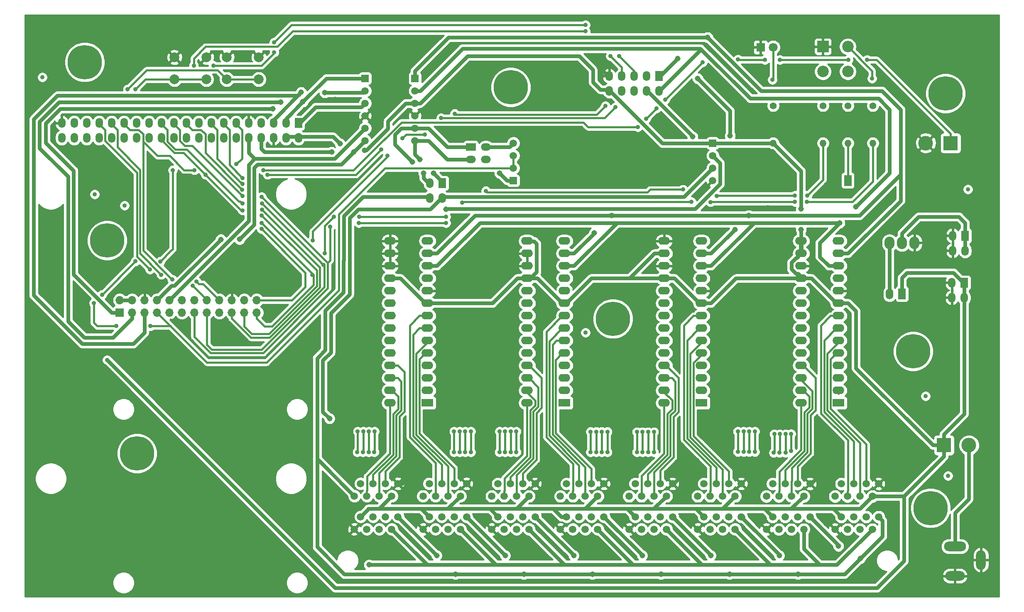
<source format=gbr>
G04 #@! TF.GenerationSoftware,KiCad,Pcbnew,5.1.5+dfsg1-2build2*
G04 #@! TF.CreationDate,2020-11-11T22:45:24+01:00*
G04 #@! TF.ProjectId,MqGateway,4d714761-7465-4776-9179-2e6b69636164,rev?*
G04 #@! TF.SameCoordinates,PX1945ba0PY17d7840*
G04 #@! TF.FileFunction,Copper,L1,Top*
G04 #@! TF.FilePolarity,Positive*
%FSLAX46Y46*%
G04 Gerber Fmt 4.6, Leading zero omitted, Abs format (unit mm)*
G04 Created by KiCad (PCBNEW 5.1.5+dfsg1-2build2) date 2020-11-11 22:45:24*
%MOMM*%
%LPD*%
G04 APERTURE LIST*
%ADD10C,7.000000*%
%ADD11O,1.500000X2.000000*%
%ADD12R,1.500000X2.000000*%
%ADD13O,1.700000X1.700000*%
%ADD14R,1.700000X1.700000*%
%ADD15R,2.999740X2.999740*%
%ADD16C,2.999740*%
%ADD17C,1.501140*%
%ADD18O,1.400000X1.400000*%
%ADD19C,1.400000*%
%ADD20R,2.400000X1.600000*%
%ADD21O,2.400000X1.600000*%
%ADD22O,1.524000X1.998980*%
%ADD23R,1.524000X1.998980*%
%ADD24O,2.032000X2.540000*%
%ADD25R,1.524000X2.199640*%
%ADD26O,1.524000X2.199640*%
%ADD27C,2.000000*%
%ADD28O,1.998980X4.000500*%
%ADD29O,4.000500X1.998980*%
%ADD30O,4.500880X1.998980*%
%ADD31R,1.508000X1.508000*%
%ADD32C,1.508000*%
%ADD33C,1.800000*%
%ADD34R,1.800000X1.800000*%
%ADD35R,1.998980X1.524000*%
%ADD36O,1.998980X1.524000*%
%ADD37C,2.350000*%
%ADD38R,2.350000X2.350000*%
%ADD39C,1.143000*%
%ADD40C,0.889000*%
%ADD41C,0.762000*%
%ADD42C,0.381000*%
%ADD43C,0.889000*%
%ADD44C,0.254000*%
G04 APERTURE END LIST*
D10*
X12848000Y-10284000D03*
X120544000Y-62608000D03*
X17442000Y-46628000D03*
X185314000Y-101216000D03*
X188384000Y-16656000D03*
X99738000Y-15386000D03*
X23538000Y-90062000D03*
X181780000Y-69234000D03*
D11*
X10710000Y-22680000D03*
X10710000Y-25720000D03*
X8170000Y-25720000D03*
X8170000Y-22680000D03*
X13250000Y-22680000D03*
X13250000Y-25720000D03*
X15790000Y-25720000D03*
X15790000Y-22680000D03*
X18330000Y-22680000D03*
X18330000Y-25720000D03*
X23410000Y-22680000D03*
X23410000Y-25720000D03*
X20870000Y-25720000D03*
X20870000Y-22680000D03*
X25950000Y-22680000D03*
X25950000Y-25720000D03*
X28490000Y-25720000D03*
X28490000Y-22680000D03*
X31030000Y-22680000D03*
X31030000Y-25720000D03*
X33570000Y-25720000D03*
X33570000Y-22680000D03*
X36110000Y-22680000D03*
X36110000Y-25720000D03*
X38650000Y-25720000D03*
X38650000Y-22680000D03*
X41190000Y-22680000D03*
X41190000Y-25720000D03*
X43730000Y-25720000D03*
X43730000Y-22680000D03*
X46270000Y-22680000D03*
X46270000Y-25720000D03*
X48810000Y-25720000D03*
X48810000Y-22680000D03*
D12*
X56430000Y-22680000D03*
D11*
X56430000Y-25720000D03*
X53890000Y-22680000D03*
X53890000Y-25720000D03*
X51350000Y-22680000D03*
X51350000Y-25720000D03*
D13*
X47922000Y-58820000D03*
X47922000Y-61360000D03*
X45382000Y-58820000D03*
X45382000Y-61360000D03*
X42842000Y-58820000D03*
X42842000Y-61360000D03*
X40302000Y-58820000D03*
X40302000Y-61360000D03*
X37762000Y-58820000D03*
X37762000Y-61360000D03*
X35222000Y-58820000D03*
X35222000Y-61360000D03*
X32682000Y-58820000D03*
X32682000Y-61360000D03*
X30142000Y-58820000D03*
X30142000Y-61360000D03*
X27602000Y-58820000D03*
X27602000Y-61360000D03*
X25062000Y-58820000D03*
X25062000Y-61360000D03*
X22522000Y-58820000D03*
X22522000Y-61360000D03*
X19982000Y-58820000D03*
D14*
X19982000Y-61360000D03*
D15*
X188060000Y-88400000D03*
D16*
X193140000Y-88400000D03*
D17*
X83098220Y-96245000D03*
X85638220Y-96245000D03*
X170929500Y-98805000D03*
X100908450Y-98795000D03*
X151849500Y-98805000D03*
X98368450Y-98795000D03*
X165849500Y-98805000D03*
X169659500Y-96265000D03*
X156929500Y-98805000D03*
X160739500Y-96265000D03*
X153119500Y-96265000D03*
X142919100Y-98795000D03*
X159469500Y-98805000D03*
X146729100Y-96255000D03*
X140379100Y-98795000D03*
X172199500Y-96265000D03*
X144189100Y-96255000D03*
X139109100Y-96255000D03*
X90718220Y-96245000D03*
X67828000Y-98775000D03*
X141649100Y-96255000D03*
X88178220Y-96245000D03*
X158199500Y-96265000D03*
X74178000Y-96235000D03*
X81828220Y-98785000D03*
X167119500Y-96265000D03*
X137839100Y-98795000D03*
X109828615Y-98795000D03*
X118718615Y-96255000D03*
X111098615Y-96255000D03*
X102178450Y-96255000D03*
X84368220Y-98785000D03*
X126378900Y-98795000D03*
X174739500Y-96265000D03*
X168389500Y-98805000D03*
X76718000Y-96235000D03*
X130188900Y-96255000D03*
X95828450Y-98795000D03*
X173469500Y-98805000D03*
X123838900Y-98795000D03*
X128918900Y-98795000D03*
X70368000Y-98775000D03*
X89448220Y-98785000D03*
X113638615Y-96255000D03*
X112368615Y-98795000D03*
X116178615Y-96255000D03*
X131458900Y-98795000D03*
X127648900Y-96255000D03*
X103448450Y-98795000D03*
X71638000Y-96235000D03*
X155659500Y-96265000D03*
X72908000Y-98775000D03*
X104718450Y-96255000D03*
X86908220Y-98785000D03*
X114908615Y-98795000D03*
X69098000Y-96235000D03*
X132728900Y-96255000D03*
X125108900Y-96255000D03*
X145459100Y-98795000D03*
X75448000Y-98775000D03*
X154389500Y-98805000D03*
X117448615Y-98795000D03*
X99638450Y-96255000D03*
X97098450Y-96255000D03*
X69098000Y-102985000D03*
X71638000Y-102985000D03*
X76718000Y-102985000D03*
X74178000Y-102985000D03*
X67828000Y-105525000D03*
X70368000Y-105525000D03*
X75448000Y-105525000D03*
X72908000Y-105525000D03*
X86908220Y-105535000D03*
X84368220Y-105535000D03*
X88178220Y-102995000D03*
X81828220Y-105535000D03*
X89448220Y-105535000D03*
X90718220Y-102995000D03*
X85638220Y-102995000D03*
X83098220Y-102995000D03*
X95828450Y-105545000D03*
X104718450Y-103005000D03*
X97098450Y-103005000D03*
X99638450Y-103005000D03*
X98368450Y-105545000D03*
X102178450Y-103005000D03*
X100908450Y-105545000D03*
X103448450Y-105545000D03*
X114908615Y-105545000D03*
X109828615Y-105545000D03*
X113638615Y-103005000D03*
X116178615Y-103005000D03*
X111098615Y-103005000D03*
X118718615Y-103005000D03*
X112368615Y-105545000D03*
X117448615Y-105545000D03*
X165849500Y-105555000D03*
X170929500Y-105555000D03*
X174739500Y-103015000D03*
X167119500Y-103015000D03*
X173469500Y-105555000D03*
X172199500Y-103015000D03*
X169659500Y-103015000D03*
X168389500Y-105555000D03*
X156929500Y-105555000D03*
X160739500Y-103015000D03*
X154389500Y-105555000D03*
X158199500Y-103015000D03*
X153119500Y-103015000D03*
X155659500Y-103015000D03*
X151849500Y-105555000D03*
X159469500Y-105555000D03*
X140379100Y-105545000D03*
X144189100Y-103005000D03*
X137839100Y-105545000D03*
X142919100Y-105545000D03*
X145459100Y-105545000D03*
X141649100Y-103005000D03*
X146729100Y-103005000D03*
X139109100Y-103005000D03*
X123838900Y-105545000D03*
X125108900Y-103005000D03*
X126378900Y-105545000D03*
X127648900Y-103005000D03*
X128918900Y-105545000D03*
X130188900Y-103005000D03*
X131458900Y-105545000D03*
X132728900Y-103005000D03*
D18*
X153217000Y-26796000D03*
D19*
X153217000Y-19176000D03*
X163377000Y-19176000D03*
D18*
X163377000Y-26796000D03*
D19*
X173537000Y-19176000D03*
D18*
X173537000Y-26796000D03*
D19*
X168457000Y-19176000D03*
D18*
X168457000Y-26796000D03*
D20*
X166540000Y-79775000D03*
D21*
X158920000Y-46755000D03*
X166540000Y-77235000D03*
X158920000Y-49295000D03*
X166540000Y-74695000D03*
X158920000Y-51835000D03*
X166540000Y-72155000D03*
X158920000Y-54375000D03*
X166540000Y-69615000D03*
X158920000Y-56915000D03*
X166540000Y-67075000D03*
X158920000Y-59455000D03*
X166540000Y-64535000D03*
X158920000Y-61995000D03*
X166540000Y-61995000D03*
X158920000Y-64535000D03*
X166540000Y-59455000D03*
X158920000Y-67075000D03*
X166540000Y-56915000D03*
X158920000Y-69615000D03*
X166540000Y-54375000D03*
X158920000Y-72155000D03*
X166540000Y-51835000D03*
X158920000Y-74695000D03*
X166540000Y-49295000D03*
X158920000Y-77235000D03*
X166540000Y-46755000D03*
X158920000Y-79775000D03*
D20*
X138600000Y-79775000D03*
D21*
X130980000Y-46755000D03*
X138600000Y-77235000D03*
X130980000Y-49295000D03*
X138600000Y-74695000D03*
X130980000Y-51835000D03*
X138600000Y-72155000D03*
X130980000Y-54375000D03*
X138600000Y-69615000D03*
X130980000Y-56915000D03*
X138600000Y-67075000D03*
X130980000Y-59455000D03*
X138600000Y-64535000D03*
X130980000Y-61995000D03*
X138600000Y-61995000D03*
X130980000Y-64535000D03*
X138600000Y-59455000D03*
X130980000Y-67075000D03*
X138600000Y-56915000D03*
X130980000Y-69615000D03*
X138600000Y-54375000D03*
X130980000Y-72155000D03*
X138600000Y-51835000D03*
X130980000Y-74695000D03*
X138600000Y-49295000D03*
X130980000Y-77235000D03*
X138600000Y-46755000D03*
X130980000Y-79775000D03*
D20*
X110660000Y-79775000D03*
D21*
X103040000Y-46755000D03*
X110660000Y-77235000D03*
X103040000Y-49295000D03*
X110660000Y-74695000D03*
X103040000Y-51835000D03*
X110660000Y-72155000D03*
X103040000Y-54375000D03*
X110660000Y-69615000D03*
X103040000Y-56915000D03*
X110660000Y-67075000D03*
X103040000Y-59455000D03*
X110660000Y-64535000D03*
X103040000Y-61995000D03*
X110660000Y-61995000D03*
X103040000Y-64535000D03*
X110660000Y-59455000D03*
X103040000Y-67075000D03*
X110660000Y-56915000D03*
X103040000Y-69615000D03*
X110660000Y-54375000D03*
X103040000Y-72155000D03*
X110660000Y-51835000D03*
X103040000Y-74695000D03*
X110660000Y-49295000D03*
X103040000Y-77235000D03*
X110660000Y-46755000D03*
X103040000Y-79775000D03*
D20*
X82720000Y-79775000D03*
D21*
X75100000Y-46755000D03*
X82720000Y-77235000D03*
X75100000Y-49295000D03*
X82720000Y-74695000D03*
X75100000Y-51835000D03*
X82720000Y-72155000D03*
X75100000Y-54375000D03*
X82720000Y-69615000D03*
X75100000Y-56915000D03*
X82720000Y-67075000D03*
X75100000Y-59455000D03*
X82720000Y-64535000D03*
X75100000Y-61995000D03*
X82720000Y-61995000D03*
X75100000Y-64535000D03*
X82720000Y-59455000D03*
X75100000Y-67075000D03*
X82720000Y-56915000D03*
X75100000Y-69615000D03*
X82720000Y-54375000D03*
X75100000Y-72155000D03*
X82720000Y-51835000D03*
X75100000Y-74695000D03*
X82720000Y-49295000D03*
X75100000Y-77235000D03*
X82720000Y-46755000D03*
X75100000Y-79775000D03*
D22*
X189830000Y-48718920D03*
X189830000Y-45681080D03*
X192370000Y-48718920D03*
D23*
X192370000Y-45681080D03*
D24*
X182034000Y-47136000D03*
X176954000Y-47136000D03*
X179494000Y-47136000D03*
D23*
X192194000Y-55269080D03*
D22*
X192194000Y-58306920D03*
X189654000Y-55269080D03*
X189654000Y-58306920D03*
D25*
X179494000Y-57550000D03*
D26*
X176954000Y-57550000D03*
D27*
X48326000Y-9290000D03*
X48326000Y-13790000D03*
X41826000Y-9290000D03*
X41826000Y-13790000D03*
X31158000Y-13790000D03*
X31158000Y-9290000D03*
X37658000Y-13790000D03*
X37658000Y-9290000D03*
D16*
X184332000Y-26796000D03*
D15*
X189412000Y-26796000D03*
D28*
X195600980Y-111799880D03*
D29*
X190300000Y-115051080D03*
D30*
X190300000Y-109049060D03*
D11*
X119804000Y-13104000D03*
X119804000Y-16144000D03*
X122344000Y-16144000D03*
X122344000Y-13104000D03*
D12*
X129964000Y-13104000D03*
D11*
X129964000Y-16144000D03*
X127424000Y-13104000D03*
X127424000Y-16144000D03*
X124884000Y-13104000D03*
X124884000Y-16144000D03*
D31*
X80180000Y-13608000D03*
D32*
X80180000Y-16148000D03*
X80180000Y-18688000D03*
X80180000Y-21228000D03*
X80180000Y-23768000D03*
X80180000Y-26308000D03*
D31*
X70020000Y-13608000D03*
D32*
X70020000Y-16148000D03*
X70020000Y-18688000D03*
X70020000Y-21228000D03*
X70020000Y-23768000D03*
X70020000Y-26308000D03*
D31*
X100246000Y-34436000D03*
D32*
X100246000Y-31896000D03*
X100246000Y-29356000D03*
X100246000Y-26816000D03*
D31*
X140886000Y-26816000D03*
D32*
X140886000Y-29356000D03*
X140886000Y-31896000D03*
X140886000Y-34436000D03*
D33*
X153217000Y-7258000D03*
D34*
X150677000Y-7258000D03*
D22*
X83228000Y-37986920D03*
X83228000Y-34949080D03*
X85768000Y-37986920D03*
D23*
X85768000Y-34949080D03*
D35*
X91615080Y-27578000D03*
D36*
X94652920Y-27578000D03*
X91615080Y-30118000D03*
X94652920Y-30118000D03*
D25*
X168457000Y-34416000D03*
D37*
X168457000Y-12191000D03*
X168457000Y-7111000D03*
X163377000Y-12191000D03*
D38*
X163377000Y-7111000D03*
D39*
X165300000Y-91900000D03*
X82300000Y-91600000D03*
X86300000Y-89312700D03*
X109600000Y-91300000D03*
X114100000Y-89400000D03*
X137678918Y-91521082D03*
X142600000Y-89500000D03*
X117800000Y-11300000D03*
D40*
X147300000Y-49500000D03*
X155100000Y-56100000D03*
X136500000Y-96200000D03*
X138800000Y-93300000D03*
X131400000Y-93900000D03*
X151200000Y-96000000D03*
X148000000Y-93300000D03*
X196004000Y-102000000D03*
X188892000Y-94634000D03*
X182400000Y-91500000D03*
X175684000Y-73044000D03*
X184320000Y-78378000D03*
X188384000Y-73044000D03*
X173398000Y-67200000D03*
X196800000Y-73800000D03*
X197000000Y-47100000D03*
X192956000Y-36214000D03*
X180510000Y-10814000D03*
X43600000Y-110000000D03*
X25400000Y-102100000D03*
X42100000Y-84700000D03*
X27900000Y-92400000D03*
X10200000Y-83900000D03*
X7500000Y-108800000D03*
X13700000Y-101800000D03*
X13700000Y-91400000D03*
X6800000Y-78000000D03*
X31400000Y-72700000D03*
X49300000Y-74200000D03*
X8200000Y-71400000D03*
X63800000Y-77100000D03*
X66900000Y-72000000D03*
X65900000Y-63300000D03*
X70200000Y-59700000D03*
X71600000Y-46600000D03*
X99300000Y-50500000D03*
X98900000Y-61600000D03*
X91700000Y-68200000D03*
X88600000Y-69200000D03*
X93400000Y-75000000D03*
X95200000Y-79800000D03*
X93100000Y-83700000D03*
X92400000Y-53500000D03*
X114978000Y-65424000D03*
X120900000Y-73700000D03*
X116900000Y-71500000D03*
X125200000Y-60700000D03*
X119600000Y-56100000D03*
X121800000Y-81700000D03*
X120200000Y-49900000D03*
X116100000Y-52000000D03*
X124400000Y-45900000D03*
X145900000Y-68300000D03*
X150900000Y-74500000D03*
X145000000Y-61600000D03*
X152900000Y-46500000D03*
X163600000Y-86900000D03*
X170500000Y-84000000D03*
X174300000Y-81000000D03*
X129600000Y-109000000D03*
X115400000Y-109200000D03*
X101200000Y-108700000D03*
X87900000Y-108900000D03*
X143800000Y-109000000D03*
X156700000Y-108600000D03*
X72900000Y-109000000D03*
X57400000Y-106400000D03*
X94700000Y-15100000D03*
X106200000Y-15100000D03*
X107900000Y-28600000D03*
X121200000Y-29800000D03*
X114700000Y-33200000D03*
X149600000Y-32200000D03*
X147000000Y-35400000D03*
X158800000Y-24200000D03*
X78900000Y-50200000D03*
X106400000Y-60700000D03*
X134800000Y-59900000D03*
X162300000Y-59200000D03*
X184066000Y-37230000D03*
X60500000Y-38800000D03*
X65400000Y-35300000D03*
X76700000Y-34800000D03*
X91300000Y-34600000D03*
X171800000Y-53500000D03*
X67400000Y-6600000D03*
X31920000Y-4210000D03*
X6600000Y-7300000D03*
X140200000Y-19400000D03*
X147200000Y-21900000D03*
X20998000Y-39516000D03*
X6300000Y-23900000D03*
X18800000Y-35000000D03*
X12700000Y-44100000D03*
X14902000Y-37230000D03*
X15200000Y-51700000D03*
X28400000Y-48400000D03*
X28800000Y-44200000D03*
X27200000Y-36400000D03*
X33100000Y-37200000D03*
X39200000Y-41100000D03*
X35900000Y-45700000D03*
X33300000Y-43200000D03*
X32800000Y-48000000D03*
X44500000Y-51100000D03*
X47700000Y-47400000D03*
X52700000Y-53100000D03*
X59600000Y-27100000D03*
X59900000Y-22900000D03*
X64700000Y-21500000D03*
X63900000Y-17800000D03*
X55542000Y-10814000D03*
X20900000Y-9300000D03*
X4234000Y-13354000D03*
X5600000Y-48300000D03*
X6500000Y-56300000D03*
X182600000Y-113200000D03*
X30600000Y-111700000D03*
X141700000Y-44900000D03*
X170500000Y-43400000D03*
X11600000Y-59500000D03*
X40300000Y-65800000D03*
X33500000Y-64700000D03*
X51500000Y-60600000D03*
X152100000Y-39900000D03*
X113300000Y-44500000D03*
X107200000Y-53300000D03*
X131000000Y-23200000D03*
X84100000Y-10700000D03*
X75354000Y-8528000D03*
X17442000Y-71012000D03*
D39*
X158920000Y-44405500D03*
X158920000Y-40214500D03*
X64900000Y-26900000D03*
X69900530Y-28300537D03*
D40*
X28471382Y-53628618D03*
X34834125Y-55834125D03*
X23200000Y-15800000D03*
X26142764Y-52557236D03*
X35659272Y-55043185D03*
X21600000Y-15800000D03*
X172391618Y-9788382D03*
X168572000Y-9798000D03*
X154602000Y-9798000D03*
X151554000Y-9798000D03*
X146057125Y-9706875D03*
X138854000Y-10306000D03*
X131234000Y-17926000D03*
X129442723Y-19717277D03*
X127338972Y-21821028D03*
X125632723Y-23527277D03*
X30700000Y-54600000D03*
X49300000Y-32349510D03*
X35200000Y-32300000D03*
X88155600Y-85591600D03*
X88155600Y-89808000D03*
X89298603Y-85591600D03*
X89298603Y-89808000D03*
X90441606Y-85591600D03*
X90441606Y-89808000D03*
X91584609Y-85591600D03*
X91584609Y-89808000D03*
X68521391Y-85591600D03*
X68419797Y-89808000D03*
X69664394Y-85591600D03*
X69562800Y-89808000D03*
X70807397Y-85591600D03*
X70756597Y-89808000D03*
X71950400Y-85591600D03*
X71899600Y-89808000D03*
D39*
X170096000Y-39770000D03*
X166794000Y-43072000D03*
D40*
X100855600Y-85591600D03*
X100855600Y-89808000D03*
X99712597Y-85591600D03*
X99687200Y-89808000D03*
X98569594Y-85591600D03*
X98544197Y-89808000D03*
X97426591Y-85591600D03*
X97401194Y-89808000D03*
X119423009Y-85642400D03*
X119423009Y-89808000D03*
X118280006Y-85642400D03*
X118280006Y-89808000D03*
X117137003Y-85642400D03*
X117137003Y-89808000D03*
X115994000Y-85642400D03*
X115994000Y-89808000D03*
X146016800Y-85591600D03*
X146016800Y-89757200D03*
X147185200Y-85591600D03*
X147185200Y-89757200D03*
X148353600Y-85591600D03*
X148353600Y-89757200D03*
X149496603Y-85591600D03*
X149496603Y-89757200D03*
X125442794Y-85693200D03*
X125442794Y-89808000D03*
X126585797Y-85693200D03*
X126585797Y-89808000D03*
X127728800Y-85693200D03*
X127728800Y-89808000D03*
X128897200Y-85693200D03*
X128897200Y-89808000D03*
X156887584Y-86094120D03*
X156837200Y-89554000D03*
X155745000Y-86125000D03*
X155745000Y-89935000D03*
X154601997Y-86125000D03*
X154475000Y-89935000D03*
X153458994Y-86125000D03*
X153331997Y-89935000D03*
D39*
X52800000Y-18434001D03*
X57300000Y-18400000D03*
X57000000Y-16400000D03*
X61800000Y-16500000D03*
X40638073Y-46438073D03*
X44423927Y-46423927D03*
X63200000Y-28600000D03*
X67700000Y-28600000D03*
D40*
X48938000Y-43072000D03*
X119042000Y-19196000D03*
X88308000Y-20791499D03*
X59256882Y-53644872D03*
X59352000Y-46628000D03*
X74592000Y-29356000D03*
X45000000Y-39100000D03*
X48938000Y-41548000D03*
X120058000Y-9036000D03*
X114978000Y-3956000D03*
X44995000Y-37605000D03*
X35100000Y-11000000D03*
X121074000Y-19450000D03*
X82212000Y-25038000D03*
X77640000Y-25800000D03*
X73322000Y-28086000D03*
X85514000Y-21680499D03*
X48900000Y-44300000D03*
X45000000Y-40500000D03*
X50149172Y-33238510D03*
X37501328Y-33238510D03*
X48995117Y-40347880D03*
X121836000Y-9036000D03*
X114978000Y-2686000D03*
X51478000Y-6242000D03*
X44935645Y-36288409D03*
X39100000Y-11011000D03*
X51500000Y-8300000D03*
D39*
X70861058Y-112795000D03*
X62770000Y-82964400D03*
X137838000Y-13608000D03*
X144442000Y-25292000D03*
X84625000Y-110890000D03*
X88435000Y-114700000D03*
X98595000Y-110890000D03*
X102405000Y-114700000D03*
X112565000Y-110890000D03*
X116375000Y-114700000D03*
X126535000Y-110890000D03*
X130345000Y-114700000D03*
X154475000Y-110890000D03*
X158285000Y-114700000D03*
X140505000Y-110890000D03*
X144315000Y-114700000D03*
X166540000Y-108985000D03*
X170985000Y-111525000D03*
X86530000Y-40278000D03*
X136822000Y-25482500D03*
X97452000Y-32912000D03*
D40*
X43800000Y-31100000D03*
X28278618Y-50921382D03*
X23200000Y-50900000D03*
X16408125Y-57691875D03*
X14700000Y-59400000D03*
X19288916Y-64088916D03*
X26268500Y-64100000D03*
X30800000Y-32300000D03*
X49023004Y-39118531D03*
X160126500Y-38754000D03*
X157650000Y-38754000D03*
X89832000Y-38944500D03*
X86530000Y-41802000D03*
X68798881Y-41850881D03*
X63670000Y-41802000D03*
X61758618Y-49301382D03*
X61507215Y-51621038D03*
X136568000Y-38754000D03*
X140447966Y-38823966D03*
X45024633Y-35081870D03*
X48938000Y-37738000D03*
X160190000Y-37484000D03*
X157650000Y-37484000D03*
X141717966Y-37553966D03*
X134825875Y-36249875D03*
X94658000Y-36531500D03*
X86530000Y-43072000D03*
X68750000Y-43072000D03*
X62908000Y-43834000D03*
X45063500Y-33900000D03*
X153078000Y-13862000D03*
X173398000Y-13608000D03*
D39*
X81958000Y-32912000D03*
X79672000Y-30626000D03*
X83990000Y-32912000D03*
X81196000Y-30118000D03*
X51200000Y-19767501D03*
X116756000Y-45104000D03*
X120312000Y-41548000D03*
X145458000Y-44405500D03*
X148252000Y-41548000D03*
X133774000Y-9544000D03*
X139870000Y-5226000D03*
D41*
X160935000Y-96265000D02*
X165300000Y-91900000D01*
X160739500Y-96265000D02*
X160935000Y-96265000D01*
X77665000Y-96235000D02*
X82300000Y-91600000D01*
X76718000Y-96235000D02*
X77665000Y-96235000D01*
X104718450Y-96181550D02*
X109600000Y-91300000D01*
X104718450Y-96255000D02*
X104718450Y-96181550D01*
X132945000Y-96255000D02*
X137678918Y-91521082D01*
X132728900Y-96255000D02*
X132945000Y-96255000D01*
X119804000Y-13304000D02*
X117800000Y-11300000D01*
X119804000Y-13354000D02*
X119804000Y-13304000D01*
X179494000Y-47136000D02*
X179494000Y-45485000D01*
X192370000Y-45930000D02*
X192370000Y-48470000D01*
D42*
X179494000Y-45485000D02*
X179494000Y-45206000D01*
D41*
X179494000Y-45206000D02*
X182900000Y-41800000D01*
X182900000Y-41800000D02*
X191100000Y-41800000D01*
X192370000Y-43070000D02*
X192370000Y-45930000D01*
X191100000Y-41800000D02*
X192370000Y-43070000D01*
X176954000Y-53232000D02*
X176954000Y-47136000D01*
X176954000Y-53232000D02*
X176954000Y-57550000D01*
X70610571Y-101472429D02*
X69848569Y-102234431D01*
X69848569Y-102234431D02*
X69098000Y-102985000D01*
X72858000Y-101365000D02*
X70655000Y-101365000D01*
X75448000Y-98775000D02*
X72858000Y-101365000D01*
X70655000Y-101365000D02*
X70610571Y-101472429D01*
X86868220Y-101365000D02*
X84625000Y-101365000D01*
X89448220Y-98785000D02*
X86868220Y-101365000D01*
X100878450Y-101365000D02*
X97960000Y-101365000D01*
X103448450Y-98795000D02*
X100878450Y-101365000D01*
X114878615Y-101365000D02*
X111930000Y-101365000D01*
X117448615Y-98795000D02*
X114878615Y-101365000D01*
X128888900Y-101365000D02*
X125265000Y-101365000D01*
X131458900Y-98795000D02*
X128888900Y-101365000D01*
X145459100Y-98795000D02*
X142889100Y-101365000D01*
X142889100Y-101365000D02*
X141140000Y-101365000D01*
X159469500Y-98805000D02*
X156909500Y-101365000D01*
X156909500Y-101365000D02*
X155110000Y-101365000D01*
X170909500Y-101365000D02*
X167810000Y-101365000D01*
X173469500Y-98805000D02*
X170909500Y-101365000D01*
X165469500Y-101365000D02*
X158920000Y-101365000D01*
X167119500Y-103015000D02*
X165469500Y-101365000D01*
X158920000Y-101365000D02*
X155110000Y-101365000D01*
X167810000Y-101365000D02*
X158920000Y-101365000D01*
X151469500Y-101365000D02*
X145585000Y-101365000D01*
X153119500Y-103015000D02*
X151469500Y-101365000D01*
X145585000Y-101365000D02*
X141140000Y-101365000D01*
X155110000Y-101365000D02*
X145585000Y-101365000D01*
X137469100Y-101365000D02*
X130345000Y-101365000D01*
X139109100Y-103005000D02*
X137469100Y-101365000D01*
X130345000Y-101365000D02*
X125265000Y-101365000D01*
X141140000Y-101365000D02*
X130345000Y-101365000D01*
X123468900Y-101365000D02*
X116375000Y-101365000D01*
X125108900Y-103005000D02*
X123468900Y-101365000D01*
X116375000Y-101365000D02*
X111930000Y-101365000D01*
X125265000Y-101365000D02*
X116375000Y-101365000D01*
X108397149Y-101365000D02*
X106215000Y-101365000D01*
X110037149Y-103005000D02*
X108397149Y-101365000D01*
X111098615Y-103005000D02*
X110037149Y-103005000D01*
X106215000Y-101365000D02*
X97960000Y-101365000D01*
X111930000Y-101365000D02*
X106215000Y-101365000D01*
X95458450Y-101365000D02*
X90340000Y-101365000D01*
X97098450Y-103005000D02*
X95458450Y-101365000D01*
X90340000Y-101365000D02*
X84625000Y-101365000D01*
X97960000Y-101365000D02*
X90340000Y-101365000D01*
X81468220Y-101365000D02*
X76370000Y-101365000D01*
X83098220Y-102995000D02*
X81468220Y-101365000D01*
X76370000Y-101365000D02*
X70655000Y-101365000D01*
X84625000Y-101365000D02*
X76370000Y-101365000D01*
X174530966Y-98805000D02*
X173469500Y-98805000D01*
X179916870Y-98805000D02*
X174530966Y-98805000D01*
X188060000Y-90661870D02*
X179916870Y-98805000D01*
X188060000Y-88400000D02*
X188060000Y-90661870D01*
X82320000Y-59455000D02*
X82720000Y-59455000D01*
X77240000Y-54375000D02*
X82320000Y-59455000D01*
X75100000Y-54375000D02*
X77240000Y-54375000D01*
X110260000Y-59455000D02*
X110660000Y-59455000D01*
X105180000Y-54375000D02*
X110260000Y-59455000D01*
X103040000Y-54375000D02*
X105180000Y-54375000D01*
X138200000Y-59455000D02*
X138600000Y-59455000D01*
X133120000Y-54375000D02*
X138200000Y-59455000D01*
X130980000Y-54375000D02*
X133120000Y-54375000D01*
X166140000Y-59455000D02*
X166540000Y-59455000D01*
X161060000Y-54375000D02*
X166140000Y-59455000D01*
X158920000Y-54375000D02*
X161060000Y-54375000D01*
X84682000Y-59455000D02*
X82720000Y-59455000D01*
X95998000Y-59455000D02*
X84682000Y-59455000D01*
X101078000Y-54375000D02*
X95998000Y-59455000D01*
X103040000Y-54375000D02*
X101078000Y-54375000D01*
X139000000Y-59455000D02*
X138600000Y-59455000D01*
D43*
X158920000Y-46755000D02*
X158920000Y-49295000D01*
D41*
X111060000Y-59455000D02*
X110660000Y-59455000D01*
X116140000Y-54375000D02*
X111060000Y-59455000D01*
X130980000Y-54375000D02*
X116140000Y-54375000D01*
X123938000Y-54375000D02*
X116140000Y-54375000D01*
X129018000Y-49295000D02*
X123938000Y-54375000D01*
X130980000Y-49295000D02*
X129018000Y-49295000D01*
X179916870Y-111979188D02*
X174402058Y-117494000D01*
X179916870Y-98805000D02*
X179916870Y-111979188D01*
X174402058Y-117494000D02*
X63924000Y-117494000D01*
X63924000Y-117494000D02*
X17442000Y-71012000D01*
X22522000Y-58820000D02*
X19982000Y-58820000D01*
X185798130Y-88400000D02*
X170096000Y-72697870D01*
X188060000Y-88400000D02*
X185798130Y-88400000D01*
X168502000Y-59455000D02*
X166540000Y-59455000D01*
X170096000Y-61049000D02*
X168502000Y-59455000D01*
X170096000Y-72697870D02*
X170096000Y-61049000D01*
X145642000Y-54375000D02*
X156958000Y-54375000D01*
X156958000Y-54375000D02*
X158920000Y-54375000D01*
X140562000Y-59455000D02*
X145642000Y-54375000D01*
X138600000Y-59455000D02*
X140562000Y-59455000D01*
X158920000Y-54375000D02*
X158850985Y-54375000D01*
X156957990Y-52482005D02*
X156957990Y-51130010D01*
X157872995Y-53397010D02*
X156957990Y-52482005D01*
X158323010Y-53397010D02*
X157872995Y-53397010D01*
X158920000Y-53994000D02*
X158323010Y-53397010D01*
X158920000Y-54375000D02*
X158920000Y-53994000D01*
X156957990Y-51130010D02*
X157904000Y-50184000D01*
X158031000Y-50184000D02*
X158920000Y-49295000D01*
X157904000Y-50184000D02*
X158031000Y-50184000D01*
X118026000Y-15894000D02*
X119804000Y-15894000D01*
X116502000Y-11830000D02*
X116502000Y-14370000D01*
X116502000Y-14370000D02*
X118026000Y-15894000D01*
X113708000Y-9036000D02*
X116502000Y-11830000D01*
X90898317Y-9036000D02*
X113708000Y-9036000D01*
X81246317Y-18688000D02*
X90898317Y-9036000D01*
X80180000Y-18688000D02*
X81246317Y-18688000D01*
X119804000Y-15992305D02*
X119804000Y-15894000D01*
X130627695Y-26816000D02*
X119804000Y-15992305D01*
X140886000Y-26816000D02*
X130627695Y-26816000D01*
X153197000Y-26816000D02*
X153217000Y-26796000D01*
X140886000Y-26816000D02*
X153197000Y-26816000D01*
X158920000Y-46755000D02*
X158920000Y-44405500D01*
X158920000Y-32499000D02*
X153217000Y-26796000D01*
X158920000Y-40214500D02*
X158920000Y-32499000D01*
X188060000Y-88400000D02*
X188060000Y-86138130D01*
X192448000Y-55518000D02*
X192448000Y-55416315D01*
X192194000Y-82004130D02*
X192194000Y-58058000D01*
X188060000Y-86138130D02*
X192194000Y-82004130D01*
X192194000Y-58058000D02*
X192194000Y-55518000D01*
X192194000Y-55416315D02*
X190009685Y-53232000D01*
X192194000Y-55518000D02*
X192194000Y-55416315D01*
X190009685Y-53232000D02*
X180510000Y-53232000D01*
X179494000Y-54248000D02*
X179494000Y-57550000D01*
X180510000Y-53232000D02*
X179494000Y-54248000D01*
X103040000Y-54375000D02*
X103725000Y-54375000D01*
X103725000Y-54375000D02*
X105002010Y-53097990D01*
X105002010Y-53097990D02*
X105002010Y-47302010D01*
X105002010Y-47302010D02*
X104500000Y-46800000D01*
X103085000Y-46800000D02*
X103040000Y-46755000D01*
X104500000Y-46800000D02*
X103085000Y-46800000D01*
X53890000Y-25470000D02*
X56430000Y-25470000D01*
X63470000Y-25470000D02*
X64900000Y-26900000D01*
X56430000Y-25470000D02*
X63470000Y-25470000D01*
X70271145Y-28300537D02*
X74700000Y-23871682D01*
X69900530Y-28300537D02*
X70271145Y-28300537D01*
X74700000Y-23871682D02*
X74700000Y-22300000D01*
X78312000Y-18688000D02*
X80180000Y-18688000D01*
X74700000Y-22300000D02*
X78312000Y-18688000D01*
D42*
X36243787Y-13790000D02*
X31158000Y-13790000D01*
X37658000Y-13790000D02*
X36243787Y-13790000D01*
X19524510Y-27624510D02*
X24120480Y-32220480D01*
X19524510Y-24124510D02*
X19524510Y-27624510D01*
X18330000Y-22930000D02*
X19524510Y-24124510D01*
X24120480Y-49277716D02*
X28471382Y-53628618D01*
X24120480Y-32220480D02*
X24120480Y-49277716D01*
X37762000Y-58762000D02*
X37762000Y-58820000D01*
X34834125Y-55834125D02*
X37762000Y-58762000D01*
X25210000Y-13790000D02*
X31158000Y-13790000D01*
X23200000Y-15800000D02*
X25210000Y-13790000D01*
X48326000Y-13790000D02*
X41826000Y-13790000D01*
X16984510Y-26313802D02*
X23485470Y-32814762D01*
X16984510Y-24124510D02*
X16984510Y-26313802D01*
X15790000Y-22930000D02*
X16984510Y-24124510D01*
X23485470Y-49899942D02*
X26142764Y-52557236D01*
X23485470Y-32814762D02*
X23485470Y-49899942D01*
X39452001Y-57970001D02*
X40302000Y-58820000D01*
X36969684Y-55487684D02*
X39452001Y-57970001D01*
X36103771Y-55487684D02*
X36969684Y-55487684D01*
X35659272Y-55043185D02*
X36103771Y-55487684D01*
X21600000Y-15800000D02*
X25500000Y-11900000D01*
X39936000Y-11900000D02*
X41826000Y-13790000D01*
X25500000Y-11900000D02*
X39936000Y-11900000D01*
X174285252Y-9788382D02*
X172391618Y-9788382D01*
X189412000Y-24915130D02*
X174285252Y-9788382D01*
X189412000Y-26796000D02*
X189412000Y-24915130D01*
X168572000Y-9798000D02*
X154602000Y-9798000D01*
X146148250Y-9798000D02*
X146057125Y-9706875D01*
X151554000Y-9798000D02*
X146148250Y-9798000D01*
X138854000Y-10306000D02*
X131234000Y-17926000D01*
X129442723Y-19717277D02*
X127338972Y-21821028D01*
X125632723Y-23527277D02*
X115499277Y-23527277D01*
X77417054Y-22569499D02*
X70630553Y-29356000D01*
X114541499Y-22569499D02*
X77417054Y-22569499D01*
X115499277Y-23527277D02*
X114541499Y-22569499D01*
X30255501Y-54155501D02*
X30700000Y-54600000D01*
X24755490Y-24975218D02*
X24755490Y-48655490D01*
X23904782Y-24124510D02*
X24755490Y-24975218D01*
X22064510Y-24124510D02*
X23904782Y-24124510D01*
X24755490Y-48655490D02*
X30255501Y-54155501D01*
X20870000Y-22930000D02*
X22064510Y-24124510D01*
X24755490Y-26464782D02*
X24755490Y-24975218D01*
X27690708Y-29400000D02*
X24755490Y-26464782D01*
X30200000Y-29400000D02*
X27690708Y-29400000D01*
X67637043Y-32349510D02*
X49300000Y-32349510D01*
X70630553Y-29356000D02*
X67637043Y-32349510D01*
X33100000Y-32300000D02*
X30200000Y-29400000D01*
X35200000Y-32300000D02*
X33100000Y-32300000D01*
D41*
X193140000Y-88400000D02*
X193140000Y-99360000D01*
X190300000Y-102200000D02*
X190300000Y-109049060D01*
X193140000Y-99360000D02*
X190300000Y-102200000D01*
D42*
X88155600Y-85591600D02*
X88155600Y-89808000D01*
X89298603Y-85591600D02*
X89298603Y-89808000D01*
X90441606Y-85591600D02*
X90441606Y-89808000D01*
X91584609Y-85591600D02*
X91584609Y-89808000D01*
X82320000Y-69615000D02*
X81075490Y-70859510D01*
X82720000Y-69615000D02*
X82320000Y-69615000D01*
X81075490Y-70859510D02*
X81075490Y-85979090D01*
X88178220Y-93081820D02*
X88178220Y-96245000D01*
X81075490Y-85979090D02*
X88178220Y-93081820D01*
X86908220Y-92709859D02*
X86908220Y-98785000D01*
X80440480Y-86242119D02*
X86908220Y-92709859D01*
X80440480Y-69734518D02*
X80440480Y-86242119D01*
X82720000Y-67454998D02*
X80440480Y-69734518D01*
X82720000Y-67075000D02*
X82720000Y-67454998D01*
X85638220Y-92337897D02*
X85638220Y-96245000D01*
X79805470Y-86505148D02*
X85638220Y-92337897D01*
X79805470Y-65868530D02*
X79805470Y-86505148D01*
X81139000Y-64535000D02*
X79805470Y-65868530D01*
X82720000Y-64535000D02*
X81139000Y-64535000D01*
X68521391Y-89706406D02*
X68419797Y-89808000D01*
X68521391Y-85591600D02*
X68521391Y-89706406D01*
X79170460Y-63963540D02*
X79170460Y-86768175D01*
X81139000Y-61995000D02*
X79170460Y-63963540D01*
X82720000Y-61995000D02*
X81139000Y-61995000D01*
X84420291Y-97671463D02*
X84368220Y-97723534D01*
X84420291Y-92018006D02*
X84420291Y-97671463D01*
X84368220Y-97723534D02*
X84368220Y-98785000D01*
X79170460Y-86768175D02*
X84420291Y-92018006D01*
X69664394Y-89706406D02*
X69562800Y-89808000D01*
X69664394Y-85591600D02*
X69664394Y-89706406D01*
X70807397Y-89757200D02*
X70756597Y-89808000D01*
X70807397Y-85591600D02*
X70807397Y-89757200D01*
X71950400Y-89757200D02*
X71899600Y-89808000D01*
X71950400Y-85591600D02*
X71950400Y-89757200D01*
X74178000Y-93678116D02*
X74178000Y-96235000D01*
X77005030Y-90851087D02*
X74178000Y-93678116D01*
X77005030Y-82536246D02*
X77005030Y-90851087D01*
X78014530Y-81526746D02*
X77005030Y-82536246D01*
X78014530Y-73488530D02*
X78014530Y-81526746D01*
X76681000Y-72155000D02*
X78014530Y-73488530D01*
X75100000Y-72155000D02*
X76681000Y-72155000D01*
D41*
X84682000Y-51835000D02*
X93445000Y-43072000D01*
X82720000Y-51835000D02*
X84682000Y-51835000D01*
X93445000Y-43072000D02*
X103040000Y-43072000D01*
X103040000Y-43072000D02*
X132504000Y-43072000D01*
X162730000Y-49987000D02*
X164578000Y-51835000D01*
X164578000Y-51835000D02*
X166540000Y-51835000D01*
X81246317Y-16148000D02*
X89882317Y-7512000D01*
X80180000Y-16148000D02*
X81246317Y-16148000D01*
X89882317Y-7512000D02*
X138346000Y-7512000D01*
X148547999Y-17713999D02*
X174709999Y-17713999D01*
X138346000Y-7512000D02*
X148547999Y-17713999D01*
X174709999Y-17713999D02*
X176954000Y-19958000D01*
X176954000Y-19958000D02*
X176954000Y-32912000D01*
X176954000Y-32912000D02*
X170096000Y-39770000D01*
X162730000Y-47136000D02*
X162730000Y-49987000D01*
X160190000Y-43072000D02*
X166794000Y-43072000D01*
X166794000Y-43072000D02*
X162730000Y-47136000D01*
X138346000Y-7843602D02*
X138346000Y-7512000D01*
X130295602Y-15894000D02*
X138346000Y-7843602D01*
X129964000Y-15894000D02*
X130295602Y-15894000D01*
D42*
X72908000Y-94050077D02*
X72908000Y-98775000D01*
X76370020Y-82273218D02*
X76370020Y-90588058D01*
X77379520Y-81263718D02*
X76370020Y-82273218D01*
X76370020Y-90588058D02*
X72908000Y-94050077D01*
X77379520Y-75393520D02*
X77379520Y-81263718D01*
X76681000Y-74695000D02*
X77379520Y-75393520D01*
X75100000Y-74695000D02*
X76681000Y-74695000D01*
X71638000Y-94422038D02*
X71638000Y-96235000D01*
X75735010Y-90325029D02*
X71638000Y-94422038D01*
X75735010Y-82010190D02*
X75735010Y-90325029D01*
X76744510Y-81000690D02*
X75735010Y-82010190D01*
X76744510Y-78479510D02*
X76744510Y-81000690D01*
X75500000Y-77235000D02*
X76744510Y-78479510D01*
X75100000Y-77235000D02*
X75500000Y-77235000D01*
X75100000Y-79775000D02*
X75100000Y-90062000D01*
X70368000Y-97713534D02*
X70368000Y-98775000D01*
X70442929Y-97638605D02*
X70368000Y-97713534D01*
X70442929Y-94719071D02*
X70442929Y-97638605D01*
X75100000Y-90062000D02*
X70442929Y-94719071D01*
X103040000Y-79775000D02*
X103040000Y-90570000D01*
X98368450Y-97733534D02*
X98368450Y-98795000D01*
X98420521Y-97681463D02*
X98368450Y-97733534D01*
X98420521Y-95189479D02*
X98420521Y-97681463D01*
X103040000Y-90570000D02*
X98420521Y-95189479D01*
X99638450Y-94869588D02*
X99638450Y-96255000D01*
X103675010Y-90833029D02*
X99638450Y-94869588D01*
X103675010Y-81299992D02*
X103675010Y-90833029D01*
X104716400Y-80258602D02*
X103675010Y-81299992D01*
X104716400Y-79291398D02*
X104716400Y-80258602D01*
X103040000Y-77614998D02*
X104716400Y-79291398D01*
X103040000Y-77235000D02*
X103040000Y-77614998D01*
X100908450Y-94497627D02*
X100908450Y-98795000D01*
X104310020Y-81563021D02*
X104310020Y-91096058D01*
X105351410Y-76606410D02*
X105351410Y-80521631D01*
X105351410Y-80521631D02*
X104310020Y-81563021D01*
X103440000Y-74695000D02*
X105351410Y-76606410D01*
X104310020Y-91096058D02*
X100908450Y-94497627D01*
X103040000Y-74695000D02*
X103440000Y-74695000D01*
X102178450Y-94125666D02*
X102178450Y-96255000D01*
X104945030Y-91359087D02*
X102178450Y-94125666D01*
X104945030Y-81826049D02*
X104945030Y-91359087D01*
X105986420Y-80784659D02*
X104945030Y-81826049D01*
X105986420Y-74701420D02*
X105986420Y-80784659D01*
X103440000Y-72155000D02*
X105986420Y-74701420D01*
X103040000Y-72155000D02*
X103440000Y-72155000D01*
X100855600Y-85591600D02*
X100855600Y-89808000D01*
X99712597Y-89782603D02*
X99687200Y-89808000D01*
X99712597Y-85591600D02*
X99712597Y-89782603D01*
X98569594Y-89782603D02*
X98544197Y-89808000D01*
X98569594Y-85591600D02*
X98569594Y-89782603D01*
X112420686Y-97681463D02*
X112368615Y-97733534D01*
X112420686Y-92180001D02*
X112420686Y-97681463D01*
X106976970Y-86736286D02*
X112420686Y-92180001D01*
X106976970Y-65278030D02*
X106976970Y-86736286D01*
X110260000Y-61995000D02*
X106976970Y-65278030D01*
X112368615Y-97733534D02*
X112368615Y-98795000D01*
X110660000Y-61995000D02*
X110260000Y-61995000D01*
X97426591Y-89782603D02*
X97401194Y-89808000D01*
X97426591Y-85591600D02*
X97426591Y-89782603D01*
X113638615Y-92499892D02*
X113638615Y-96255000D01*
X107611980Y-86473257D02*
X113638615Y-92499892D01*
X107611980Y-67183020D02*
X107611980Y-86473257D01*
X110260000Y-64535000D02*
X107611980Y-67183020D01*
X110660000Y-64535000D02*
X110260000Y-64535000D01*
X114908615Y-92871853D02*
X114908615Y-98795000D01*
X108246990Y-86210229D02*
X114908615Y-92871853D01*
X108246990Y-67907010D02*
X108246990Y-86210229D01*
X109079000Y-67075000D02*
X108246990Y-67907010D01*
X110660000Y-67075000D02*
X109079000Y-67075000D01*
X110260000Y-69615000D02*
X108882000Y-70993000D01*
X110660000Y-69615000D02*
X110260000Y-69615000D01*
X108882000Y-70993000D02*
X108882000Y-85947200D01*
X116178615Y-93243815D02*
X116178615Y-96255000D01*
X108882000Y-85947200D02*
X116178615Y-93243815D01*
X119423009Y-85642400D02*
X119423009Y-89808000D01*
X118280006Y-85642400D02*
X118280006Y-89808000D01*
X117137003Y-85642400D02*
X117137003Y-89808000D01*
X115994000Y-85642400D02*
X115994000Y-89808000D01*
X146016800Y-85591600D02*
X146016800Y-89757200D01*
X147185200Y-85591600D02*
X147185200Y-89757200D01*
X148353600Y-85591600D02*
X148353600Y-89757200D01*
X149496603Y-85591600D02*
X149496603Y-89757200D01*
X136955490Y-71639508D02*
X136955490Y-86487090D01*
X138600000Y-69994998D02*
X136955490Y-71639508D01*
X138600000Y-69615000D02*
X138600000Y-69994998D01*
X144189100Y-93720700D02*
X144189100Y-96255000D01*
X136955490Y-86487090D02*
X144189100Y-93720700D01*
X142919100Y-93348738D02*
X142919100Y-98795000D01*
X136320480Y-86750119D02*
X142919100Y-93348738D01*
X136320480Y-69734518D02*
X136320480Y-86750119D01*
X138600000Y-67454998D02*
X136320480Y-69734518D01*
X138600000Y-67075000D02*
X138600000Y-67454998D01*
X135685470Y-87013148D02*
X141649100Y-92976778D01*
X135685470Y-67049530D02*
X135685470Y-87013148D01*
X141649100Y-92976778D02*
X141649100Y-96255000D01*
X138200000Y-64535000D02*
X135685470Y-67049530D01*
X138600000Y-64535000D02*
X138200000Y-64535000D01*
X125442794Y-85693200D02*
X125442794Y-89808000D01*
X140379100Y-97733534D02*
X140379100Y-98795000D01*
X140454029Y-97658605D02*
X140379100Y-97733534D01*
X140454029Y-92679745D02*
X140454029Y-97658605D01*
X135050460Y-63963540D02*
X135050460Y-87276177D01*
X137019000Y-61995000D02*
X135050460Y-63963540D01*
X135050460Y-87276177D02*
X140454029Y-92679745D01*
X138600000Y-61995000D02*
X137019000Y-61995000D01*
X126585797Y-85693200D02*
X126585797Y-89808000D01*
X127728800Y-85693200D02*
X127728800Y-89808000D01*
X128897200Y-86321817D02*
X128897200Y-89808000D01*
X128897200Y-85693200D02*
X128897200Y-86321817D01*
X130188900Y-93547216D02*
X130188900Y-96255000D01*
X132885030Y-90851087D02*
X130188900Y-93547216D01*
X132885030Y-82619770D02*
X132885030Y-90851087D01*
X133894530Y-81610270D02*
X132885030Y-82619770D01*
X133894530Y-74669530D02*
X133894530Y-81610270D01*
X131380000Y-72155000D02*
X133894530Y-74669530D01*
X130980000Y-72155000D02*
X131380000Y-72155000D01*
X132250020Y-82324018D02*
X132250020Y-90588058D01*
X128918900Y-93919177D02*
X128918900Y-98795000D01*
X133259520Y-81314518D02*
X132250020Y-82324018D01*
X133259520Y-75393520D02*
X133259520Y-81314518D01*
X132250020Y-90588058D02*
X128918900Y-93919177D01*
X132561000Y-74695000D02*
X133259520Y-75393520D01*
X130980000Y-74695000D02*
X132561000Y-74695000D01*
X131615010Y-90325029D02*
X127648900Y-94291138D01*
X131615010Y-82060990D02*
X131615010Y-90325029D01*
X132624510Y-81051490D02*
X131615010Y-82060990D01*
X132624510Y-79259508D02*
X132624510Y-81051490D01*
X127648900Y-94291138D02*
X127648900Y-96255000D01*
X130980000Y-77614998D02*
X132624510Y-79259508D01*
X130980000Y-77235000D02*
X130980000Y-77614998D01*
X130980000Y-79775000D02*
X130980000Y-90062000D01*
X126378900Y-97733534D02*
X126378900Y-98795000D01*
X126430971Y-97681463D02*
X126378900Y-97733534D01*
X126430971Y-94611029D02*
X126430971Y-97681463D01*
X130980000Y-90062000D02*
X126430971Y-94611029D01*
X154389500Y-97743534D02*
X154389500Y-98805000D01*
X154464429Y-93755571D02*
X154464429Y-97668605D01*
X154464429Y-97668605D02*
X154389500Y-97743534D01*
X158920000Y-89300000D02*
X154464429Y-93755571D01*
X158920000Y-79775000D02*
X158920000Y-89300000D01*
X166540000Y-46755000D02*
X166667000Y-46755000D01*
X155659500Y-93458538D02*
X155659500Y-96265000D01*
X159555010Y-89563029D02*
X155659500Y-93458538D01*
X159555010Y-81679990D02*
X159555010Y-89563029D01*
X160564510Y-80670490D02*
X159555010Y-81679990D01*
X159320000Y-77235000D02*
X160564510Y-78479510D01*
X160564510Y-78479510D02*
X160564510Y-80670490D01*
X158920000Y-77235000D02*
X159320000Y-77235000D01*
X161199518Y-77354516D02*
X161199518Y-80933520D01*
X158920000Y-75074998D02*
X161199518Y-77354516D01*
X158920000Y-74695000D02*
X158920000Y-75074998D01*
X161199518Y-80933520D02*
X160190020Y-81943018D01*
X160190020Y-89826058D02*
X157015000Y-93001078D01*
X160190020Y-81943018D02*
X160190020Y-89826058D01*
X156929500Y-97743534D02*
X156929500Y-98805000D01*
X156929500Y-95735500D02*
X156929500Y-97743534D01*
X157015000Y-95650000D02*
X156929500Y-95735500D01*
X157015000Y-93001078D02*
X157015000Y-95650000D01*
X158199500Y-92714616D02*
X158199500Y-96265000D01*
X161834528Y-81305472D02*
X160825030Y-82314970D01*
X160825030Y-82314970D02*
X160825030Y-90089087D01*
X161834528Y-74669528D02*
X161834528Y-81305472D01*
X159320000Y-72155000D02*
X161834528Y-74669528D01*
X160825030Y-90089087D02*
X158199500Y-92714616D01*
X158920000Y-72155000D02*
X159320000Y-72155000D01*
X156887584Y-89503616D02*
X156837200Y-89554000D01*
X156887584Y-86094120D02*
X156887584Y-89503616D01*
X155745000Y-86125000D02*
X155745000Y-89935000D01*
X154601997Y-89808003D02*
X154475000Y-89935000D01*
X154601997Y-86125000D02*
X154601997Y-89808003D01*
X162990460Y-63963540D02*
X162990460Y-81940460D01*
X164959000Y-61995000D02*
X162990460Y-63963540D01*
X166540000Y-61995000D02*
X164959000Y-61995000D01*
X168389500Y-97743534D02*
X168389500Y-98805000D01*
X168441571Y-97691463D02*
X168389500Y-97743534D01*
X168441571Y-87391571D02*
X168441571Y-97691463D01*
X162990460Y-81940460D02*
X168441571Y-87391571D01*
X153458994Y-89808003D02*
X153331997Y-89935000D01*
X153458994Y-86125000D02*
X153458994Y-89808003D01*
X163625470Y-81568509D02*
X169659500Y-87602539D01*
X169659500Y-87602539D02*
X169659500Y-96265000D01*
X163625470Y-67049530D02*
X163625470Y-81568509D01*
X166140000Y-64535000D02*
X163625470Y-67049530D01*
X166540000Y-64535000D02*
X166140000Y-64535000D01*
X164260480Y-69734518D02*
X164260480Y-81305480D01*
X166540000Y-67454998D02*
X164260480Y-69734518D01*
X166540000Y-67075000D02*
X166540000Y-67454998D01*
X170929500Y-87974500D02*
X170929500Y-98805000D01*
X164260480Y-81305480D02*
X170929500Y-87974500D01*
X164895490Y-80930592D02*
X172199500Y-88234602D01*
X172199500Y-88234602D02*
X172199500Y-96265000D01*
X164895490Y-70859510D02*
X164895490Y-80930592D01*
X166140000Y-69615000D02*
X164895490Y-70859510D01*
X166540000Y-69615000D02*
X166140000Y-69615000D01*
X166540000Y-77235000D02*
X166540000Y-77870000D01*
D41*
X22522000Y-62562081D02*
X18644081Y-66440000D01*
X22522000Y-61360000D02*
X22522000Y-62562081D01*
X53890000Y-22098398D02*
X53890000Y-22930000D01*
X70020000Y-13608000D02*
X62380398Y-13608000D01*
X18644081Y-66440000D02*
X12740000Y-66440000D01*
X9429001Y-63129001D02*
X9429001Y-33629001D01*
X12740000Y-66440000D02*
X9429001Y-63129001D01*
X9429001Y-33629001D02*
X3610009Y-27810009D01*
X3610009Y-27810009D02*
X3610009Y-22406451D01*
X7582459Y-18434001D02*
X52800000Y-18434001D01*
X3610009Y-22406451D02*
X7582459Y-18434001D01*
X62092000Y-13608000D02*
X62380398Y-13608000D01*
X57300000Y-18400000D02*
X62092000Y-13608000D01*
X53890000Y-21810000D02*
X57300000Y-18400000D01*
X53890000Y-22930000D02*
X53890000Y-21810000D01*
X69868000Y-16300000D02*
X70020000Y-16148000D01*
X51350000Y-22050000D02*
X57000000Y-16400000D01*
X51350000Y-22930000D02*
X51350000Y-22050000D01*
X69668000Y-16500000D02*
X70020000Y-16148000D01*
X61800000Y-16500000D02*
X69668000Y-16500000D01*
X56299499Y-17100501D02*
X56428501Y-16971499D01*
X7299499Y-17100501D02*
X56299499Y-17100501D01*
X2466999Y-21933001D02*
X7299499Y-17100501D01*
X2466999Y-57814999D02*
X2466999Y-21933001D01*
X12362000Y-67710000D02*
X2466999Y-57814999D01*
X56428501Y-16971499D02*
X57000000Y-16400000D01*
X25062000Y-65424000D02*
X22776000Y-67710000D01*
X22776000Y-67710000D02*
X12362000Y-67710000D01*
X25062000Y-61360000D02*
X25062000Y-65424000D01*
X46270000Y-25568305D02*
X46309520Y-25607825D01*
X46270000Y-25470000D02*
X46270000Y-25568305D01*
X30142000Y-58820000D02*
X46270000Y-42692000D01*
X46270000Y-42692000D02*
X46270000Y-31230000D01*
X70020000Y-23768000D02*
X63788000Y-30000000D01*
X63788000Y-30000000D02*
X47500000Y-30000000D01*
X46270000Y-28770000D02*
X46270000Y-25470000D01*
X47500000Y-30000000D02*
X46270000Y-28770000D01*
X46270000Y-31230000D02*
X47500000Y-30000000D01*
X27602000Y-58820000D02*
X30522000Y-55900000D01*
X31176146Y-55900000D02*
X40638073Y-46438073D01*
X30522000Y-55900000D02*
X31176146Y-55900000D01*
X48810000Y-25568305D02*
X48810000Y-25470000D01*
X48810000Y-25470000D02*
X48810000Y-27910000D01*
X49500000Y-28600000D02*
X63200000Y-28600000D01*
X48810000Y-27910000D02*
X49500000Y-28600000D01*
X48056990Y-31143010D02*
X65184990Y-31143010D01*
X47413010Y-31786990D02*
X48056990Y-31143010D01*
X47413010Y-43434844D02*
X47413010Y-31786990D01*
X44423927Y-46423927D02*
X47413010Y-43434844D01*
X67700000Y-28600000D02*
X70020000Y-26308000D01*
X65184990Y-31143010D02*
X67700000Y-28600000D01*
D42*
X47922000Y-62562081D02*
X49513919Y-64154000D01*
X47922000Y-61360000D02*
X47922000Y-62562081D01*
X49513919Y-64154000D02*
X51033744Y-64154000D01*
X51033744Y-64154000D02*
X59510872Y-55676872D01*
X59510872Y-55676872D02*
X59510872Y-53644872D01*
X59510872Y-53644872D02*
X48938000Y-43072000D01*
X119042000Y-19196000D02*
X117264000Y-20974000D01*
X88490501Y-20974000D02*
X88308000Y-20791499D01*
X117264000Y-20974000D02*
X88490501Y-20974000D01*
X59510872Y-53644872D02*
X59256882Y-53644872D01*
X74592000Y-29564278D02*
X74592000Y-29356000D01*
X59352000Y-44804278D02*
X74592000Y-29564278D01*
X59352000Y-46628000D02*
X59352000Y-44804278D01*
X44555501Y-38655501D02*
X44255501Y-38655501D01*
X45000000Y-39100000D02*
X44555501Y-38655501D01*
X44255501Y-38655501D02*
X33700000Y-28100000D01*
X29684510Y-24124510D02*
X28490000Y-22930000D01*
X31319728Y-28100000D02*
X29684510Y-26464782D01*
X29684510Y-26464782D02*
X29684510Y-24124510D01*
X33700000Y-28100000D02*
X31319728Y-28100000D01*
X45382000Y-61360000D02*
X45382000Y-64204043D01*
X46855957Y-65678000D02*
X50407782Y-65678000D01*
X45382000Y-64204043D02*
X46855957Y-65678000D01*
X50407782Y-65678000D02*
X60086891Y-55998891D01*
X60145882Y-52755882D02*
X48938000Y-41548000D01*
X60145882Y-55939901D02*
X60145882Y-52755882D01*
X60086891Y-55998891D02*
X60145882Y-55939901D01*
X122344000Y-11322000D02*
X120058000Y-9036000D01*
X122344000Y-13354000D02*
X122344000Y-11322000D01*
X55288000Y-3956000D02*
X53002000Y-6242000D01*
X114978000Y-3956000D02*
X55288000Y-3956000D01*
X32224510Y-24124510D02*
X31030000Y-22930000D01*
X32224510Y-26313802D02*
X32224510Y-24124510D01*
X33285218Y-27374510D02*
X32224510Y-26313802D01*
X34764510Y-27374510D02*
X33285218Y-27374510D01*
X44995000Y-37605000D02*
X34764510Y-27374510D01*
X52557501Y-6686499D02*
X53002000Y-6242000D01*
X52112999Y-7131001D02*
X52557501Y-6686499D01*
X37491177Y-7131001D02*
X52112999Y-7131001D01*
X35100000Y-9522178D02*
X37491177Y-7131001D01*
X35100000Y-11000000D02*
X35100000Y-9522178D01*
X78402000Y-25038000D02*
X77640000Y-25800000D01*
X82212000Y-25038000D02*
X78402000Y-25038000D01*
X71162999Y-30245001D02*
X73322000Y-28086000D01*
X118843501Y-21680499D02*
X121074000Y-19450000D01*
X85514000Y-21680499D02*
X118843501Y-21680499D01*
X47922000Y-58820000D02*
X55080000Y-58820000D01*
X55080000Y-58820000D02*
X57800000Y-56100000D01*
X57800000Y-53200000D02*
X48900000Y-44300000D01*
X57800000Y-56100000D02*
X57800000Y-53200000D01*
X28490000Y-26168311D02*
X28490000Y-25470000D01*
X31121689Y-28800000D02*
X28490000Y-26168311D01*
X68169490Y-33238510D02*
X50149172Y-33238510D01*
X71162999Y-30245001D02*
X68169490Y-33238510D01*
X37454232Y-33238510D02*
X37501328Y-33238510D01*
X33015722Y-28800000D02*
X37454232Y-33238510D01*
X31121689Y-28800000D02*
X33015722Y-28800000D01*
X44762818Y-40500000D02*
X45000000Y-40500000D01*
X37501328Y-33238510D02*
X44762818Y-40500000D01*
X42842000Y-62562081D02*
X46719919Y-66440000D01*
X46719919Y-66440000D02*
X50543820Y-66440000D01*
X42842000Y-61360000D02*
X42842000Y-62562081D01*
X60780892Y-52133655D02*
X48995117Y-40347880D01*
X60780892Y-56202930D02*
X60780892Y-52133655D01*
X60535910Y-56447910D02*
X60780892Y-56202930D01*
X50543820Y-66440000D02*
X60535910Y-56447910D01*
X124884000Y-12084000D02*
X121836000Y-9036000D01*
X124884000Y-13354000D02*
X124884000Y-12084000D01*
X55034000Y-2686000D02*
X51478000Y-6242000D01*
X114978000Y-2686000D02*
X55034000Y-2686000D01*
X34764510Y-24124510D02*
X33570000Y-22930000D01*
X36604782Y-24124510D02*
X34764510Y-24124510D01*
X37455490Y-24975218D02*
X36604782Y-24124510D01*
X37455490Y-28808254D02*
X37455490Y-24975218D01*
X44935645Y-36288409D02*
X37455490Y-28808254D01*
X51500000Y-8441822D02*
X51500000Y-8300000D01*
X48930822Y-11011000D02*
X51500000Y-8441822D01*
X39100000Y-11011000D02*
X48930822Y-11011000D01*
D41*
X173469500Y-105555000D02*
X166229500Y-112795000D01*
X89448220Y-105535000D02*
X96690000Y-112776780D01*
X96690000Y-112795000D02*
X82718000Y-112795000D01*
X96690000Y-112776780D02*
X96690000Y-112795000D01*
X110660000Y-112756550D02*
X110660000Y-112795000D01*
X103448450Y-105545000D02*
X110660000Y-112756550D01*
X110660000Y-112795000D02*
X96690000Y-112795000D01*
X124630000Y-112726385D02*
X124630000Y-112795000D01*
X117448615Y-105545000D02*
X124630000Y-112726385D01*
X124630000Y-112795000D02*
X110660000Y-112795000D01*
X138708900Y-112795000D02*
X139235000Y-112795000D01*
X139235000Y-112795000D02*
X124630000Y-112795000D01*
X131458900Y-105545000D02*
X138708900Y-112795000D01*
X152570000Y-112655900D02*
X152570000Y-112795000D01*
X145459100Y-105545000D02*
X152570000Y-112655900D01*
X152570000Y-112795000D02*
X139235000Y-112795000D01*
X159469500Y-109534500D02*
X162730000Y-112795000D01*
X159469500Y-105555000D02*
X159469500Y-109534500D01*
X162730000Y-112795000D02*
X152570000Y-112795000D01*
X166229500Y-112795000D02*
X162730000Y-112795000D01*
X69098000Y-95998000D02*
X69098000Y-96235000D01*
X82718000Y-112795000D02*
X75448000Y-105525000D01*
X70861058Y-112795000D02*
X82718000Y-112795000D01*
X85768000Y-37839685D02*
X83329685Y-40278000D01*
X85768000Y-37738000D02*
X85768000Y-37839685D01*
X83329685Y-40278000D02*
X68665512Y-40278000D01*
X68665512Y-40278000D02*
X66845010Y-42098502D01*
X66845010Y-57676990D02*
X63035010Y-61486990D01*
X66845010Y-42098502D02*
X66845010Y-57676990D01*
X63035010Y-61486990D02*
X63035009Y-69481451D01*
X63035009Y-69481451D02*
X61373010Y-71143450D01*
X61373010Y-81567410D02*
X62770000Y-82964400D01*
X61373010Y-71143450D02*
X61373010Y-81567410D01*
X135044000Y-37738000D02*
X85768000Y-37738000D01*
X140886000Y-31896000D02*
X135044000Y-37738000D01*
X144442000Y-20212000D02*
X144442000Y-25292000D01*
X137838000Y-13608000D02*
X144442000Y-20212000D01*
X84623000Y-110890000D02*
X84625000Y-110890000D01*
X76718000Y-102985000D02*
X84623000Y-110890000D01*
X175490069Y-103765569D02*
X174739500Y-103015000D01*
X175490069Y-107019931D02*
X175490069Y-103765569D01*
X98595000Y-110871780D02*
X98595000Y-110890000D01*
X90718220Y-102995000D02*
X98595000Y-110871780D01*
X88435000Y-114700000D02*
X102405000Y-114700000D01*
X112565000Y-110851550D02*
X112565000Y-110890000D01*
X104718450Y-103005000D02*
X112565000Y-110851550D01*
X102405000Y-114700000D02*
X116375000Y-114700000D01*
X126535000Y-110821385D02*
X126535000Y-110890000D01*
X118718615Y-103005000D02*
X126535000Y-110821385D01*
X116375000Y-114700000D02*
X130345000Y-114700000D01*
X154475000Y-110750900D02*
X154475000Y-110890000D01*
X146729100Y-103005000D02*
X154475000Y-110750900D01*
X158285000Y-114700000D02*
X167810000Y-114700000D01*
X140505000Y-110781100D02*
X140505000Y-110890000D01*
X132728900Y-103005000D02*
X140505000Y-110781100D01*
X144315000Y-114700000D02*
X158285000Y-114700000D01*
X130345000Y-114700000D02*
X144315000Y-114700000D01*
X146729100Y-103005000D02*
X147120000Y-103005000D01*
X166540000Y-108815500D02*
X166540000Y-108985000D01*
X160739500Y-103015000D02*
X166540000Y-108815500D01*
X170985000Y-111525000D02*
X175490069Y-107019931D01*
X167810000Y-114700000D02*
X170985000Y-111525000D01*
X87626777Y-114700000D02*
X88435000Y-114700000D01*
X65773942Y-114700000D02*
X87626777Y-114700000D01*
X60230000Y-91177000D02*
X67828000Y-98775000D01*
X60230000Y-109156058D02*
X65773942Y-114700000D01*
X60230000Y-91177000D02*
X60230000Y-109156058D01*
X60230000Y-70670000D02*
X60230000Y-91177000D01*
X61892000Y-60929052D02*
X61892000Y-69008000D01*
X65638509Y-57182543D02*
X61892000Y-60929052D01*
X65638510Y-50755490D02*
X65638509Y-57182543D01*
X65702000Y-50692000D02*
X65638510Y-50755490D01*
X65702000Y-41625052D02*
X65702000Y-50692000D01*
X69589052Y-37738000D02*
X65702000Y-41625052D01*
X61892000Y-69008000D02*
X60230000Y-70670000D01*
X83228000Y-37738000D02*
X69589052Y-37738000D01*
X86593501Y-40214499D02*
X86530000Y-40278000D01*
X137351183Y-40214499D02*
X86593501Y-40214499D01*
X142402001Y-35163681D02*
X137351183Y-40214499D01*
X142402001Y-30872001D02*
X142402001Y-35163681D01*
X140886000Y-29356000D02*
X142402001Y-30872001D01*
X136822000Y-25390305D02*
X136822000Y-25482500D01*
X127424000Y-15992305D02*
X136822000Y-25390305D01*
X127424000Y-15894000D02*
X127424000Y-15992305D01*
X98976000Y-34436000D02*
X97452000Y-32912000D01*
X100246000Y-34436000D02*
X98976000Y-34436000D01*
D42*
X100246000Y-31896000D02*
X100246000Y-29356000D01*
X74084000Y-31896000D02*
X100246000Y-31896000D01*
X64686000Y-41294000D02*
X74084000Y-31896000D01*
X64686000Y-56788000D02*
X64686000Y-41294000D01*
X49954000Y-71520000D02*
X64686000Y-56788000D01*
X37762000Y-71520000D02*
X49954000Y-71520000D01*
X27602000Y-61360000D02*
X37762000Y-71520000D01*
X44924510Y-29975490D02*
X43800000Y-31100000D01*
X44924510Y-24124510D02*
X44924510Y-29975490D01*
X43730000Y-22930000D02*
X44924510Y-24124510D01*
X30500000Y-48700000D02*
X28278618Y-50921382D01*
X23200000Y-50900000D02*
X16408125Y-57691875D01*
X14700000Y-59400000D02*
X14700000Y-63400000D01*
X15388916Y-64088916D02*
X19288916Y-64088916D01*
X14700000Y-63400000D02*
X15388916Y-64088916D01*
X26268500Y-64100000D02*
X27300000Y-64100000D01*
X27300000Y-64100000D02*
X30342000Y-64100000D01*
X30800000Y-48400000D02*
X30500000Y-48700000D01*
X30800000Y-32300000D02*
X30800000Y-48400000D01*
D41*
X99484000Y-27578000D02*
X100246000Y-26816000D01*
X94404000Y-27578000D02*
X99484000Y-27578000D01*
D42*
X37762000Y-61360000D02*
X37762000Y-67927858D01*
X37762000Y-67927858D02*
X38750622Y-68916480D01*
X38750622Y-68916480D02*
X48965378Y-68916480D01*
X173537000Y-26796000D02*
X173537000Y-34637358D01*
X169420358Y-38754000D02*
X160126500Y-38754000D01*
X173537000Y-34637358D02*
X169420358Y-38754000D01*
X90022500Y-38754000D02*
X89832000Y-38944500D01*
X68847762Y-41802000D02*
X68798881Y-41850881D01*
X86530000Y-41802000D02*
X68847762Y-41802000D01*
X61758618Y-43713382D02*
X61758618Y-49301382D01*
X63670000Y-41802000D02*
X61758618Y-43713382D01*
X48965378Y-68916480D02*
X61746929Y-56134929D01*
X61746929Y-51860752D02*
X61507215Y-51621038D01*
X61746929Y-56134929D02*
X61746929Y-51860752D01*
X49467503Y-39563030D02*
X49023004Y-39118531D01*
X61062716Y-51158243D02*
X49467503Y-39563030D01*
X61062716Y-51176539D02*
X61062716Y-51158243D01*
X61507215Y-51621038D02*
X61062716Y-51176539D01*
X140517932Y-38754000D02*
X140447966Y-38823966D01*
X136568000Y-38754000D02*
X90022500Y-38754000D01*
X157650000Y-38754000D02*
X140517932Y-38754000D01*
X39844510Y-24124510D02*
X38650000Y-22930000D01*
X39844510Y-29996732D02*
X39844510Y-24124510D01*
X44636779Y-34789001D02*
X39844510Y-29996732D01*
X45024633Y-35024633D02*
X44789001Y-34789001D01*
X44789001Y-34789001D02*
X44636779Y-34789001D01*
X45024633Y-35081870D02*
X45024633Y-35024633D01*
X35222000Y-61360000D02*
X35222000Y-66285896D01*
X35222000Y-66285896D02*
X38487594Y-69551490D01*
X38487594Y-69551490D02*
X49228406Y-69551490D01*
X49228406Y-69551490D02*
X62400000Y-56379896D01*
X62400000Y-51200000D02*
X48938000Y-37738000D01*
X62400000Y-56379896D02*
X62400000Y-51200000D01*
X163377000Y-34297000D02*
X160190000Y-37484000D01*
X163377000Y-26796000D02*
X163377000Y-34297000D01*
X141787932Y-37484000D02*
X141717966Y-37553966D01*
X157650000Y-37484000D02*
X141787932Y-37484000D01*
X134825875Y-36249875D02*
X128150125Y-36249875D01*
X128150125Y-36249875D02*
X127614510Y-36785490D01*
X94911990Y-36785490D02*
X94658000Y-36531500D01*
X127614510Y-36785490D02*
X94911990Y-36785490D01*
X86530000Y-43072000D02*
X68750000Y-43072000D01*
X62908000Y-50692000D02*
X62400000Y-51200000D01*
X62908000Y-43834000D02*
X62908000Y-50692000D01*
X42384510Y-24124510D02*
X41190000Y-22930000D01*
X42384510Y-31221010D02*
X42384510Y-24124510D01*
X45063500Y-33900000D02*
X42384510Y-31221010D01*
X153217000Y-13723000D02*
X153078000Y-13862000D01*
X153217000Y-7258000D02*
X153217000Y-13723000D01*
X168457000Y-32935180D02*
X168457000Y-26796000D01*
X168457000Y-34416000D02*
X168457000Y-32935180D01*
X173398000Y-12052000D02*
X173398000Y-13608000D01*
X168457000Y-7111000D02*
X173398000Y-12052000D01*
D41*
X80180000Y-23768000D02*
X82974000Y-23768000D01*
X86784000Y-27578000D02*
X91864000Y-27578000D01*
X82974000Y-23768000D02*
X86784000Y-27578000D01*
X81958000Y-33928000D02*
X83228000Y-35198000D01*
X81958000Y-32912000D02*
X81958000Y-33928000D01*
X77386000Y-23768000D02*
X80180000Y-23768000D01*
X76116000Y-27070000D02*
X76116000Y-25038000D01*
X76116000Y-25038000D02*
X77386000Y-23768000D01*
X79672000Y-30626000D02*
X76116000Y-27070000D01*
X80180000Y-26308000D02*
X82974000Y-26308000D01*
X86784000Y-30118000D02*
X91864000Y-30118000D01*
X82974000Y-26308000D02*
X86784000Y-30118000D01*
X85768000Y-34690000D02*
X83990000Y-32912000D01*
D42*
X85768000Y-35198000D02*
X85768000Y-34690000D01*
D41*
X80180000Y-29102000D02*
X80180000Y-26308000D01*
X81196000Y-30118000D02*
X80180000Y-29102000D01*
X59918001Y-19441999D02*
X56430000Y-22930000D01*
X69266001Y-19441999D02*
X59918001Y-19441999D01*
X70020000Y-18688000D02*
X69266001Y-19441999D01*
X18369999Y-61359999D02*
X10572011Y-53562011D01*
X19982000Y-61360000D02*
X18369999Y-61359999D01*
X4900000Y-26700000D02*
X4900000Y-22732920D01*
X10572011Y-32372011D02*
X4900000Y-26700000D01*
X10572011Y-53562011D02*
X10572011Y-32372011D01*
X7865419Y-19767501D02*
X51200000Y-19767501D01*
X4900000Y-22732920D02*
X7865419Y-19767501D01*
X84682000Y-49295000D02*
X92429000Y-41548000D01*
X82720000Y-49295000D02*
X84682000Y-49295000D01*
X116756000Y-45161000D02*
X116756000Y-45104000D01*
X112622000Y-49295000D02*
X116756000Y-45161000D01*
X110660000Y-49295000D02*
X112622000Y-49295000D01*
X92429000Y-41548000D02*
X120312000Y-41548000D01*
X140568500Y-49295000D02*
X145458000Y-44405500D01*
X138600000Y-49295000D02*
X140568500Y-49295000D01*
X148252000Y-41548000D02*
X170858000Y-41548000D01*
X120312000Y-41548000D02*
X148252000Y-41548000D01*
X175430000Y-16148000D02*
X179240000Y-19958000D01*
X179240000Y-33166000D02*
X170858000Y-41548000D01*
X179240000Y-19958000D02*
X179240000Y-33166000D01*
X168502000Y-49295000D02*
X166540000Y-49295000D01*
X179240000Y-38557000D02*
X168502000Y-49295000D01*
X179240000Y-33166000D02*
X179240000Y-38557000D01*
X150792000Y-16148000D02*
X175430000Y-16148000D01*
X139870000Y-5226000D02*
X150792000Y-16148000D01*
X87046000Y-5226000D02*
X139870000Y-5226000D01*
X80180000Y-12092000D02*
X87046000Y-5226000D01*
X80180000Y-13608000D02*
X80180000Y-12092000D01*
X129964000Y-13354000D02*
X133774000Y-9544000D01*
X132504000Y-43072000D02*
X160190000Y-43072000D01*
X165985777Y-43072000D02*
X166794000Y-43072000D01*
X140562000Y-51835000D02*
X149325000Y-43072000D01*
X138600000Y-51835000D02*
X140562000Y-51835000D01*
X112622000Y-51835000D02*
X121385000Y-43072000D01*
X110660000Y-51835000D02*
X112622000Y-51835000D01*
D44*
G36*
X199315001Y-119315000D02*
G01*
X685000Y-119315000D01*
X685000Y-116242971D01*
X18513858Y-116242971D01*
X18513858Y-116685029D01*
X18600100Y-117118592D01*
X18769268Y-117527000D01*
X19014861Y-117894557D01*
X19327443Y-118207139D01*
X19695000Y-118452732D01*
X20103408Y-118621900D01*
X20536971Y-118708142D01*
X20979029Y-118708142D01*
X21412592Y-118621900D01*
X21821000Y-118452732D01*
X22188557Y-118207139D01*
X22501139Y-117894557D01*
X22746732Y-117527000D01*
X22915900Y-117118592D01*
X23002142Y-116685029D01*
X23002142Y-116242971D01*
X53913858Y-116242971D01*
X53913858Y-116685029D01*
X54000100Y-117118592D01*
X54169268Y-117527000D01*
X54414861Y-117894557D01*
X54727443Y-118207139D01*
X55095000Y-118452732D01*
X55503408Y-118621900D01*
X55936971Y-118708142D01*
X56379029Y-118708142D01*
X56812592Y-118621900D01*
X57221000Y-118452732D01*
X57588557Y-118207139D01*
X57901139Y-117894557D01*
X58146732Y-117527000D01*
X58315900Y-117118592D01*
X58402142Y-116685029D01*
X58402142Y-116242971D01*
X58315900Y-115809408D01*
X58146732Y-115401000D01*
X57901139Y-115033443D01*
X57588557Y-114720861D01*
X57221000Y-114475268D01*
X56812592Y-114306100D01*
X56379029Y-114219858D01*
X55936971Y-114219858D01*
X55503408Y-114306100D01*
X55095000Y-114475268D01*
X54727443Y-114720861D01*
X54414861Y-115033443D01*
X54169268Y-115401000D01*
X54000100Y-115809408D01*
X53913858Y-116242971D01*
X23002142Y-116242971D01*
X22915900Y-115809408D01*
X22746732Y-115401000D01*
X22501139Y-115033443D01*
X22188557Y-114720861D01*
X21821000Y-114475268D01*
X21412592Y-114306100D01*
X20979029Y-114219858D01*
X20536971Y-114219858D01*
X20103408Y-114306100D01*
X19695000Y-114475268D01*
X19327443Y-114720861D01*
X19014861Y-115033443D01*
X18769268Y-115401000D01*
X18600100Y-115809408D01*
X18513858Y-116242971D01*
X685000Y-116242971D01*
X685000Y-94880168D01*
X2721000Y-94880168D01*
X2721000Y-95515832D01*
X2845012Y-96139281D01*
X3088270Y-96726558D01*
X3441425Y-97255093D01*
X3890907Y-97704575D01*
X4419442Y-98057730D01*
X5006719Y-98300988D01*
X5630168Y-98425000D01*
X6265832Y-98425000D01*
X6889281Y-98300988D01*
X7476558Y-98057730D01*
X8005093Y-97704575D01*
X8454575Y-97255093D01*
X8807730Y-96726558D01*
X9050988Y-96139281D01*
X9175000Y-95515832D01*
X9175000Y-94880168D01*
X9050988Y-94256719D01*
X8807730Y-93669442D01*
X8454575Y-93140907D01*
X8005093Y-92691425D01*
X7476558Y-92338270D01*
X6889281Y-92095012D01*
X6265832Y-91971000D01*
X5630168Y-91971000D01*
X5006719Y-92095012D01*
X4419442Y-92338270D01*
X3890907Y-92691425D01*
X3441425Y-93140907D01*
X3088270Y-93669442D01*
X2845012Y-94256719D01*
X2721000Y-94880168D01*
X685000Y-94880168D01*
X685000Y-89654738D01*
X19403000Y-89654738D01*
X19403000Y-90469262D01*
X19561906Y-91268135D01*
X19873611Y-92020657D01*
X20326136Y-92697909D01*
X20902091Y-93273864D01*
X21579343Y-93726389D01*
X22331865Y-94038094D01*
X23130738Y-94197000D01*
X23945262Y-94197000D01*
X24744135Y-94038094D01*
X25496657Y-93726389D01*
X26173909Y-93273864D01*
X26749864Y-92697909D01*
X27202389Y-92020657D01*
X27514094Y-91268135D01*
X27673000Y-90469262D01*
X27673000Y-89654738D01*
X27514094Y-88855865D01*
X27202389Y-88103343D01*
X26749864Y-87426091D01*
X26173909Y-86850136D01*
X25496657Y-86397611D01*
X24744135Y-86085906D01*
X23945262Y-85927000D01*
X23130738Y-85927000D01*
X22331865Y-86085906D01*
X21579343Y-86397611D01*
X20902091Y-86850136D01*
X20326136Y-87426091D01*
X19873611Y-88103343D01*
X19561906Y-88855865D01*
X19403000Y-89654738D01*
X685000Y-89654738D01*
X685000Y-80842971D01*
X18513858Y-80842971D01*
X18513858Y-81285029D01*
X18600100Y-81718592D01*
X18769268Y-82127000D01*
X19014861Y-82494557D01*
X19327443Y-82807139D01*
X19695000Y-83052732D01*
X20103408Y-83221900D01*
X20536971Y-83308142D01*
X20979029Y-83308142D01*
X21412592Y-83221900D01*
X21821000Y-83052732D01*
X22188557Y-82807139D01*
X22501139Y-82494557D01*
X22746732Y-82127000D01*
X22915900Y-81718592D01*
X23002142Y-81285029D01*
X23002142Y-80842971D01*
X22915900Y-80409408D01*
X22746732Y-80001000D01*
X22501139Y-79633443D01*
X22188557Y-79320861D01*
X21821000Y-79075268D01*
X21412592Y-78906100D01*
X20979029Y-78819858D01*
X20536971Y-78819858D01*
X20103408Y-78906100D01*
X19695000Y-79075268D01*
X19327443Y-79320861D01*
X19014861Y-79633443D01*
X18769268Y-80001000D01*
X18600100Y-80409408D01*
X18513858Y-80842971D01*
X685000Y-80842971D01*
X685000Y-21933001D01*
X1446084Y-21933001D01*
X1451000Y-21982913D01*
X1450999Y-57765097D01*
X1446084Y-57814999D01*
X1460015Y-57956444D01*
X1465701Y-58014169D01*
X1523797Y-58205685D01*
X1618139Y-58382189D01*
X1745103Y-58536895D01*
X1783871Y-58568711D01*
X11608292Y-68393133D01*
X11640104Y-68431896D01*
X11794810Y-68558860D01*
X11971313Y-68653202D01*
X12162829Y-68711298D01*
X12311997Y-68725990D01*
X12362000Y-68730915D01*
X12411902Y-68726000D01*
X22726098Y-68726000D01*
X22776000Y-68730915D01*
X22825902Y-68726000D01*
X22975171Y-68711298D01*
X23166687Y-68653202D01*
X23343190Y-68558860D01*
X23497896Y-68431896D01*
X23529712Y-68393128D01*
X25745133Y-66177708D01*
X25783896Y-66145896D01*
X25910860Y-65991190D01*
X26005202Y-65814687D01*
X26063298Y-65623171D01*
X26078000Y-65473902D01*
X26078000Y-65473895D01*
X26082914Y-65424001D01*
X26078000Y-65374107D01*
X26078000Y-65162756D01*
X26162179Y-65179500D01*
X26374821Y-65179500D01*
X26583378Y-65138015D01*
X26779835Y-65056640D01*
X26956641Y-64938502D01*
X26969643Y-64925500D01*
X30000067Y-64925500D01*
X37149611Y-72075045D01*
X37175459Y-72106541D01*
X37206955Y-72132389D01*
X37206958Y-72132392D01*
X37301157Y-72209699D01*
X37444566Y-72286353D01*
X37600174Y-72333556D01*
X37721447Y-72345500D01*
X37721449Y-72345500D01*
X37762000Y-72349494D01*
X37802550Y-72345500D01*
X49913450Y-72345500D01*
X49954000Y-72349494D01*
X49994550Y-72345500D01*
X49994553Y-72345500D01*
X50115826Y-72333556D01*
X50271434Y-72286353D01*
X50414842Y-72209699D01*
X50540541Y-72106541D01*
X50566398Y-72075034D01*
X60876000Y-61765433D01*
X60876001Y-68587158D01*
X59546872Y-69916288D01*
X59508104Y-69948104D01*
X59381140Y-70102810D01*
X59286798Y-70279314D01*
X59255957Y-70380984D01*
X59228702Y-70470830D01*
X59209085Y-70670000D01*
X59214000Y-70719902D01*
X59214001Y-91127088D01*
X59209085Y-91177000D01*
X59214000Y-91226902D01*
X59214001Y-109106146D01*
X59209085Y-109156058D01*
X59228702Y-109355228D01*
X59283963Y-109537396D01*
X59286799Y-109546745D01*
X59381141Y-109723248D01*
X59508105Y-109877954D01*
X59546868Y-109909766D01*
X65020234Y-115383133D01*
X65052046Y-115421896D01*
X65206752Y-115548860D01*
X65383255Y-115643202D01*
X65574771Y-115701298D01*
X65773942Y-115720915D01*
X65823844Y-115716000D01*
X87783908Y-115716000D01*
X87863508Y-115769187D01*
X88083077Y-115860135D01*
X88316170Y-115906500D01*
X88553830Y-115906500D01*
X88786923Y-115860135D01*
X89006492Y-115769187D01*
X89086092Y-115716000D01*
X101753908Y-115716000D01*
X101833508Y-115769187D01*
X102053077Y-115860135D01*
X102286170Y-115906500D01*
X102523830Y-115906500D01*
X102756923Y-115860135D01*
X102976492Y-115769187D01*
X103056092Y-115716000D01*
X115723908Y-115716000D01*
X115803508Y-115769187D01*
X116023077Y-115860135D01*
X116256170Y-115906500D01*
X116493830Y-115906500D01*
X116726923Y-115860135D01*
X116946492Y-115769187D01*
X117026092Y-115716000D01*
X129693908Y-115716000D01*
X129773508Y-115769187D01*
X129993077Y-115860135D01*
X130226170Y-115906500D01*
X130463830Y-115906500D01*
X130696923Y-115860135D01*
X130916492Y-115769187D01*
X130996092Y-115716000D01*
X143663908Y-115716000D01*
X143743508Y-115769187D01*
X143963077Y-115860135D01*
X144196170Y-115906500D01*
X144433830Y-115906500D01*
X144666923Y-115860135D01*
X144886492Y-115769187D01*
X144966092Y-115716000D01*
X157633908Y-115716000D01*
X157713508Y-115769187D01*
X157933077Y-115860135D01*
X158166170Y-115906500D01*
X158403830Y-115906500D01*
X158636923Y-115860135D01*
X158856492Y-115769187D01*
X158936092Y-115716000D01*
X167760098Y-115716000D01*
X167810000Y-115720915D01*
X167859902Y-115716000D01*
X168009171Y-115701298D01*
X168200687Y-115643202D01*
X168377190Y-115548860D01*
X168531896Y-115421896D01*
X168563712Y-115383128D01*
X171243029Y-112703812D01*
X171336923Y-112685135D01*
X171556492Y-112594187D01*
X171754099Y-112462150D01*
X171922150Y-112294099D01*
X172054187Y-112096492D01*
X172145135Y-111876923D01*
X172163812Y-111783028D01*
X176173202Y-107773639D01*
X176211965Y-107741827D01*
X176338929Y-107587121D01*
X176433271Y-107410618D01*
X176491367Y-107219102D01*
X176506069Y-107069833D01*
X176506069Y-107069832D01*
X176510984Y-107019931D01*
X176506069Y-106970029D01*
X176506069Y-103815471D01*
X176510984Y-103765569D01*
X176491367Y-103566398D01*
X176433271Y-103374881D01*
X176369378Y-103255346D01*
X176338929Y-103198379D01*
X176211965Y-103043673D01*
X176173202Y-103011861D01*
X176125070Y-102963729D01*
X176125070Y-102878533D01*
X176071823Y-102610844D01*
X175967376Y-102358687D01*
X175815742Y-102131751D01*
X175622749Y-101938758D01*
X175395813Y-101787124D01*
X175143656Y-101682677D01*
X174875967Y-101629430D01*
X174603033Y-101629430D01*
X174335344Y-101682677D01*
X174083187Y-101787124D01*
X173856251Y-101938758D01*
X173663258Y-102131751D01*
X173511624Y-102358687D01*
X173469500Y-102460383D01*
X173427376Y-102358687D01*
X173275742Y-102131751D01*
X173082749Y-101938758D01*
X172855813Y-101787124D01*
X172603656Y-101682677D01*
X172335967Y-101629430D01*
X172081910Y-101629430D01*
X173520771Y-100190570D01*
X173605967Y-100190570D01*
X173873656Y-100137323D01*
X174125813Y-100032876D01*
X174352749Y-99881242D01*
X174412991Y-99821000D01*
X178900870Y-99821000D01*
X178900871Y-111558346D01*
X178720200Y-111739017D01*
X178720200Y-111694852D01*
X178634302Y-111263016D01*
X178465808Y-110856236D01*
X178221193Y-110490143D01*
X177909857Y-110178807D01*
X177543764Y-109934192D01*
X177136984Y-109765698D01*
X176705148Y-109679800D01*
X176264852Y-109679800D01*
X175833016Y-109765698D01*
X175426236Y-109934192D01*
X175060143Y-110178807D01*
X174748807Y-110490143D01*
X174504192Y-110856236D01*
X174335698Y-111263016D01*
X174249800Y-111694852D01*
X174249800Y-112135148D01*
X174335698Y-112566984D01*
X174504192Y-112973764D01*
X174748807Y-113339857D01*
X175060143Y-113651193D01*
X175426236Y-113895808D01*
X175833016Y-114064302D01*
X176264852Y-114150200D01*
X176309018Y-114150200D01*
X173981218Y-116478000D01*
X64344841Y-116478000D01*
X42747009Y-94880168D01*
X51721000Y-94880168D01*
X51721000Y-95515832D01*
X51845012Y-96139281D01*
X52088270Y-96726558D01*
X52441425Y-97255093D01*
X52890907Y-97704575D01*
X53419442Y-98057730D01*
X54006719Y-98300988D01*
X54630168Y-98425000D01*
X55265832Y-98425000D01*
X55889281Y-98300988D01*
X56476558Y-98057730D01*
X57005093Y-97704575D01*
X57454575Y-97255093D01*
X57807730Y-96726558D01*
X58050988Y-96139281D01*
X58175000Y-95515832D01*
X58175000Y-94880168D01*
X58050988Y-94256719D01*
X57807730Y-93669442D01*
X57454575Y-93140907D01*
X57005093Y-92691425D01*
X56476558Y-92338270D01*
X55889281Y-92095012D01*
X55265832Y-91971000D01*
X54630168Y-91971000D01*
X54006719Y-92095012D01*
X53419442Y-92338270D01*
X52890907Y-92691425D01*
X52441425Y-93140907D01*
X52088270Y-93669442D01*
X51845012Y-94256719D01*
X51721000Y-94880168D01*
X42747009Y-94880168D01*
X28709812Y-80842971D01*
X53913858Y-80842971D01*
X53913858Y-81285029D01*
X54000100Y-81718592D01*
X54169268Y-82127000D01*
X54414861Y-82494557D01*
X54727443Y-82807139D01*
X55095000Y-83052732D01*
X55503408Y-83221900D01*
X55936971Y-83308142D01*
X56379029Y-83308142D01*
X56812592Y-83221900D01*
X57221000Y-83052732D01*
X57588557Y-82807139D01*
X57901139Y-82494557D01*
X58146732Y-82127000D01*
X58315900Y-81718592D01*
X58402142Y-81285029D01*
X58402142Y-80842971D01*
X58315900Y-80409408D01*
X58146732Y-80001000D01*
X57901139Y-79633443D01*
X57588557Y-79320861D01*
X57221000Y-79075268D01*
X56812592Y-78906100D01*
X56379029Y-78819858D01*
X55936971Y-78819858D01*
X55503408Y-78906100D01*
X55095000Y-79075268D01*
X54727443Y-79320861D01*
X54414861Y-79633443D01*
X54169268Y-80001000D01*
X54000100Y-80409408D01*
X53913858Y-80842971D01*
X28709812Y-80842971D01*
X18420656Y-70553816D01*
X18398640Y-70500665D01*
X18280502Y-70323859D01*
X18130141Y-70173498D01*
X17953335Y-70055360D01*
X17756878Y-69973985D01*
X17548321Y-69932500D01*
X17335679Y-69932500D01*
X17127122Y-69973985D01*
X16930665Y-70055360D01*
X16753859Y-70173498D01*
X16603498Y-70323859D01*
X16485360Y-70500665D01*
X16403985Y-70697122D01*
X16362500Y-70905679D01*
X16362500Y-71118321D01*
X16403985Y-71326878D01*
X16485360Y-71523335D01*
X16603498Y-71700141D01*
X16753859Y-71850502D01*
X16930665Y-71968640D01*
X16983816Y-71990656D01*
X63170292Y-118177133D01*
X63202104Y-118215896D01*
X63356810Y-118342860D01*
X63533311Y-118437201D01*
X63533313Y-118437202D01*
X63724829Y-118495298D01*
X63924000Y-118514915D01*
X63973902Y-118510000D01*
X174352156Y-118510000D01*
X174402058Y-118514915D01*
X174451960Y-118510000D01*
X174601229Y-118495298D01*
X174792745Y-118437202D01*
X174969248Y-118342860D01*
X175123954Y-118215896D01*
X175155770Y-118177128D01*
X177901464Y-115431434D01*
X187709621Y-115431434D01*
X187740567Y-115559239D01*
X187869653Y-115853557D01*
X188053678Y-116117036D01*
X188285569Y-116339551D01*
X188556415Y-116512551D01*
X188855807Y-116629387D01*
X189172240Y-116685570D01*
X190173000Y-116685570D01*
X190173000Y-115178080D01*
X190427000Y-115178080D01*
X190427000Y-116685570D01*
X191427760Y-116685570D01*
X191744193Y-116629387D01*
X192043585Y-116512551D01*
X192314431Y-116339551D01*
X192546322Y-116117036D01*
X192730347Y-115853557D01*
X192859433Y-115559239D01*
X192890379Y-115431434D01*
X192771025Y-115178080D01*
X190427000Y-115178080D01*
X190173000Y-115178080D01*
X187828975Y-115178080D01*
X187709621Y-115431434D01*
X177901464Y-115431434D01*
X178662172Y-114670726D01*
X187709621Y-114670726D01*
X187828975Y-114924080D01*
X190173000Y-114924080D01*
X190173000Y-113416590D01*
X190427000Y-113416590D01*
X190427000Y-114924080D01*
X192771025Y-114924080D01*
X192890379Y-114670726D01*
X192859433Y-114542921D01*
X192730347Y-114248603D01*
X192546322Y-113985124D01*
X192314431Y-113762609D01*
X192043585Y-113589609D01*
X191744193Y-113472773D01*
X191427760Y-113416590D01*
X190427000Y-113416590D01*
X190173000Y-113416590D01*
X189172240Y-113416590D01*
X188855807Y-113472773D01*
X188556415Y-113589609D01*
X188285569Y-113762609D01*
X188053678Y-113985124D01*
X187869653Y-114248603D01*
X187740567Y-114542921D01*
X187709621Y-114670726D01*
X178662172Y-114670726D01*
X180600003Y-112732896D01*
X180638766Y-112701084D01*
X180765730Y-112546378D01*
X180851403Y-112386094D01*
X180860072Y-112369876D01*
X180918168Y-112178359D01*
X180937785Y-111979188D01*
X180932870Y-111929286D01*
X180932870Y-111926880D01*
X193966490Y-111926880D01*
X193966490Y-112927640D01*
X194022673Y-113244073D01*
X194139509Y-113543465D01*
X194312509Y-113814311D01*
X194535024Y-114046202D01*
X194798503Y-114230227D01*
X195092821Y-114359313D01*
X195220626Y-114390259D01*
X195473980Y-114270905D01*
X195473980Y-111926880D01*
X195727980Y-111926880D01*
X195727980Y-114270905D01*
X195981334Y-114390259D01*
X196109139Y-114359313D01*
X196403457Y-114230227D01*
X196666936Y-114046202D01*
X196889451Y-113814311D01*
X197062451Y-113543465D01*
X197179287Y-113244073D01*
X197235470Y-112927640D01*
X197235470Y-111926880D01*
X195727980Y-111926880D01*
X195473980Y-111926880D01*
X193966490Y-111926880D01*
X180932870Y-111926880D01*
X180932870Y-100808738D01*
X181179000Y-100808738D01*
X181179000Y-101623262D01*
X181337906Y-102422135D01*
X181649611Y-103174657D01*
X182102136Y-103851909D01*
X182678091Y-104427864D01*
X183355343Y-104880389D01*
X184107865Y-105192094D01*
X184906738Y-105351000D01*
X185721262Y-105351000D01*
X186520135Y-105192094D01*
X187272657Y-104880389D01*
X187949909Y-104427864D01*
X188525864Y-103851909D01*
X188978389Y-103174657D01*
X189284000Y-102436847D01*
X189284001Y-107414570D01*
X188968758Y-107414570D01*
X188728634Y-107438220D01*
X188420531Y-107531682D01*
X188136583Y-107683456D01*
X187887699Y-107887709D01*
X187683446Y-108136593D01*
X187531672Y-108420541D01*
X187438210Y-108728644D01*
X187406652Y-109049060D01*
X187438210Y-109369476D01*
X187531672Y-109677579D01*
X187683446Y-109961527D01*
X187887699Y-110210411D01*
X188136583Y-110414664D01*
X188420531Y-110566438D01*
X188728634Y-110659900D01*
X188968758Y-110683550D01*
X191631242Y-110683550D01*
X191747293Y-110672120D01*
X193966490Y-110672120D01*
X193966490Y-111672880D01*
X195473980Y-111672880D01*
X195473980Y-109328855D01*
X195727980Y-109328855D01*
X195727980Y-111672880D01*
X197235470Y-111672880D01*
X197235470Y-110672120D01*
X197179287Y-110355687D01*
X197062451Y-110056295D01*
X196889451Y-109785449D01*
X196666936Y-109553558D01*
X196403457Y-109369533D01*
X196109139Y-109240447D01*
X195981334Y-109209501D01*
X195727980Y-109328855D01*
X195473980Y-109328855D01*
X195220626Y-109209501D01*
X195092821Y-109240447D01*
X194798503Y-109369533D01*
X194535024Y-109553558D01*
X194312509Y-109785449D01*
X194139509Y-110056295D01*
X194022673Y-110355687D01*
X193966490Y-110672120D01*
X191747293Y-110672120D01*
X191871366Y-110659900D01*
X192179469Y-110566438D01*
X192463417Y-110414664D01*
X192712301Y-110210411D01*
X192916554Y-109961527D01*
X193068328Y-109677579D01*
X193161790Y-109369476D01*
X193193348Y-109049060D01*
X193161790Y-108728644D01*
X193068328Y-108420541D01*
X192916554Y-108136593D01*
X192712301Y-107887709D01*
X192463417Y-107683456D01*
X192179469Y-107531682D01*
X191871366Y-107438220D01*
X191631242Y-107414570D01*
X191316000Y-107414570D01*
X191316000Y-102620840D01*
X193823133Y-100113708D01*
X193861896Y-100081896D01*
X193988860Y-99927190D01*
X194083202Y-99750687D01*
X194141298Y-99559171D01*
X194156000Y-99409902D01*
X194160915Y-99360000D01*
X194156000Y-99310098D01*
X194156000Y-90288716D01*
X194500900Y-90058262D01*
X194798262Y-89760900D01*
X195031897Y-89411240D01*
X195192828Y-89022719D01*
X195274870Y-88610266D01*
X195274870Y-88189734D01*
X195192828Y-87777281D01*
X195031897Y-87388760D01*
X194798262Y-87039100D01*
X194500900Y-86741738D01*
X194151240Y-86508103D01*
X193762719Y-86347172D01*
X193350266Y-86265130D01*
X192929734Y-86265130D01*
X192517281Y-86347172D01*
X192128760Y-86508103D01*
X191779100Y-86741738D01*
X191481738Y-87039100D01*
X191248103Y-87388760D01*
X191087172Y-87777281D01*
X191005130Y-88189734D01*
X191005130Y-88610266D01*
X191087172Y-89022719D01*
X191248103Y-89411240D01*
X191481738Y-89760900D01*
X191779100Y-90058262D01*
X192124000Y-90288717D01*
X192124001Y-98939158D01*
X189616872Y-101446288D01*
X189578104Y-101478104D01*
X189451140Y-101632810D01*
X189444707Y-101644846D01*
X189449000Y-101623262D01*
X189449000Y-100808738D01*
X189290094Y-100009865D01*
X188978389Y-99257343D01*
X188525864Y-98580091D01*
X187949909Y-98004136D01*
X187272657Y-97551611D01*
X186520135Y-97239906D01*
X185721262Y-97081000D01*
X184906738Y-97081000D01*
X184107865Y-97239906D01*
X183355343Y-97551611D01*
X182678091Y-98004136D01*
X182102136Y-98580091D01*
X181649611Y-99257343D01*
X181337906Y-100009865D01*
X181179000Y-100808738D01*
X180932870Y-100808738D01*
X180932870Y-99225840D01*
X185631031Y-94527679D01*
X187812500Y-94527679D01*
X187812500Y-94740321D01*
X187853985Y-94948878D01*
X187935360Y-95145335D01*
X188053498Y-95322141D01*
X188203859Y-95472502D01*
X188380665Y-95590640D01*
X188577122Y-95672015D01*
X188785679Y-95713500D01*
X188998321Y-95713500D01*
X189206878Y-95672015D01*
X189403335Y-95590640D01*
X189580141Y-95472502D01*
X189730502Y-95322141D01*
X189848640Y-95145335D01*
X189930015Y-94948878D01*
X189971500Y-94740321D01*
X189971500Y-94527679D01*
X189930015Y-94319122D01*
X189848640Y-94122665D01*
X189730502Y-93945859D01*
X189580141Y-93795498D01*
X189403335Y-93677360D01*
X189206878Y-93595985D01*
X188998321Y-93554500D01*
X188785679Y-93554500D01*
X188577122Y-93595985D01*
X188380665Y-93677360D01*
X188203859Y-93795498D01*
X188053498Y-93945859D01*
X187935360Y-94122665D01*
X187853985Y-94319122D01*
X187812500Y-94527679D01*
X185631031Y-94527679D01*
X188743133Y-91415578D01*
X188781896Y-91383766D01*
X188908860Y-91229060D01*
X188970340Y-91114038D01*
X189003202Y-91052558D01*
X189061298Y-90861041D01*
X189080915Y-90661870D01*
X189076000Y-90611968D01*
X189076000Y-90537942D01*
X189559870Y-90537942D01*
X189684352Y-90525682D01*
X189804050Y-90489372D01*
X189914364Y-90430407D01*
X190011055Y-90351055D01*
X190090407Y-90254364D01*
X190149372Y-90144050D01*
X190185682Y-90024352D01*
X190197942Y-89899870D01*
X190197942Y-86900130D01*
X190185682Y-86775648D01*
X190149372Y-86655950D01*
X190090407Y-86545636D01*
X190011055Y-86448945D01*
X189914364Y-86369593D01*
X189804050Y-86310628D01*
X189684352Y-86274318D01*
X189559870Y-86262058D01*
X189372912Y-86262058D01*
X192877133Y-82757838D01*
X192915896Y-82726026D01*
X193042860Y-82571320D01*
X193113885Y-82438440D01*
X193137202Y-82394818D01*
X193195298Y-82203301D01*
X193208247Y-82071833D01*
X193210000Y-82054032D01*
X193210000Y-82054031D01*
X193214915Y-82004130D01*
X193210000Y-81954228D01*
X193210000Y-59508514D01*
X193361183Y-59324297D01*
X193490904Y-59081605D01*
X193570786Y-58818270D01*
X193591000Y-58613035D01*
X193591000Y-58000806D01*
X193570786Y-57795571D01*
X193490904Y-57532236D01*
X193361183Y-57289543D01*
X193210000Y-57105325D01*
X193210000Y-56852823D01*
X193310494Y-56799107D01*
X193407185Y-56719755D01*
X193486537Y-56623064D01*
X193545502Y-56512750D01*
X193581812Y-56393052D01*
X193594072Y-56268570D01*
X193594072Y-54269590D01*
X193581812Y-54145108D01*
X193545502Y-54025410D01*
X193486537Y-53915096D01*
X193407185Y-53818405D01*
X193310494Y-53739053D01*
X193200180Y-53680088D01*
X193080482Y-53643778D01*
X192956000Y-53631518D01*
X191846044Y-53631518D01*
X190763397Y-52548872D01*
X190731581Y-52510104D01*
X190576875Y-52383140D01*
X190400372Y-52288798D01*
X190208856Y-52230702D01*
X190059587Y-52216000D01*
X190009685Y-52211085D01*
X189959783Y-52216000D01*
X180559902Y-52216000D01*
X180510000Y-52211085D01*
X180460098Y-52216000D01*
X180310829Y-52230702D01*
X180119313Y-52288798D01*
X179942810Y-52383140D01*
X179788104Y-52510104D01*
X179756292Y-52548867D01*
X178810872Y-53494288D01*
X178772104Y-53526104D01*
X178645140Y-53680810D01*
X178550798Y-53857314D01*
X178509433Y-53993675D01*
X178492702Y-54048830D01*
X178473085Y-54248000D01*
X178478000Y-54297902D01*
X178478000Y-55865927D01*
X178377506Y-55919643D01*
X178280815Y-55998995D01*
X178201463Y-56095686D01*
X178142498Y-56206000D01*
X178106188Y-56325698D01*
X178098421Y-56404558D01*
X177970000Y-56248075D01*
X177970000Y-49066603D01*
X188427968Y-49066603D01*
X188476405Y-49338009D01*
X188576860Y-49594750D01*
X188725473Y-49826960D01*
X188916532Y-50025715D01*
X189142695Y-50183377D01*
X189395271Y-50293888D01*
X189486930Y-50310630D01*
X189703000Y-50188130D01*
X189703000Y-48845920D01*
X188586741Y-48845920D01*
X188427968Y-49066603D01*
X177970000Y-49066603D01*
X177970000Y-48691995D01*
X178127082Y-48563082D01*
X178224000Y-48444986D01*
X178320918Y-48563082D01*
X178572316Y-48769398D01*
X178859133Y-48922705D01*
X179170347Y-49017111D01*
X179494000Y-49048988D01*
X179817652Y-49017111D01*
X180128866Y-48922705D01*
X180415683Y-48769398D01*
X180667082Y-48563082D01*
X180763353Y-48445775D01*
X180956369Y-48647236D01*
X181222350Y-48833314D01*
X181519522Y-48963926D01*
X181651056Y-48995975D01*
X181907000Y-48876836D01*
X181907000Y-47263000D01*
X182161000Y-47263000D01*
X182161000Y-48876836D01*
X182416944Y-48995975D01*
X182548478Y-48963926D01*
X182845650Y-48833314D01*
X183111631Y-48647236D01*
X183336199Y-48412843D01*
X183510724Y-48139143D01*
X183628500Y-47836654D01*
X183685000Y-47517000D01*
X183685000Y-47263000D01*
X182161000Y-47263000D01*
X181907000Y-47263000D01*
X181887000Y-47263000D01*
X181887000Y-47009000D01*
X181907000Y-47009000D01*
X181907000Y-45395164D01*
X182161000Y-45395164D01*
X182161000Y-47009000D01*
X183685000Y-47009000D01*
X183685000Y-46755000D01*
X183628500Y-46435346D01*
X183510724Y-46132857D01*
X183444349Y-46028763D01*
X188427968Y-46028763D01*
X188476405Y-46300169D01*
X188576860Y-46556910D01*
X188725473Y-46789120D01*
X188916532Y-46987875D01*
X189142695Y-47145537D01*
X189267172Y-47200000D01*
X189142695Y-47254463D01*
X188916532Y-47412125D01*
X188725473Y-47610880D01*
X188576860Y-47843090D01*
X188476405Y-48099831D01*
X188427968Y-48371237D01*
X188586741Y-48591920D01*
X189703000Y-48591920D01*
X189703000Y-47249710D01*
X189615320Y-47200000D01*
X189703000Y-47150290D01*
X189703000Y-45808080D01*
X188586741Y-45808080D01*
X188427968Y-46028763D01*
X183444349Y-46028763D01*
X183336199Y-45859157D01*
X183111631Y-45624764D01*
X182845650Y-45438686D01*
X182606094Y-45333397D01*
X188427968Y-45333397D01*
X188586741Y-45554080D01*
X189703000Y-45554080D01*
X189703000Y-44211870D01*
X189486930Y-44089370D01*
X189395271Y-44106112D01*
X189142695Y-44216623D01*
X188916532Y-44374285D01*
X188725473Y-44573040D01*
X188576860Y-44805250D01*
X188476405Y-45061991D01*
X188427968Y-45333397D01*
X182606094Y-45333397D01*
X182548478Y-45308074D01*
X182416944Y-45276025D01*
X182161000Y-45395164D01*
X181907000Y-45395164D01*
X181651056Y-45276025D01*
X181519522Y-45308074D01*
X181222350Y-45438686D01*
X180956369Y-45624764D01*
X180763353Y-45826225D01*
X180667082Y-45708918D01*
X180535724Y-45601116D01*
X183320841Y-42816000D01*
X190679160Y-42816000D01*
X191354000Y-43490841D01*
X191354000Y-44097337D01*
X191253506Y-44151053D01*
X191156815Y-44230405D01*
X191077463Y-44327096D01*
X191018498Y-44437410D01*
X190982188Y-44557108D01*
X190974472Y-44635454D01*
X190934527Y-44573040D01*
X190743468Y-44374285D01*
X190517305Y-44216623D01*
X190264729Y-44106112D01*
X190173070Y-44089370D01*
X189957000Y-44211870D01*
X189957000Y-45554080D01*
X189977000Y-45554080D01*
X189977000Y-45808080D01*
X189957000Y-45808080D01*
X189957000Y-47150290D01*
X190044680Y-47200000D01*
X189957000Y-47249710D01*
X189957000Y-48591920D01*
X189977000Y-48591920D01*
X189977000Y-48845920D01*
X189957000Y-48845920D01*
X189957000Y-50188130D01*
X190173070Y-50310630D01*
X190264729Y-50293888D01*
X190517305Y-50183377D01*
X190743468Y-50025715D01*
X190934527Y-49826960D01*
X191083140Y-49594750D01*
X191101744Y-49547201D01*
X191202817Y-49736296D01*
X191377392Y-49949017D01*
X191590113Y-50123593D01*
X191832805Y-50253314D01*
X192096140Y-50333196D01*
X192370000Y-50360169D01*
X192643859Y-50333196D01*
X192907194Y-50253314D01*
X193149886Y-50123593D01*
X193362607Y-49949018D01*
X193537183Y-49736297D01*
X193666904Y-49493605D01*
X193746786Y-49230270D01*
X193767000Y-49025035D01*
X193767000Y-48412806D01*
X193746786Y-48207571D01*
X193666904Y-47944236D01*
X193537183Y-47701543D01*
X193386000Y-47517325D01*
X193386000Y-47264823D01*
X193486494Y-47211107D01*
X193583185Y-47131755D01*
X193662537Y-47035064D01*
X193721502Y-46924750D01*
X193757812Y-46805052D01*
X193770072Y-46680570D01*
X193770072Y-44681590D01*
X193757812Y-44557108D01*
X193721502Y-44437410D01*
X193662537Y-44327096D01*
X193583185Y-44230405D01*
X193486494Y-44151053D01*
X193386000Y-44097337D01*
X193386000Y-43119893D01*
X193390914Y-43069999D01*
X193386000Y-43020105D01*
X193386000Y-43020098D01*
X193371298Y-42870829D01*
X193313202Y-42679313D01*
X193218860Y-42502810D01*
X193091896Y-42348104D01*
X193053133Y-42316292D01*
X191853712Y-41116872D01*
X191821896Y-41078104D01*
X191667190Y-40951140D01*
X191490687Y-40856798D01*
X191299171Y-40798702D01*
X191149902Y-40784000D01*
X191100000Y-40779085D01*
X191050098Y-40784000D01*
X182949893Y-40784000D01*
X182899999Y-40779086D01*
X182850105Y-40784000D01*
X182850098Y-40784000D01*
X182720177Y-40796796D01*
X182700828Y-40798702D01*
X182654137Y-40812866D01*
X182509313Y-40856798D01*
X182332810Y-40951140D01*
X182178104Y-41078104D01*
X182146292Y-41116867D01*
X178740294Y-44522866D01*
X178645141Y-44638811D01*
X178550799Y-44815313D01*
X178492702Y-45006830D01*
X178473085Y-45206000D01*
X178486825Y-45345505D01*
X178478001Y-45435098D01*
X178478001Y-45580005D01*
X178320918Y-45708918D01*
X178224000Y-45827014D01*
X178127082Y-45708918D01*
X177875684Y-45502602D01*
X177588867Y-45349295D01*
X177277653Y-45254889D01*
X176954000Y-45223012D01*
X176630348Y-45254889D01*
X176319134Y-45349295D01*
X176032317Y-45502602D01*
X175780918Y-45708918D01*
X175574602Y-45960316D01*
X175421295Y-46247133D01*
X175326889Y-46558347D01*
X175303000Y-46800896D01*
X175303000Y-47471103D01*
X175326889Y-47713652D01*
X175421295Y-48024866D01*
X175574602Y-48311683D01*
X175780918Y-48563082D01*
X175938001Y-48691996D01*
X175938000Y-53182098D01*
X175938000Y-53182099D01*
X175938001Y-56248076D01*
X175786817Y-56432293D01*
X175657096Y-56674985D01*
X175577214Y-56938320D01*
X175557000Y-57143555D01*
X175557000Y-57956444D01*
X175577214Y-58161679D01*
X175657096Y-58425014D01*
X175786817Y-58667706D01*
X175961392Y-58880427D01*
X176174113Y-59055003D01*
X176416805Y-59184724D01*
X176680140Y-59264606D01*
X176954000Y-59291579D01*
X177227859Y-59264606D01*
X177491194Y-59184724D01*
X177733886Y-59055003D01*
X177946607Y-58880428D01*
X178098421Y-58695442D01*
X178106188Y-58774302D01*
X178142498Y-58894000D01*
X178201463Y-59004314D01*
X178280815Y-59101005D01*
X178377506Y-59180357D01*
X178487820Y-59239322D01*
X178607518Y-59275632D01*
X178732000Y-59287892D01*
X180256000Y-59287892D01*
X180380482Y-59275632D01*
X180500180Y-59239322D01*
X180610494Y-59180357D01*
X180707185Y-59101005D01*
X180786537Y-59004314D01*
X180845502Y-58894000D01*
X180881812Y-58774302D01*
X180893600Y-58654603D01*
X188251968Y-58654603D01*
X188300405Y-58926009D01*
X188400860Y-59182750D01*
X188549473Y-59414960D01*
X188740532Y-59613715D01*
X188966695Y-59771377D01*
X189219271Y-59881888D01*
X189310930Y-59898630D01*
X189527000Y-59776130D01*
X189527000Y-58433920D01*
X188410741Y-58433920D01*
X188251968Y-58654603D01*
X180893600Y-58654603D01*
X180894072Y-58649820D01*
X180894072Y-56450180D01*
X180881812Y-56325698D01*
X180845502Y-56206000D01*
X180786537Y-56095686D01*
X180707185Y-55998995D01*
X180610494Y-55919643D01*
X180510000Y-55865927D01*
X180510000Y-55616763D01*
X188251968Y-55616763D01*
X188300405Y-55888169D01*
X188400860Y-56144910D01*
X188549473Y-56377120D01*
X188740532Y-56575875D01*
X188966695Y-56733537D01*
X189091172Y-56788000D01*
X188966695Y-56842463D01*
X188740532Y-57000125D01*
X188549473Y-57198880D01*
X188400860Y-57431090D01*
X188300405Y-57687831D01*
X188251968Y-57959237D01*
X188410741Y-58179920D01*
X189527000Y-58179920D01*
X189527000Y-56837710D01*
X189439320Y-56788000D01*
X189527000Y-56738290D01*
X189527000Y-55396080D01*
X188410741Y-55396080D01*
X188251968Y-55616763D01*
X180510000Y-55616763D01*
X180510000Y-54668840D01*
X180930841Y-54248000D01*
X188493819Y-54248000D01*
X188400860Y-54393250D01*
X188300405Y-54649991D01*
X188251968Y-54921397D01*
X188410741Y-55142080D01*
X189527000Y-55142080D01*
X189527000Y-55122080D01*
X189781000Y-55122080D01*
X189781000Y-55142080D01*
X189801000Y-55142080D01*
X189801000Y-55396080D01*
X189781000Y-55396080D01*
X189781000Y-56738290D01*
X189868680Y-56788000D01*
X189781000Y-56837710D01*
X189781000Y-58179920D01*
X189801000Y-58179920D01*
X189801000Y-58433920D01*
X189781000Y-58433920D01*
X189781000Y-59776130D01*
X189997070Y-59898630D01*
X190088729Y-59881888D01*
X190341305Y-59771377D01*
X190567468Y-59613715D01*
X190758527Y-59414960D01*
X190907140Y-59182750D01*
X190925744Y-59135201D01*
X191026817Y-59324296D01*
X191178001Y-59508515D01*
X191178000Y-81583289D01*
X187376868Y-85384422D01*
X187338105Y-85416234D01*
X187211141Y-85570940D01*
X187155171Y-85675654D01*
X187116799Y-85747443D01*
X187058702Y-85938960D01*
X187039085Y-86138130D01*
X187044001Y-86188041D01*
X187044001Y-86262058D01*
X186560130Y-86262058D01*
X186435648Y-86274318D01*
X186315950Y-86310628D01*
X186205636Y-86369593D01*
X186108945Y-86448945D01*
X186029593Y-86545636D01*
X185970628Y-86655950D01*
X185934318Y-86775648D01*
X185922058Y-86900130D01*
X185922058Y-87087087D01*
X177106650Y-78271679D01*
X183240500Y-78271679D01*
X183240500Y-78484321D01*
X183281985Y-78692878D01*
X183363360Y-78889335D01*
X183481498Y-79066141D01*
X183631859Y-79216502D01*
X183808665Y-79334640D01*
X184005122Y-79416015D01*
X184213679Y-79457500D01*
X184426321Y-79457500D01*
X184634878Y-79416015D01*
X184831335Y-79334640D01*
X185008141Y-79216502D01*
X185158502Y-79066141D01*
X185276640Y-78889335D01*
X185358015Y-78692878D01*
X185399500Y-78484321D01*
X185399500Y-78271679D01*
X185358015Y-78063122D01*
X185276640Y-77866665D01*
X185158502Y-77689859D01*
X185008141Y-77539498D01*
X184831335Y-77421360D01*
X184634878Y-77339985D01*
X184426321Y-77298500D01*
X184213679Y-77298500D01*
X184005122Y-77339985D01*
X183808665Y-77421360D01*
X183631859Y-77539498D01*
X183481498Y-77689859D01*
X183363360Y-77866665D01*
X183281985Y-78063122D01*
X183240500Y-78271679D01*
X177106650Y-78271679D01*
X171112000Y-72277030D01*
X171112000Y-68826738D01*
X177645000Y-68826738D01*
X177645000Y-69641262D01*
X177803906Y-70440135D01*
X178115611Y-71192657D01*
X178568136Y-71869909D01*
X179144091Y-72445864D01*
X179821343Y-72898389D01*
X180573865Y-73210094D01*
X181372738Y-73369000D01*
X182187262Y-73369000D01*
X182986135Y-73210094D01*
X183738657Y-72898389D01*
X184415909Y-72445864D01*
X184991864Y-71869909D01*
X185444389Y-71192657D01*
X185756094Y-70440135D01*
X185915000Y-69641262D01*
X185915000Y-68826738D01*
X185756094Y-68027865D01*
X185444389Y-67275343D01*
X184991864Y-66598091D01*
X184415909Y-66022136D01*
X183738657Y-65569611D01*
X182986135Y-65257906D01*
X182187262Y-65099000D01*
X181372738Y-65099000D01*
X180573865Y-65257906D01*
X179821343Y-65569611D01*
X179144091Y-66022136D01*
X178568136Y-66598091D01*
X178115611Y-67275343D01*
X177803906Y-68027865D01*
X177645000Y-68826738D01*
X171112000Y-68826738D01*
X171112000Y-61098893D01*
X171116914Y-61048999D01*
X171112000Y-60999105D01*
X171112000Y-60999098D01*
X171097298Y-60849829D01*
X171039202Y-60658313D01*
X170944860Y-60481810D01*
X170817896Y-60327104D01*
X170779133Y-60295292D01*
X169255712Y-58771872D01*
X169223896Y-58733104D01*
X169069190Y-58606140D01*
X168892687Y-58511798D01*
X168701171Y-58453702D01*
X168551902Y-58439000D01*
X168502000Y-58434085D01*
X168452098Y-58439000D01*
X167962569Y-58439000D01*
X167959608Y-58435392D01*
X167741101Y-58256068D01*
X167613259Y-58187735D01*
X167842839Y-58037601D01*
X168044500Y-57839895D01*
X168203715Y-57606646D01*
X168314367Y-57346818D01*
X168331904Y-57264039D01*
X168209915Y-57042000D01*
X166667000Y-57042000D01*
X166667000Y-57062000D01*
X166413000Y-57062000D01*
X166413000Y-57042000D01*
X166393000Y-57042000D01*
X166393000Y-56788000D01*
X166413000Y-56788000D01*
X166413000Y-56768000D01*
X166667000Y-56768000D01*
X166667000Y-56788000D01*
X168209915Y-56788000D01*
X168331904Y-56565961D01*
X168314367Y-56483182D01*
X168203715Y-56223354D01*
X168044500Y-55990105D01*
X167842839Y-55792399D01*
X167613259Y-55642265D01*
X167741101Y-55573932D01*
X167959608Y-55394608D01*
X168138932Y-55176101D01*
X168272182Y-54926808D01*
X168354236Y-54656309D01*
X168381943Y-54375000D01*
X168354236Y-54093691D01*
X168272182Y-53823192D01*
X168138932Y-53573899D01*
X167959608Y-53355392D01*
X167741101Y-53176068D01*
X167608142Y-53105000D01*
X167741101Y-53033932D01*
X167959608Y-52854608D01*
X168138932Y-52636101D01*
X168272182Y-52386808D01*
X168354236Y-52116309D01*
X168381943Y-51835000D01*
X168354236Y-51553691D01*
X168272182Y-51283192D01*
X168138932Y-51033899D01*
X167959608Y-50815392D01*
X167741101Y-50636068D01*
X167608142Y-50565000D01*
X167741101Y-50493932D01*
X167959608Y-50314608D01*
X167962569Y-50311000D01*
X168452098Y-50311000D01*
X168502000Y-50315915D01*
X168551902Y-50311000D01*
X168701171Y-50296298D01*
X168892687Y-50238202D01*
X169069190Y-50143860D01*
X169223896Y-50016896D01*
X169255712Y-49978128D01*
X179923133Y-39310708D01*
X179961896Y-39278896D01*
X180088860Y-39124190D01*
X180183202Y-38947687D01*
X180241298Y-38756171D01*
X180256000Y-38606902D01*
X180256000Y-38606895D01*
X180260914Y-38557001D01*
X180256000Y-38507107D01*
X180256000Y-36107679D01*
X191876500Y-36107679D01*
X191876500Y-36320321D01*
X191917985Y-36528878D01*
X191999360Y-36725335D01*
X192117498Y-36902141D01*
X192267859Y-37052502D01*
X192444665Y-37170640D01*
X192641122Y-37252015D01*
X192849679Y-37293500D01*
X193062321Y-37293500D01*
X193270878Y-37252015D01*
X193467335Y-37170640D01*
X193644141Y-37052502D01*
X193794502Y-36902141D01*
X193912640Y-36725335D01*
X193994015Y-36528878D01*
X194035500Y-36320321D01*
X194035500Y-36107679D01*
X193994015Y-35899122D01*
X193912640Y-35702665D01*
X193794502Y-35525859D01*
X193644141Y-35375498D01*
X193467335Y-35257360D01*
X193270878Y-35175985D01*
X193062321Y-35134500D01*
X192849679Y-35134500D01*
X192641122Y-35175985D01*
X192444665Y-35257360D01*
X192267859Y-35375498D01*
X192117498Y-35525859D01*
X191999360Y-35702665D01*
X191917985Y-35899122D01*
X191876500Y-36107679D01*
X180256000Y-36107679D01*
X180256000Y-33215902D01*
X180260915Y-33166001D01*
X180256000Y-33116098D01*
X180256000Y-28287561D01*
X183020044Y-28287561D01*
X183176040Y-28603108D01*
X183550800Y-28793901D01*
X183955582Y-28907917D01*
X184374829Y-28940772D01*
X184792431Y-28891205D01*
X185192339Y-28761121D01*
X185487960Y-28603108D01*
X185643956Y-28287561D01*
X184332000Y-26975605D01*
X183020044Y-28287561D01*
X180256000Y-28287561D01*
X180256000Y-26838829D01*
X182187228Y-26838829D01*
X182236795Y-27256431D01*
X182366879Y-27656339D01*
X182524892Y-27951960D01*
X182840439Y-28107956D01*
X184152395Y-26796000D01*
X184511605Y-26796000D01*
X185823561Y-28107956D01*
X186139108Y-27951960D01*
X186329901Y-27577200D01*
X186443917Y-27172418D01*
X186476772Y-26753171D01*
X186427205Y-26335569D01*
X186297121Y-25935661D01*
X186139108Y-25640040D01*
X185823561Y-25484044D01*
X184511605Y-26796000D01*
X184152395Y-26796000D01*
X182840439Y-25484044D01*
X182524892Y-25640040D01*
X182334099Y-26014800D01*
X182220083Y-26419582D01*
X182187228Y-26838829D01*
X180256000Y-26838829D01*
X180256000Y-25304439D01*
X183020044Y-25304439D01*
X184332000Y-26616395D01*
X185643956Y-25304439D01*
X185487960Y-24988892D01*
X185113200Y-24798099D01*
X184708418Y-24684083D01*
X184289171Y-24651228D01*
X183871569Y-24700795D01*
X183471661Y-24830879D01*
X183176040Y-24988892D01*
X183020044Y-25304439D01*
X180256000Y-25304439D01*
X180256000Y-20007902D01*
X180260915Y-19958000D01*
X180241298Y-19758829D01*
X180183202Y-19567313D01*
X180088860Y-19390810D01*
X180065293Y-19362094D01*
X179961896Y-19236104D01*
X179923133Y-19204292D01*
X176183712Y-15464872D01*
X176151896Y-15426104D01*
X175997190Y-15299140D01*
X175820687Y-15204798D01*
X175629171Y-15146702D01*
X175479902Y-15132000D01*
X175430000Y-15127085D01*
X175380098Y-15132000D01*
X151212841Y-15132000D01*
X146704341Y-10623500D01*
X150852857Y-10623500D01*
X150865859Y-10636502D01*
X151042665Y-10754640D01*
X151239122Y-10836015D01*
X151447679Y-10877500D01*
X151660321Y-10877500D01*
X151868878Y-10836015D01*
X152065335Y-10754640D01*
X152242141Y-10636502D01*
X152391500Y-10487143D01*
X152391501Y-13022401D01*
X152389859Y-13023498D01*
X152239498Y-13173859D01*
X152121360Y-13350665D01*
X152039985Y-13547122D01*
X151998500Y-13755679D01*
X151998500Y-13968321D01*
X152039985Y-14176878D01*
X152121360Y-14373335D01*
X152239498Y-14550141D01*
X152389859Y-14700502D01*
X152566665Y-14818640D01*
X152763122Y-14900015D01*
X152971679Y-14941500D01*
X153184321Y-14941500D01*
X153392878Y-14900015D01*
X153589335Y-14818640D01*
X153766141Y-14700502D01*
X153916502Y-14550141D01*
X154034640Y-14373335D01*
X154116015Y-14176878D01*
X154157500Y-13968321D01*
X154157500Y-13755679D01*
X154116015Y-13547122D01*
X154042500Y-13369641D01*
X154042500Y-10722457D01*
X154090665Y-10754640D01*
X154287122Y-10836015D01*
X154495679Y-10877500D01*
X154708321Y-10877500D01*
X154916878Y-10836015D01*
X155113335Y-10754640D01*
X155290141Y-10636502D01*
X155303143Y-10623500D01*
X162465015Y-10623500D01*
X162223192Y-10785081D01*
X161971081Y-11037192D01*
X161772999Y-11333643D01*
X161636557Y-11663042D01*
X161567000Y-12012731D01*
X161567000Y-12369269D01*
X161636557Y-12718958D01*
X161772999Y-13048357D01*
X161971081Y-13344808D01*
X162223192Y-13596919D01*
X162519643Y-13795001D01*
X162849042Y-13931443D01*
X163198731Y-14001000D01*
X163555269Y-14001000D01*
X163904958Y-13931443D01*
X164234357Y-13795001D01*
X164530808Y-13596919D01*
X164782919Y-13344808D01*
X164981001Y-13048357D01*
X165117443Y-12718958D01*
X165187000Y-12369269D01*
X165187000Y-12012731D01*
X165117443Y-11663042D01*
X164981001Y-11333643D01*
X164782919Y-11037192D01*
X164530808Y-10785081D01*
X164288985Y-10623500D01*
X167545015Y-10623500D01*
X167303192Y-10785081D01*
X167051081Y-11037192D01*
X166852999Y-11333643D01*
X166716557Y-11663042D01*
X166647000Y-12012731D01*
X166647000Y-12369269D01*
X166716557Y-12718958D01*
X166852999Y-13048357D01*
X167051081Y-13344808D01*
X167303192Y-13596919D01*
X167599643Y-13795001D01*
X167929042Y-13931443D01*
X168278731Y-14001000D01*
X168635269Y-14001000D01*
X168984958Y-13931443D01*
X169314357Y-13795001D01*
X169610808Y-13596919D01*
X169862919Y-13344808D01*
X170061001Y-13048357D01*
X170197443Y-12718958D01*
X170267000Y-12369269D01*
X170267000Y-12012731D01*
X170197443Y-11663042D01*
X170061001Y-11333643D01*
X169862919Y-11037192D01*
X169610808Y-10785081D01*
X169314357Y-10586999D01*
X169311024Y-10585619D01*
X169410502Y-10486141D01*
X169528640Y-10309335D01*
X169610015Y-10112878D01*
X169651500Y-9904321D01*
X169651500Y-9691679D01*
X169610015Y-9483122D01*
X169573476Y-9394908D01*
X172572500Y-12393933D01*
X172572501Y-12906856D01*
X172559498Y-12919859D01*
X172441360Y-13096665D01*
X172359985Y-13293122D01*
X172318500Y-13501679D01*
X172318500Y-13714321D01*
X172359985Y-13922878D01*
X172441360Y-14119335D01*
X172559498Y-14296141D01*
X172709859Y-14446502D01*
X172886665Y-14564640D01*
X173083122Y-14646015D01*
X173291679Y-14687500D01*
X173504321Y-14687500D01*
X173712878Y-14646015D01*
X173909335Y-14564640D01*
X174086141Y-14446502D01*
X174236502Y-14296141D01*
X174354640Y-14119335D01*
X174436015Y-13922878D01*
X174477500Y-13714321D01*
X174477500Y-13501679D01*
X174436015Y-13293122D01*
X174354640Y-13096665D01*
X174236502Y-12919859D01*
X174223500Y-12906857D01*
X174223500Y-12092550D01*
X174227494Y-12051999D01*
X174223500Y-12011447D01*
X174211556Y-11890174D01*
X174164353Y-11734566D01*
X174091111Y-11597541D01*
X174087699Y-11591157D01*
X174022190Y-11511335D01*
X173984541Y-11465459D01*
X173953041Y-11439608D01*
X173127315Y-10613882D01*
X173943320Y-10613882D01*
X187987495Y-24658058D01*
X187912130Y-24658058D01*
X187787648Y-24670318D01*
X187667950Y-24706628D01*
X187557636Y-24765593D01*
X187460945Y-24844945D01*
X187381593Y-24941636D01*
X187322628Y-25051950D01*
X187286318Y-25171648D01*
X187274058Y-25296130D01*
X187274058Y-28295870D01*
X187286318Y-28420352D01*
X187322628Y-28540050D01*
X187381593Y-28650364D01*
X187460945Y-28747055D01*
X187557636Y-28826407D01*
X187667950Y-28885372D01*
X187787648Y-28921682D01*
X187912130Y-28933942D01*
X190911870Y-28933942D01*
X191036352Y-28921682D01*
X191156050Y-28885372D01*
X191266364Y-28826407D01*
X191363055Y-28747055D01*
X191442407Y-28650364D01*
X191501372Y-28540050D01*
X191537682Y-28420352D01*
X191549942Y-28295870D01*
X191549942Y-25296130D01*
X191537682Y-25171648D01*
X191501372Y-25051950D01*
X191442407Y-24941636D01*
X191363055Y-24844945D01*
X191266364Y-24765593D01*
X191156050Y-24706628D01*
X191036352Y-24670318D01*
X190911870Y-24658058D01*
X190196664Y-24658058D01*
X190178353Y-24597696D01*
X190161033Y-24565292D01*
X190101699Y-24454287D01*
X190051177Y-24392726D01*
X189998541Y-24328589D01*
X189967040Y-24302737D01*
X181913041Y-16248738D01*
X184249000Y-16248738D01*
X184249000Y-17063262D01*
X184407906Y-17862135D01*
X184719611Y-18614657D01*
X185172136Y-19291909D01*
X185748091Y-19867864D01*
X186425343Y-20320389D01*
X187177865Y-20632094D01*
X187976738Y-20791000D01*
X188791262Y-20791000D01*
X189590135Y-20632094D01*
X190342657Y-20320389D01*
X191019909Y-19867864D01*
X191595864Y-19291909D01*
X192048389Y-18614657D01*
X192360094Y-17862135D01*
X192519000Y-17063262D01*
X192519000Y-16248738D01*
X192360094Y-15449865D01*
X192048389Y-14697343D01*
X191595864Y-14020091D01*
X191019909Y-13444136D01*
X190342657Y-12991611D01*
X189590135Y-12679906D01*
X188791262Y-12521000D01*
X187976738Y-12521000D01*
X187177865Y-12679906D01*
X186425343Y-12991611D01*
X185748091Y-13444136D01*
X185172136Y-14020091D01*
X184719611Y-14697343D01*
X184407906Y-15449865D01*
X184249000Y-16248738D01*
X181913041Y-16248738D01*
X174897650Y-9233348D01*
X174871793Y-9201841D01*
X174746094Y-9098683D01*
X174602686Y-9022029D01*
X174447078Y-8974826D01*
X174325805Y-8962882D01*
X174325802Y-8962882D01*
X174285252Y-8958888D01*
X174244702Y-8962882D01*
X173092761Y-8962882D01*
X173079759Y-8949880D01*
X172902953Y-8831742D01*
X172706496Y-8750367D01*
X172497939Y-8708882D01*
X172285297Y-8708882D01*
X172076740Y-8750367D01*
X171880283Y-8831742D01*
X171703477Y-8949880D01*
X171583395Y-9069962D01*
X170184247Y-7670815D01*
X170197443Y-7638958D01*
X170267000Y-7289269D01*
X170267000Y-6932731D01*
X170197443Y-6583042D01*
X170061001Y-6253643D01*
X169862919Y-5957192D01*
X169610808Y-5705081D01*
X169314357Y-5506999D01*
X168984958Y-5370557D01*
X168635269Y-5301000D01*
X168278731Y-5301000D01*
X167929042Y-5370557D01*
X167599643Y-5506999D01*
X167303192Y-5705081D01*
X167051081Y-5957192D01*
X166852999Y-6253643D01*
X166716557Y-6583042D01*
X166647000Y-6932731D01*
X166647000Y-7289269D01*
X166716557Y-7638958D01*
X166852999Y-7968357D01*
X167051081Y-8264808D01*
X167303192Y-8516919D01*
X167599643Y-8715001D01*
X167929042Y-8851443D01*
X168018842Y-8869305D01*
X167883859Y-8959498D01*
X167870857Y-8972500D01*
X155303143Y-8972500D01*
X155290141Y-8959498D01*
X155113335Y-8841360D01*
X154916878Y-8759985D01*
X154708321Y-8718500D01*
X154495679Y-8718500D01*
X154287122Y-8759985D01*
X154090665Y-8841360D01*
X154042500Y-8873543D01*
X154042500Y-8552547D01*
X154195505Y-8450312D01*
X154359817Y-8286000D01*
X161563928Y-8286000D01*
X161576188Y-8410482D01*
X161612498Y-8530180D01*
X161671463Y-8640494D01*
X161750815Y-8737185D01*
X161847506Y-8816537D01*
X161957820Y-8875502D01*
X162077518Y-8911812D01*
X162202000Y-8924072D01*
X163091250Y-8921000D01*
X163250000Y-8762250D01*
X163250000Y-7238000D01*
X163504000Y-7238000D01*
X163504000Y-8762250D01*
X163662750Y-8921000D01*
X164552000Y-8924072D01*
X164676482Y-8911812D01*
X164796180Y-8875502D01*
X164906494Y-8816537D01*
X165003185Y-8737185D01*
X165082537Y-8640494D01*
X165141502Y-8530180D01*
X165177812Y-8410482D01*
X165190072Y-8286000D01*
X165187000Y-7396750D01*
X165028250Y-7238000D01*
X163504000Y-7238000D01*
X163250000Y-7238000D01*
X161725750Y-7238000D01*
X161567000Y-7396750D01*
X161563928Y-8286000D01*
X154359817Y-8286000D01*
X154409312Y-8236505D01*
X154577299Y-7985095D01*
X154693011Y-7705743D01*
X154752000Y-7409184D01*
X154752000Y-7106816D01*
X154693011Y-6810257D01*
X154577299Y-6530905D01*
X154409312Y-6279495D01*
X154195505Y-6065688D01*
X154001414Y-5936000D01*
X161563928Y-5936000D01*
X161567000Y-6825250D01*
X161725750Y-6984000D01*
X163250000Y-6984000D01*
X163250000Y-5459750D01*
X163504000Y-5459750D01*
X163504000Y-6984000D01*
X165028250Y-6984000D01*
X165187000Y-6825250D01*
X165190072Y-5936000D01*
X165177812Y-5811518D01*
X165141502Y-5691820D01*
X165082537Y-5581506D01*
X165003185Y-5484815D01*
X164906494Y-5405463D01*
X164796180Y-5346498D01*
X164676482Y-5310188D01*
X164552000Y-5297928D01*
X163662750Y-5301000D01*
X163504000Y-5459750D01*
X163250000Y-5459750D01*
X163091250Y-5301000D01*
X162202000Y-5297928D01*
X162077518Y-5310188D01*
X161957820Y-5346498D01*
X161847506Y-5405463D01*
X161750815Y-5484815D01*
X161671463Y-5581506D01*
X161612498Y-5691820D01*
X161576188Y-5811518D01*
X161563928Y-5936000D01*
X154001414Y-5936000D01*
X153944095Y-5897701D01*
X153664743Y-5781989D01*
X153368184Y-5723000D01*
X153065816Y-5723000D01*
X152769257Y-5781989D01*
X152489905Y-5897701D01*
X152238495Y-6065688D01*
X152172056Y-6132127D01*
X152166502Y-6113820D01*
X152107537Y-6003506D01*
X152028185Y-5906815D01*
X151931494Y-5827463D01*
X151821180Y-5768498D01*
X151701482Y-5732188D01*
X151577000Y-5719928D01*
X150962750Y-5723000D01*
X150804000Y-5881750D01*
X150804000Y-7131000D01*
X150824000Y-7131000D01*
X150824000Y-7385000D01*
X150804000Y-7385000D01*
X150804000Y-8634250D01*
X150962750Y-8793000D01*
X151157070Y-8793972D01*
X151042665Y-8841360D01*
X150865859Y-8959498D01*
X150852857Y-8972500D01*
X146849393Y-8972500D01*
X146745266Y-8868373D01*
X146568460Y-8750235D01*
X146372003Y-8668860D01*
X146163446Y-8627375D01*
X145950804Y-8627375D01*
X145742247Y-8668860D01*
X145545790Y-8750235D01*
X145368984Y-8868373D01*
X145218623Y-9018734D01*
X145170939Y-9090098D01*
X144238841Y-8158000D01*
X149138928Y-8158000D01*
X149151188Y-8282482D01*
X149187498Y-8402180D01*
X149246463Y-8512494D01*
X149325815Y-8609185D01*
X149422506Y-8688537D01*
X149532820Y-8747502D01*
X149652518Y-8783812D01*
X149777000Y-8796072D01*
X150391250Y-8793000D01*
X150550000Y-8634250D01*
X150550000Y-7385000D01*
X149300750Y-7385000D01*
X149142000Y-7543750D01*
X149138928Y-8158000D01*
X144238841Y-8158000D01*
X142438841Y-6358000D01*
X149138928Y-6358000D01*
X149142000Y-6972250D01*
X149300750Y-7131000D01*
X150550000Y-7131000D01*
X150550000Y-5881750D01*
X150391250Y-5723000D01*
X149777000Y-5719928D01*
X149652518Y-5732188D01*
X149532820Y-5768498D01*
X149422506Y-5827463D01*
X149325815Y-5906815D01*
X149246463Y-6003506D01*
X149187498Y-6113820D01*
X149151188Y-6233518D01*
X149138928Y-6358000D01*
X142438841Y-6358000D01*
X141048812Y-4967972D01*
X141030135Y-4874077D01*
X140939187Y-4654508D01*
X140807150Y-4456901D01*
X140639099Y-4288850D01*
X140441492Y-4156813D01*
X140221923Y-4065865D01*
X139988830Y-4019500D01*
X139751170Y-4019500D01*
X139518077Y-4065865D01*
X139298508Y-4156813D01*
X139218908Y-4210000D01*
X116028125Y-4210000D01*
X116057500Y-4062321D01*
X116057500Y-3849679D01*
X116016015Y-3641122D01*
X115934640Y-3444665D01*
X115852010Y-3321000D01*
X115934640Y-3197335D01*
X116016015Y-3000878D01*
X116057500Y-2792321D01*
X116057500Y-2579679D01*
X116016015Y-2371122D01*
X115934640Y-2174665D01*
X115816502Y-1997859D01*
X115666141Y-1847498D01*
X115489335Y-1729360D01*
X115292878Y-1647985D01*
X115084321Y-1606500D01*
X114871679Y-1606500D01*
X114663122Y-1647985D01*
X114466665Y-1729360D01*
X114289859Y-1847498D01*
X114276857Y-1860500D01*
X55074542Y-1860500D01*
X55033999Y-1856507D01*
X54993456Y-1860500D01*
X54993447Y-1860500D01*
X54872174Y-1872444D01*
X54716566Y-1919647D01*
X54582417Y-1991352D01*
X54573156Y-1996302D01*
X54517033Y-2042361D01*
X54447459Y-2099459D01*
X54421607Y-2130961D01*
X51390068Y-5162500D01*
X51371679Y-5162500D01*
X51163122Y-5203985D01*
X50966665Y-5285360D01*
X50789859Y-5403498D01*
X50639498Y-5553859D01*
X50521360Y-5730665D01*
X50439985Y-5927122D01*
X50398500Y-6135679D01*
X50398500Y-6305501D01*
X37531727Y-6305501D01*
X37491177Y-6301507D01*
X37450626Y-6305501D01*
X37450624Y-6305501D01*
X37329351Y-6317445D01*
X37195659Y-6358000D01*
X37173743Y-6364648D01*
X37030334Y-6441302D01*
X37026506Y-6444444D01*
X36904636Y-6544460D01*
X36878785Y-6575960D01*
X34544961Y-8909785D01*
X34513460Y-8935637D01*
X34483201Y-8972508D01*
X34410301Y-9061336D01*
X34333647Y-9204745D01*
X34286445Y-9360352D01*
X34270506Y-9522178D01*
X34274501Y-9562738D01*
X34274500Y-10298857D01*
X34261498Y-10311859D01*
X34143360Y-10488665D01*
X34061985Y-10685122D01*
X34020500Y-10893679D01*
X34020500Y-11074500D01*
X25540550Y-11074500D01*
X25500000Y-11070506D01*
X25459449Y-11074500D01*
X25459447Y-11074500D01*
X25338174Y-11086444D01*
X25182566Y-11133647D01*
X25039157Y-11210301D01*
X24944958Y-11287608D01*
X24944957Y-11287609D01*
X24913459Y-11313459D01*
X24887611Y-11344955D01*
X21512068Y-14720500D01*
X21493679Y-14720500D01*
X21285122Y-14761985D01*
X21088665Y-14843360D01*
X20911859Y-14961498D01*
X20761498Y-15111859D01*
X20643360Y-15288665D01*
X20561985Y-15485122D01*
X20520500Y-15693679D01*
X20520500Y-15906321D01*
X20555943Y-16084501D01*
X7349400Y-16084501D01*
X7299498Y-16079586D01*
X7100328Y-16099203D01*
X6908812Y-16157299D01*
X6732309Y-16251641D01*
X6577603Y-16378605D01*
X6545792Y-16417367D01*
X1783867Y-21179293D01*
X1745104Y-21211105D01*
X1618140Y-21365811D01*
X1580720Y-21435820D01*
X1523798Y-21542314D01*
X1465701Y-21733831D01*
X1446084Y-21933001D01*
X685000Y-21933001D01*
X685000Y-13247679D01*
X3154500Y-13247679D01*
X3154500Y-13460321D01*
X3195985Y-13668878D01*
X3277360Y-13865335D01*
X3395498Y-14042141D01*
X3545859Y-14192502D01*
X3722665Y-14310640D01*
X3919122Y-14392015D01*
X4127679Y-14433500D01*
X4340321Y-14433500D01*
X4548878Y-14392015D01*
X4745335Y-14310640D01*
X4922141Y-14192502D01*
X5072502Y-14042141D01*
X5190640Y-13865335D01*
X5272015Y-13668878D01*
X5313500Y-13460321D01*
X5313500Y-13247679D01*
X5272015Y-13039122D01*
X5190640Y-12842665D01*
X5072502Y-12665859D01*
X4922141Y-12515498D01*
X4745335Y-12397360D01*
X4548878Y-12315985D01*
X4340321Y-12274500D01*
X4127679Y-12274500D01*
X3919122Y-12315985D01*
X3722665Y-12397360D01*
X3545859Y-12515498D01*
X3395498Y-12665859D01*
X3277360Y-12842665D01*
X3195985Y-13039122D01*
X3154500Y-13247679D01*
X685000Y-13247679D01*
X685000Y-9876738D01*
X8713000Y-9876738D01*
X8713000Y-10691262D01*
X8871906Y-11490135D01*
X9183611Y-12242657D01*
X9636136Y-12919909D01*
X10212091Y-13495864D01*
X10889343Y-13948389D01*
X11641865Y-14260094D01*
X12440738Y-14419000D01*
X13255262Y-14419000D01*
X14054135Y-14260094D01*
X14806657Y-13948389D01*
X15483909Y-13495864D01*
X16059864Y-12919909D01*
X16512389Y-12242657D01*
X16824094Y-11490135D01*
X16983000Y-10691262D01*
X16983000Y-10425413D01*
X30202192Y-10425413D01*
X30297956Y-10689814D01*
X30587571Y-10830704D01*
X30899108Y-10912384D01*
X31220595Y-10931718D01*
X31539675Y-10887961D01*
X31844088Y-10782795D01*
X32018044Y-10689814D01*
X32113808Y-10425413D01*
X31158000Y-9469605D01*
X30202192Y-10425413D01*
X16983000Y-10425413D01*
X16983000Y-9876738D01*
X16878742Y-9352595D01*
X29516282Y-9352595D01*
X29560039Y-9671675D01*
X29665205Y-9976088D01*
X29758186Y-10150044D01*
X30022587Y-10245808D01*
X30978395Y-9290000D01*
X31337605Y-9290000D01*
X32293413Y-10245808D01*
X32557814Y-10150044D01*
X32698704Y-9860429D01*
X32780384Y-9548892D01*
X32799718Y-9227405D01*
X32755961Y-8908325D01*
X32650795Y-8603912D01*
X32557814Y-8429956D01*
X32293413Y-8334192D01*
X31337605Y-9290000D01*
X30978395Y-9290000D01*
X30022587Y-8334192D01*
X29758186Y-8429956D01*
X29617296Y-8719571D01*
X29535616Y-9031108D01*
X29516282Y-9352595D01*
X16878742Y-9352595D01*
X16824094Y-9077865D01*
X16512389Y-8325343D01*
X16398294Y-8154587D01*
X30202192Y-8154587D01*
X31158000Y-9110395D01*
X32113808Y-8154587D01*
X32018044Y-7890186D01*
X31728429Y-7749296D01*
X31416892Y-7667616D01*
X31095405Y-7648282D01*
X30776325Y-7692039D01*
X30471912Y-7797205D01*
X30297956Y-7890186D01*
X30202192Y-8154587D01*
X16398294Y-8154587D01*
X16059864Y-7648091D01*
X15483909Y-7072136D01*
X14806657Y-6619611D01*
X14054135Y-6307906D01*
X13255262Y-6149000D01*
X12440738Y-6149000D01*
X11641865Y-6307906D01*
X10889343Y-6619611D01*
X10212091Y-7072136D01*
X9636136Y-7648091D01*
X9183611Y-8325343D01*
X8871906Y-9077865D01*
X8713000Y-9876738D01*
X685000Y-9876738D01*
X685000Y-685000D01*
X199315000Y-685000D01*
X199315001Y-119315000D01*
G37*
X199315001Y-119315000D02*
X685000Y-119315000D01*
X685000Y-116242971D01*
X18513858Y-116242971D01*
X18513858Y-116685029D01*
X18600100Y-117118592D01*
X18769268Y-117527000D01*
X19014861Y-117894557D01*
X19327443Y-118207139D01*
X19695000Y-118452732D01*
X20103408Y-118621900D01*
X20536971Y-118708142D01*
X20979029Y-118708142D01*
X21412592Y-118621900D01*
X21821000Y-118452732D01*
X22188557Y-118207139D01*
X22501139Y-117894557D01*
X22746732Y-117527000D01*
X22915900Y-117118592D01*
X23002142Y-116685029D01*
X23002142Y-116242971D01*
X53913858Y-116242971D01*
X53913858Y-116685029D01*
X54000100Y-117118592D01*
X54169268Y-117527000D01*
X54414861Y-117894557D01*
X54727443Y-118207139D01*
X55095000Y-118452732D01*
X55503408Y-118621900D01*
X55936971Y-118708142D01*
X56379029Y-118708142D01*
X56812592Y-118621900D01*
X57221000Y-118452732D01*
X57588557Y-118207139D01*
X57901139Y-117894557D01*
X58146732Y-117527000D01*
X58315900Y-117118592D01*
X58402142Y-116685029D01*
X58402142Y-116242971D01*
X58315900Y-115809408D01*
X58146732Y-115401000D01*
X57901139Y-115033443D01*
X57588557Y-114720861D01*
X57221000Y-114475268D01*
X56812592Y-114306100D01*
X56379029Y-114219858D01*
X55936971Y-114219858D01*
X55503408Y-114306100D01*
X55095000Y-114475268D01*
X54727443Y-114720861D01*
X54414861Y-115033443D01*
X54169268Y-115401000D01*
X54000100Y-115809408D01*
X53913858Y-116242971D01*
X23002142Y-116242971D01*
X22915900Y-115809408D01*
X22746732Y-115401000D01*
X22501139Y-115033443D01*
X22188557Y-114720861D01*
X21821000Y-114475268D01*
X21412592Y-114306100D01*
X20979029Y-114219858D01*
X20536971Y-114219858D01*
X20103408Y-114306100D01*
X19695000Y-114475268D01*
X19327443Y-114720861D01*
X19014861Y-115033443D01*
X18769268Y-115401000D01*
X18600100Y-115809408D01*
X18513858Y-116242971D01*
X685000Y-116242971D01*
X685000Y-94880168D01*
X2721000Y-94880168D01*
X2721000Y-95515832D01*
X2845012Y-96139281D01*
X3088270Y-96726558D01*
X3441425Y-97255093D01*
X3890907Y-97704575D01*
X4419442Y-98057730D01*
X5006719Y-98300988D01*
X5630168Y-98425000D01*
X6265832Y-98425000D01*
X6889281Y-98300988D01*
X7476558Y-98057730D01*
X8005093Y-97704575D01*
X8454575Y-97255093D01*
X8807730Y-96726558D01*
X9050988Y-96139281D01*
X9175000Y-95515832D01*
X9175000Y-94880168D01*
X9050988Y-94256719D01*
X8807730Y-93669442D01*
X8454575Y-93140907D01*
X8005093Y-92691425D01*
X7476558Y-92338270D01*
X6889281Y-92095012D01*
X6265832Y-91971000D01*
X5630168Y-91971000D01*
X5006719Y-92095012D01*
X4419442Y-92338270D01*
X3890907Y-92691425D01*
X3441425Y-93140907D01*
X3088270Y-93669442D01*
X2845012Y-94256719D01*
X2721000Y-94880168D01*
X685000Y-94880168D01*
X685000Y-89654738D01*
X19403000Y-89654738D01*
X19403000Y-90469262D01*
X19561906Y-91268135D01*
X19873611Y-92020657D01*
X20326136Y-92697909D01*
X20902091Y-93273864D01*
X21579343Y-93726389D01*
X22331865Y-94038094D01*
X23130738Y-94197000D01*
X23945262Y-94197000D01*
X24744135Y-94038094D01*
X25496657Y-93726389D01*
X26173909Y-93273864D01*
X26749864Y-92697909D01*
X27202389Y-92020657D01*
X27514094Y-91268135D01*
X27673000Y-90469262D01*
X27673000Y-89654738D01*
X27514094Y-88855865D01*
X27202389Y-88103343D01*
X26749864Y-87426091D01*
X26173909Y-86850136D01*
X25496657Y-86397611D01*
X24744135Y-86085906D01*
X23945262Y-85927000D01*
X23130738Y-85927000D01*
X22331865Y-86085906D01*
X21579343Y-86397611D01*
X20902091Y-86850136D01*
X20326136Y-87426091D01*
X19873611Y-88103343D01*
X19561906Y-88855865D01*
X19403000Y-89654738D01*
X685000Y-89654738D01*
X685000Y-80842971D01*
X18513858Y-80842971D01*
X18513858Y-81285029D01*
X18600100Y-81718592D01*
X18769268Y-82127000D01*
X19014861Y-82494557D01*
X19327443Y-82807139D01*
X19695000Y-83052732D01*
X20103408Y-83221900D01*
X20536971Y-83308142D01*
X20979029Y-83308142D01*
X21412592Y-83221900D01*
X21821000Y-83052732D01*
X22188557Y-82807139D01*
X22501139Y-82494557D01*
X22746732Y-82127000D01*
X22915900Y-81718592D01*
X23002142Y-81285029D01*
X23002142Y-80842971D01*
X22915900Y-80409408D01*
X22746732Y-80001000D01*
X22501139Y-79633443D01*
X22188557Y-79320861D01*
X21821000Y-79075268D01*
X21412592Y-78906100D01*
X20979029Y-78819858D01*
X20536971Y-78819858D01*
X20103408Y-78906100D01*
X19695000Y-79075268D01*
X19327443Y-79320861D01*
X19014861Y-79633443D01*
X18769268Y-80001000D01*
X18600100Y-80409408D01*
X18513858Y-80842971D01*
X685000Y-80842971D01*
X685000Y-21933001D01*
X1446084Y-21933001D01*
X1451000Y-21982913D01*
X1450999Y-57765097D01*
X1446084Y-57814999D01*
X1460015Y-57956444D01*
X1465701Y-58014169D01*
X1523797Y-58205685D01*
X1618139Y-58382189D01*
X1745103Y-58536895D01*
X1783871Y-58568711D01*
X11608292Y-68393133D01*
X11640104Y-68431896D01*
X11794810Y-68558860D01*
X11971313Y-68653202D01*
X12162829Y-68711298D01*
X12311997Y-68725990D01*
X12362000Y-68730915D01*
X12411902Y-68726000D01*
X22726098Y-68726000D01*
X22776000Y-68730915D01*
X22825902Y-68726000D01*
X22975171Y-68711298D01*
X23166687Y-68653202D01*
X23343190Y-68558860D01*
X23497896Y-68431896D01*
X23529712Y-68393128D01*
X25745133Y-66177708D01*
X25783896Y-66145896D01*
X25910860Y-65991190D01*
X26005202Y-65814687D01*
X26063298Y-65623171D01*
X26078000Y-65473902D01*
X26078000Y-65473895D01*
X26082914Y-65424001D01*
X26078000Y-65374107D01*
X26078000Y-65162756D01*
X26162179Y-65179500D01*
X26374821Y-65179500D01*
X26583378Y-65138015D01*
X26779835Y-65056640D01*
X26956641Y-64938502D01*
X26969643Y-64925500D01*
X30000067Y-64925500D01*
X37149611Y-72075045D01*
X37175459Y-72106541D01*
X37206955Y-72132389D01*
X37206958Y-72132392D01*
X37301157Y-72209699D01*
X37444566Y-72286353D01*
X37600174Y-72333556D01*
X37721447Y-72345500D01*
X37721449Y-72345500D01*
X37762000Y-72349494D01*
X37802550Y-72345500D01*
X49913450Y-72345500D01*
X49954000Y-72349494D01*
X49994550Y-72345500D01*
X49994553Y-72345500D01*
X50115826Y-72333556D01*
X50271434Y-72286353D01*
X50414842Y-72209699D01*
X50540541Y-72106541D01*
X50566398Y-72075034D01*
X60876000Y-61765433D01*
X60876001Y-68587158D01*
X59546872Y-69916288D01*
X59508104Y-69948104D01*
X59381140Y-70102810D01*
X59286798Y-70279314D01*
X59255957Y-70380984D01*
X59228702Y-70470830D01*
X59209085Y-70670000D01*
X59214000Y-70719902D01*
X59214001Y-91127088D01*
X59209085Y-91177000D01*
X59214000Y-91226902D01*
X59214001Y-109106146D01*
X59209085Y-109156058D01*
X59228702Y-109355228D01*
X59283963Y-109537396D01*
X59286799Y-109546745D01*
X59381141Y-109723248D01*
X59508105Y-109877954D01*
X59546868Y-109909766D01*
X65020234Y-115383133D01*
X65052046Y-115421896D01*
X65206752Y-115548860D01*
X65383255Y-115643202D01*
X65574771Y-115701298D01*
X65773942Y-115720915D01*
X65823844Y-115716000D01*
X87783908Y-115716000D01*
X87863508Y-115769187D01*
X88083077Y-115860135D01*
X88316170Y-115906500D01*
X88553830Y-115906500D01*
X88786923Y-115860135D01*
X89006492Y-115769187D01*
X89086092Y-115716000D01*
X101753908Y-115716000D01*
X101833508Y-115769187D01*
X102053077Y-115860135D01*
X102286170Y-115906500D01*
X102523830Y-115906500D01*
X102756923Y-115860135D01*
X102976492Y-115769187D01*
X103056092Y-115716000D01*
X115723908Y-115716000D01*
X115803508Y-115769187D01*
X116023077Y-115860135D01*
X116256170Y-115906500D01*
X116493830Y-115906500D01*
X116726923Y-115860135D01*
X116946492Y-115769187D01*
X117026092Y-115716000D01*
X129693908Y-115716000D01*
X129773508Y-115769187D01*
X129993077Y-115860135D01*
X130226170Y-115906500D01*
X130463830Y-115906500D01*
X130696923Y-115860135D01*
X130916492Y-115769187D01*
X130996092Y-115716000D01*
X143663908Y-115716000D01*
X143743508Y-115769187D01*
X143963077Y-115860135D01*
X144196170Y-115906500D01*
X144433830Y-115906500D01*
X144666923Y-115860135D01*
X144886492Y-115769187D01*
X144966092Y-115716000D01*
X157633908Y-115716000D01*
X157713508Y-115769187D01*
X157933077Y-115860135D01*
X158166170Y-115906500D01*
X158403830Y-115906500D01*
X158636923Y-115860135D01*
X158856492Y-115769187D01*
X158936092Y-115716000D01*
X167760098Y-115716000D01*
X167810000Y-115720915D01*
X167859902Y-115716000D01*
X168009171Y-115701298D01*
X168200687Y-115643202D01*
X168377190Y-115548860D01*
X168531896Y-115421896D01*
X168563712Y-115383128D01*
X171243029Y-112703812D01*
X171336923Y-112685135D01*
X171556492Y-112594187D01*
X171754099Y-112462150D01*
X171922150Y-112294099D01*
X172054187Y-112096492D01*
X172145135Y-111876923D01*
X172163812Y-111783028D01*
X176173202Y-107773639D01*
X176211965Y-107741827D01*
X176338929Y-107587121D01*
X176433271Y-107410618D01*
X176491367Y-107219102D01*
X176506069Y-107069833D01*
X176506069Y-107069832D01*
X176510984Y-107019931D01*
X176506069Y-106970029D01*
X176506069Y-103815471D01*
X176510984Y-103765569D01*
X176491367Y-103566398D01*
X176433271Y-103374881D01*
X176369378Y-103255346D01*
X176338929Y-103198379D01*
X176211965Y-103043673D01*
X176173202Y-103011861D01*
X176125070Y-102963729D01*
X176125070Y-102878533D01*
X176071823Y-102610844D01*
X175967376Y-102358687D01*
X175815742Y-102131751D01*
X175622749Y-101938758D01*
X175395813Y-101787124D01*
X175143656Y-101682677D01*
X174875967Y-101629430D01*
X174603033Y-101629430D01*
X174335344Y-101682677D01*
X174083187Y-101787124D01*
X173856251Y-101938758D01*
X173663258Y-102131751D01*
X173511624Y-102358687D01*
X173469500Y-102460383D01*
X173427376Y-102358687D01*
X173275742Y-102131751D01*
X173082749Y-101938758D01*
X172855813Y-101787124D01*
X172603656Y-101682677D01*
X172335967Y-101629430D01*
X172081910Y-101629430D01*
X173520771Y-100190570D01*
X173605967Y-100190570D01*
X173873656Y-100137323D01*
X174125813Y-100032876D01*
X174352749Y-99881242D01*
X174412991Y-99821000D01*
X178900870Y-99821000D01*
X178900871Y-111558346D01*
X178720200Y-111739017D01*
X178720200Y-111694852D01*
X178634302Y-111263016D01*
X178465808Y-110856236D01*
X178221193Y-110490143D01*
X177909857Y-110178807D01*
X177543764Y-109934192D01*
X177136984Y-109765698D01*
X176705148Y-109679800D01*
X176264852Y-109679800D01*
X175833016Y-109765698D01*
X175426236Y-109934192D01*
X175060143Y-110178807D01*
X174748807Y-110490143D01*
X174504192Y-110856236D01*
X174335698Y-111263016D01*
X174249800Y-111694852D01*
X174249800Y-112135148D01*
X174335698Y-112566984D01*
X174504192Y-112973764D01*
X174748807Y-113339857D01*
X175060143Y-113651193D01*
X175426236Y-113895808D01*
X175833016Y-114064302D01*
X176264852Y-114150200D01*
X176309018Y-114150200D01*
X173981218Y-116478000D01*
X64344841Y-116478000D01*
X42747009Y-94880168D01*
X51721000Y-94880168D01*
X51721000Y-95515832D01*
X51845012Y-96139281D01*
X52088270Y-96726558D01*
X52441425Y-97255093D01*
X52890907Y-97704575D01*
X53419442Y-98057730D01*
X54006719Y-98300988D01*
X54630168Y-98425000D01*
X55265832Y-98425000D01*
X55889281Y-98300988D01*
X56476558Y-98057730D01*
X57005093Y-97704575D01*
X57454575Y-97255093D01*
X57807730Y-96726558D01*
X58050988Y-96139281D01*
X58175000Y-95515832D01*
X58175000Y-94880168D01*
X58050988Y-94256719D01*
X57807730Y-93669442D01*
X57454575Y-93140907D01*
X57005093Y-92691425D01*
X56476558Y-92338270D01*
X55889281Y-92095012D01*
X55265832Y-91971000D01*
X54630168Y-91971000D01*
X54006719Y-92095012D01*
X53419442Y-92338270D01*
X52890907Y-92691425D01*
X52441425Y-93140907D01*
X52088270Y-93669442D01*
X51845012Y-94256719D01*
X51721000Y-94880168D01*
X42747009Y-94880168D01*
X28709812Y-80842971D01*
X53913858Y-80842971D01*
X53913858Y-81285029D01*
X54000100Y-81718592D01*
X54169268Y-82127000D01*
X54414861Y-82494557D01*
X54727443Y-82807139D01*
X55095000Y-83052732D01*
X55503408Y-83221900D01*
X55936971Y-83308142D01*
X56379029Y-83308142D01*
X56812592Y-83221900D01*
X57221000Y-83052732D01*
X57588557Y-82807139D01*
X57901139Y-82494557D01*
X58146732Y-82127000D01*
X58315900Y-81718592D01*
X58402142Y-81285029D01*
X58402142Y-80842971D01*
X58315900Y-80409408D01*
X58146732Y-80001000D01*
X57901139Y-79633443D01*
X57588557Y-79320861D01*
X57221000Y-79075268D01*
X56812592Y-78906100D01*
X56379029Y-78819858D01*
X55936971Y-78819858D01*
X55503408Y-78906100D01*
X55095000Y-79075268D01*
X54727443Y-79320861D01*
X54414861Y-79633443D01*
X54169268Y-80001000D01*
X54000100Y-80409408D01*
X53913858Y-80842971D01*
X28709812Y-80842971D01*
X18420656Y-70553816D01*
X18398640Y-70500665D01*
X18280502Y-70323859D01*
X18130141Y-70173498D01*
X17953335Y-70055360D01*
X17756878Y-69973985D01*
X17548321Y-69932500D01*
X17335679Y-69932500D01*
X17127122Y-69973985D01*
X16930665Y-70055360D01*
X16753859Y-70173498D01*
X16603498Y-70323859D01*
X16485360Y-70500665D01*
X16403985Y-70697122D01*
X16362500Y-70905679D01*
X16362500Y-71118321D01*
X16403985Y-71326878D01*
X16485360Y-71523335D01*
X16603498Y-71700141D01*
X16753859Y-71850502D01*
X16930665Y-71968640D01*
X16983816Y-71990656D01*
X63170292Y-118177133D01*
X63202104Y-118215896D01*
X63356810Y-118342860D01*
X63533311Y-118437201D01*
X63533313Y-118437202D01*
X63724829Y-118495298D01*
X63924000Y-118514915D01*
X63973902Y-118510000D01*
X174352156Y-118510000D01*
X174402058Y-118514915D01*
X174451960Y-118510000D01*
X174601229Y-118495298D01*
X174792745Y-118437202D01*
X174969248Y-118342860D01*
X175123954Y-118215896D01*
X175155770Y-118177128D01*
X177901464Y-115431434D01*
X187709621Y-115431434D01*
X187740567Y-115559239D01*
X187869653Y-115853557D01*
X188053678Y-116117036D01*
X188285569Y-116339551D01*
X188556415Y-116512551D01*
X188855807Y-116629387D01*
X189172240Y-116685570D01*
X190173000Y-116685570D01*
X190173000Y-115178080D01*
X190427000Y-115178080D01*
X190427000Y-116685570D01*
X191427760Y-116685570D01*
X191744193Y-116629387D01*
X192043585Y-116512551D01*
X192314431Y-116339551D01*
X192546322Y-116117036D01*
X192730347Y-115853557D01*
X192859433Y-115559239D01*
X192890379Y-115431434D01*
X192771025Y-115178080D01*
X190427000Y-115178080D01*
X190173000Y-115178080D01*
X187828975Y-115178080D01*
X187709621Y-115431434D01*
X177901464Y-115431434D01*
X178662172Y-114670726D01*
X187709621Y-114670726D01*
X187828975Y-114924080D01*
X190173000Y-114924080D01*
X190173000Y-113416590D01*
X190427000Y-113416590D01*
X190427000Y-114924080D01*
X192771025Y-114924080D01*
X192890379Y-114670726D01*
X192859433Y-114542921D01*
X192730347Y-114248603D01*
X192546322Y-113985124D01*
X192314431Y-113762609D01*
X192043585Y-113589609D01*
X191744193Y-113472773D01*
X191427760Y-113416590D01*
X190427000Y-113416590D01*
X190173000Y-113416590D01*
X189172240Y-113416590D01*
X188855807Y-113472773D01*
X188556415Y-113589609D01*
X188285569Y-113762609D01*
X188053678Y-113985124D01*
X187869653Y-114248603D01*
X187740567Y-114542921D01*
X187709621Y-114670726D01*
X178662172Y-114670726D01*
X180600003Y-112732896D01*
X180638766Y-112701084D01*
X180765730Y-112546378D01*
X180851403Y-112386094D01*
X180860072Y-112369876D01*
X180918168Y-112178359D01*
X180937785Y-111979188D01*
X180932870Y-111929286D01*
X180932870Y-111926880D01*
X193966490Y-111926880D01*
X193966490Y-112927640D01*
X194022673Y-113244073D01*
X194139509Y-113543465D01*
X194312509Y-113814311D01*
X194535024Y-114046202D01*
X194798503Y-114230227D01*
X195092821Y-114359313D01*
X195220626Y-114390259D01*
X195473980Y-114270905D01*
X195473980Y-111926880D01*
X195727980Y-111926880D01*
X195727980Y-114270905D01*
X195981334Y-114390259D01*
X196109139Y-114359313D01*
X196403457Y-114230227D01*
X196666936Y-114046202D01*
X196889451Y-113814311D01*
X197062451Y-113543465D01*
X197179287Y-113244073D01*
X197235470Y-112927640D01*
X197235470Y-111926880D01*
X195727980Y-111926880D01*
X195473980Y-111926880D01*
X193966490Y-111926880D01*
X180932870Y-111926880D01*
X180932870Y-100808738D01*
X181179000Y-100808738D01*
X181179000Y-101623262D01*
X181337906Y-102422135D01*
X181649611Y-103174657D01*
X182102136Y-103851909D01*
X182678091Y-104427864D01*
X183355343Y-104880389D01*
X184107865Y-105192094D01*
X184906738Y-105351000D01*
X185721262Y-105351000D01*
X186520135Y-105192094D01*
X187272657Y-104880389D01*
X187949909Y-104427864D01*
X188525864Y-103851909D01*
X188978389Y-103174657D01*
X189284000Y-102436847D01*
X189284001Y-107414570D01*
X188968758Y-107414570D01*
X188728634Y-107438220D01*
X188420531Y-107531682D01*
X188136583Y-107683456D01*
X187887699Y-107887709D01*
X187683446Y-108136593D01*
X187531672Y-108420541D01*
X187438210Y-108728644D01*
X187406652Y-109049060D01*
X187438210Y-109369476D01*
X187531672Y-109677579D01*
X187683446Y-109961527D01*
X187887699Y-110210411D01*
X188136583Y-110414664D01*
X188420531Y-110566438D01*
X188728634Y-110659900D01*
X188968758Y-110683550D01*
X191631242Y-110683550D01*
X191747293Y-110672120D01*
X193966490Y-110672120D01*
X193966490Y-111672880D01*
X195473980Y-111672880D01*
X195473980Y-109328855D01*
X195727980Y-109328855D01*
X195727980Y-111672880D01*
X197235470Y-111672880D01*
X197235470Y-110672120D01*
X197179287Y-110355687D01*
X197062451Y-110056295D01*
X196889451Y-109785449D01*
X196666936Y-109553558D01*
X196403457Y-109369533D01*
X196109139Y-109240447D01*
X195981334Y-109209501D01*
X195727980Y-109328855D01*
X195473980Y-109328855D01*
X195220626Y-109209501D01*
X195092821Y-109240447D01*
X194798503Y-109369533D01*
X194535024Y-109553558D01*
X194312509Y-109785449D01*
X194139509Y-110056295D01*
X194022673Y-110355687D01*
X193966490Y-110672120D01*
X191747293Y-110672120D01*
X191871366Y-110659900D01*
X192179469Y-110566438D01*
X192463417Y-110414664D01*
X192712301Y-110210411D01*
X192916554Y-109961527D01*
X193068328Y-109677579D01*
X193161790Y-109369476D01*
X193193348Y-109049060D01*
X193161790Y-108728644D01*
X193068328Y-108420541D01*
X192916554Y-108136593D01*
X192712301Y-107887709D01*
X192463417Y-107683456D01*
X192179469Y-107531682D01*
X191871366Y-107438220D01*
X191631242Y-107414570D01*
X191316000Y-107414570D01*
X191316000Y-102620840D01*
X193823133Y-100113708D01*
X193861896Y-100081896D01*
X193988860Y-99927190D01*
X194083202Y-99750687D01*
X194141298Y-99559171D01*
X194156000Y-99409902D01*
X194160915Y-99360000D01*
X194156000Y-99310098D01*
X194156000Y-90288716D01*
X194500900Y-90058262D01*
X194798262Y-89760900D01*
X195031897Y-89411240D01*
X195192828Y-89022719D01*
X195274870Y-88610266D01*
X195274870Y-88189734D01*
X195192828Y-87777281D01*
X195031897Y-87388760D01*
X194798262Y-87039100D01*
X194500900Y-86741738D01*
X194151240Y-86508103D01*
X193762719Y-86347172D01*
X193350266Y-86265130D01*
X192929734Y-86265130D01*
X192517281Y-86347172D01*
X192128760Y-86508103D01*
X191779100Y-86741738D01*
X191481738Y-87039100D01*
X191248103Y-87388760D01*
X191087172Y-87777281D01*
X191005130Y-88189734D01*
X191005130Y-88610266D01*
X191087172Y-89022719D01*
X191248103Y-89411240D01*
X191481738Y-89760900D01*
X191779100Y-90058262D01*
X192124000Y-90288717D01*
X192124001Y-98939158D01*
X189616872Y-101446288D01*
X189578104Y-101478104D01*
X189451140Y-101632810D01*
X189444707Y-101644846D01*
X189449000Y-101623262D01*
X189449000Y-100808738D01*
X189290094Y-100009865D01*
X188978389Y-99257343D01*
X188525864Y-98580091D01*
X187949909Y-98004136D01*
X187272657Y-97551611D01*
X186520135Y-97239906D01*
X185721262Y-97081000D01*
X184906738Y-97081000D01*
X184107865Y-97239906D01*
X183355343Y-97551611D01*
X182678091Y-98004136D01*
X182102136Y-98580091D01*
X181649611Y-99257343D01*
X181337906Y-100009865D01*
X181179000Y-100808738D01*
X180932870Y-100808738D01*
X180932870Y-99225840D01*
X185631031Y-94527679D01*
X187812500Y-94527679D01*
X187812500Y-94740321D01*
X187853985Y-94948878D01*
X187935360Y-95145335D01*
X188053498Y-95322141D01*
X188203859Y-95472502D01*
X188380665Y-95590640D01*
X188577122Y-95672015D01*
X188785679Y-95713500D01*
X188998321Y-95713500D01*
X189206878Y-95672015D01*
X189403335Y-95590640D01*
X189580141Y-95472502D01*
X189730502Y-95322141D01*
X189848640Y-95145335D01*
X189930015Y-94948878D01*
X189971500Y-94740321D01*
X189971500Y-94527679D01*
X189930015Y-94319122D01*
X189848640Y-94122665D01*
X189730502Y-93945859D01*
X189580141Y-93795498D01*
X189403335Y-93677360D01*
X189206878Y-93595985D01*
X188998321Y-93554500D01*
X188785679Y-93554500D01*
X188577122Y-93595985D01*
X188380665Y-93677360D01*
X188203859Y-93795498D01*
X188053498Y-93945859D01*
X187935360Y-94122665D01*
X187853985Y-94319122D01*
X187812500Y-94527679D01*
X185631031Y-94527679D01*
X188743133Y-91415578D01*
X188781896Y-91383766D01*
X188908860Y-91229060D01*
X188970340Y-91114038D01*
X189003202Y-91052558D01*
X189061298Y-90861041D01*
X189080915Y-90661870D01*
X189076000Y-90611968D01*
X189076000Y-90537942D01*
X189559870Y-90537942D01*
X189684352Y-90525682D01*
X189804050Y-90489372D01*
X189914364Y-90430407D01*
X190011055Y-90351055D01*
X190090407Y-90254364D01*
X190149372Y-90144050D01*
X190185682Y-90024352D01*
X190197942Y-89899870D01*
X190197942Y-86900130D01*
X190185682Y-86775648D01*
X190149372Y-86655950D01*
X190090407Y-86545636D01*
X190011055Y-86448945D01*
X189914364Y-86369593D01*
X189804050Y-86310628D01*
X189684352Y-86274318D01*
X189559870Y-86262058D01*
X189372912Y-86262058D01*
X192877133Y-82757838D01*
X192915896Y-82726026D01*
X193042860Y-82571320D01*
X193113885Y-82438440D01*
X193137202Y-82394818D01*
X193195298Y-82203301D01*
X193208247Y-82071833D01*
X193210000Y-82054032D01*
X193210000Y-82054031D01*
X193214915Y-82004130D01*
X193210000Y-81954228D01*
X193210000Y-59508514D01*
X193361183Y-59324297D01*
X193490904Y-59081605D01*
X193570786Y-58818270D01*
X193591000Y-58613035D01*
X193591000Y-58000806D01*
X193570786Y-57795571D01*
X193490904Y-57532236D01*
X193361183Y-57289543D01*
X193210000Y-57105325D01*
X193210000Y-56852823D01*
X193310494Y-56799107D01*
X193407185Y-56719755D01*
X193486537Y-56623064D01*
X193545502Y-56512750D01*
X193581812Y-56393052D01*
X193594072Y-56268570D01*
X193594072Y-54269590D01*
X193581812Y-54145108D01*
X193545502Y-54025410D01*
X193486537Y-53915096D01*
X193407185Y-53818405D01*
X193310494Y-53739053D01*
X193200180Y-53680088D01*
X193080482Y-53643778D01*
X192956000Y-53631518D01*
X191846044Y-53631518D01*
X190763397Y-52548872D01*
X190731581Y-52510104D01*
X190576875Y-52383140D01*
X190400372Y-52288798D01*
X190208856Y-52230702D01*
X190059587Y-52216000D01*
X190009685Y-52211085D01*
X189959783Y-52216000D01*
X180559902Y-52216000D01*
X180510000Y-52211085D01*
X180460098Y-52216000D01*
X180310829Y-52230702D01*
X180119313Y-52288798D01*
X179942810Y-52383140D01*
X179788104Y-52510104D01*
X179756292Y-52548867D01*
X178810872Y-53494288D01*
X178772104Y-53526104D01*
X178645140Y-53680810D01*
X178550798Y-53857314D01*
X178509433Y-53993675D01*
X178492702Y-54048830D01*
X178473085Y-54248000D01*
X178478000Y-54297902D01*
X178478000Y-55865927D01*
X178377506Y-55919643D01*
X178280815Y-55998995D01*
X178201463Y-56095686D01*
X178142498Y-56206000D01*
X178106188Y-56325698D01*
X178098421Y-56404558D01*
X177970000Y-56248075D01*
X177970000Y-49066603D01*
X188427968Y-49066603D01*
X188476405Y-49338009D01*
X188576860Y-49594750D01*
X188725473Y-49826960D01*
X188916532Y-50025715D01*
X189142695Y-50183377D01*
X189395271Y-50293888D01*
X189486930Y-50310630D01*
X189703000Y-50188130D01*
X189703000Y-48845920D01*
X188586741Y-48845920D01*
X188427968Y-49066603D01*
X177970000Y-49066603D01*
X177970000Y-48691995D01*
X178127082Y-48563082D01*
X178224000Y-48444986D01*
X178320918Y-48563082D01*
X178572316Y-48769398D01*
X178859133Y-48922705D01*
X179170347Y-49017111D01*
X179494000Y-49048988D01*
X179817652Y-49017111D01*
X180128866Y-48922705D01*
X180415683Y-48769398D01*
X180667082Y-48563082D01*
X180763353Y-48445775D01*
X180956369Y-48647236D01*
X181222350Y-48833314D01*
X181519522Y-48963926D01*
X181651056Y-48995975D01*
X181907000Y-48876836D01*
X181907000Y-47263000D01*
X182161000Y-47263000D01*
X182161000Y-48876836D01*
X182416944Y-48995975D01*
X182548478Y-48963926D01*
X182845650Y-48833314D01*
X183111631Y-48647236D01*
X183336199Y-48412843D01*
X183510724Y-48139143D01*
X183628500Y-47836654D01*
X183685000Y-47517000D01*
X183685000Y-47263000D01*
X182161000Y-47263000D01*
X181907000Y-47263000D01*
X181887000Y-47263000D01*
X181887000Y-47009000D01*
X181907000Y-47009000D01*
X181907000Y-45395164D01*
X182161000Y-45395164D01*
X182161000Y-47009000D01*
X183685000Y-47009000D01*
X183685000Y-46755000D01*
X183628500Y-46435346D01*
X183510724Y-46132857D01*
X183444349Y-46028763D01*
X188427968Y-46028763D01*
X188476405Y-46300169D01*
X188576860Y-46556910D01*
X188725473Y-46789120D01*
X188916532Y-46987875D01*
X189142695Y-47145537D01*
X189267172Y-47200000D01*
X189142695Y-47254463D01*
X188916532Y-47412125D01*
X188725473Y-47610880D01*
X188576860Y-47843090D01*
X188476405Y-48099831D01*
X188427968Y-48371237D01*
X188586741Y-48591920D01*
X189703000Y-48591920D01*
X189703000Y-47249710D01*
X189615320Y-47200000D01*
X189703000Y-47150290D01*
X189703000Y-45808080D01*
X188586741Y-45808080D01*
X188427968Y-46028763D01*
X183444349Y-46028763D01*
X183336199Y-45859157D01*
X183111631Y-45624764D01*
X182845650Y-45438686D01*
X182606094Y-45333397D01*
X188427968Y-45333397D01*
X188586741Y-45554080D01*
X189703000Y-45554080D01*
X189703000Y-44211870D01*
X189486930Y-44089370D01*
X189395271Y-44106112D01*
X189142695Y-44216623D01*
X188916532Y-44374285D01*
X188725473Y-44573040D01*
X188576860Y-44805250D01*
X188476405Y-45061991D01*
X188427968Y-45333397D01*
X182606094Y-45333397D01*
X182548478Y-45308074D01*
X182416944Y-45276025D01*
X182161000Y-45395164D01*
X181907000Y-45395164D01*
X181651056Y-45276025D01*
X181519522Y-45308074D01*
X181222350Y-45438686D01*
X180956369Y-45624764D01*
X180763353Y-45826225D01*
X180667082Y-45708918D01*
X180535724Y-45601116D01*
X183320841Y-42816000D01*
X190679160Y-42816000D01*
X191354000Y-43490841D01*
X191354000Y-44097337D01*
X191253506Y-44151053D01*
X191156815Y-44230405D01*
X191077463Y-44327096D01*
X191018498Y-44437410D01*
X190982188Y-44557108D01*
X190974472Y-44635454D01*
X190934527Y-44573040D01*
X190743468Y-44374285D01*
X190517305Y-44216623D01*
X190264729Y-44106112D01*
X190173070Y-44089370D01*
X189957000Y-44211870D01*
X189957000Y-45554080D01*
X189977000Y-45554080D01*
X189977000Y-45808080D01*
X189957000Y-45808080D01*
X189957000Y-47150290D01*
X190044680Y-47200000D01*
X189957000Y-47249710D01*
X189957000Y-48591920D01*
X189977000Y-48591920D01*
X189977000Y-48845920D01*
X189957000Y-48845920D01*
X189957000Y-50188130D01*
X190173070Y-50310630D01*
X190264729Y-50293888D01*
X190517305Y-50183377D01*
X190743468Y-50025715D01*
X190934527Y-49826960D01*
X191083140Y-49594750D01*
X191101744Y-49547201D01*
X191202817Y-49736296D01*
X191377392Y-49949017D01*
X191590113Y-50123593D01*
X191832805Y-50253314D01*
X192096140Y-50333196D01*
X192370000Y-50360169D01*
X192643859Y-50333196D01*
X192907194Y-50253314D01*
X193149886Y-50123593D01*
X193362607Y-49949018D01*
X193537183Y-49736297D01*
X193666904Y-49493605D01*
X193746786Y-49230270D01*
X193767000Y-49025035D01*
X193767000Y-48412806D01*
X193746786Y-48207571D01*
X193666904Y-47944236D01*
X193537183Y-47701543D01*
X193386000Y-47517325D01*
X193386000Y-47264823D01*
X193486494Y-47211107D01*
X193583185Y-47131755D01*
X193662537Y-47035064D01*
X193721502Y-46924750D01*
X193757812Y-46805052D01*
X193770072Y-46680570D01*
X193770072Y-44681590D01*
X193757812Y-44557108D01*
X193721502Y-44437410D01*
X193662537Y-44327096D01*
X193583185Y-44230405D01*
X193486494Y-44151053D01*
X193386000Y-44097337D01*
X193386000Y-43119893D01*
X193390914Y-43069999D01*
X193386000Y-43020105D01*
X193386000Y-43020098D01*
X193371298Y-42870829D01*
X193313202Y-42679313D01*
X193218860Y-42502810D01*
X193091896Y-42348104D01*
X193053133Y-42316292D01*
X191853712Y-41116872D01*
X191821896Y-41078104D01*
X191667190Y-40951140D01*
X191490687Y-40856798D01*
X191299171Y-40798702D01*
X191149902Y-40784000D01*
X191100000Y-40779085D01*
X191050098Y-40784000D01*
X182949893Y-40784000D01*
X182899999Y-40779086D01*
X182850105Y-40784000D01*
X182850098Y-40784000D01*
X182720177Y-40796796D01*
X182700828Y-40798702D01*
X182654137Y-40812866D01*
X182509313Y-40856798D01*
X182332810Y-40951140D01*
X182178104Y-41078104D01*
X182146292Y-41116867D01*
X178740294Y-44522866D01*
X178645141Y-44638811D01*
X178550799Y-44815313D01*
X178492702Y-45006830D01*
X178473085Y-45206000D01*
X178486825Y-45345505D01*
X178478001Y-45435098D01*
X178478001Y-45580005D01*
X178320918Y-45708918D01*
X178224000Y-45827014D01*
X178127082Y-45708918D01*
X177875684Y-45502602D01*
X177588867Y-45349295D01*
X177277653Y-45254889D01*
X176954000Y-45223012D01*
X176630348Y-45254889D01*
X176319134Y-45349295D01*
X176032317Y-45502602D01*
X175780918Y-45708918D01*
X175574602Y-45960316D01*
X175421295Y-46247133D01*
X175326889Y-46558347D01*
X175303000Y-46800896D01*
X175303000Y-47471103D01*
X175326889Y-47713652D01*
X175421295Y-48024866D01*
X175574602Y-48311683D01*
X175780918Y-48563082D01*
X175938001Y-48691996D01*
X175938000Y-53182098D01*
X175938000Y-53182099D01*
X175938001Y-56248076D01*
X175786817Y-56432293D01*
X175657096Y-56674985D01*
X175577214Y-56938320D01*
X175557000Y-57143555D01*
X175557000Y-57956444D01*
X175577214Y-58161679D01*
X175657096Y-58425014D01*
X175786817Y-58667706D01*
X175961392Y-58880427D01*
X176174113Y-59055003D01*
X176416805Y-59184724D01*
X176680140Y-59264606D01*
X176954000Y-59291579D01*
X177227859Y-59264606D01*
X177491194Y-59184724D01*
X177733886Y-59055003D01*
X177946607Y-58880428D01*
X178098421Y-58695442D01*
X178106188Y-58774302D01*
X178142498Y-58894000D01*
X178201463Y-59004314D01*
X178280815Y-59101005D01*
X178377506Y-59180357D01*
X178487820Y-59239322D01*
X178607518Y-59275632D01*
X178732000Y-59287892D01*
X180256000Y-59287892D01*
X180380482Y-59275632D01*
X180500180Y-59239322D01*
X180610494Y-59180357D01*
X180707185Y-59101005D01*
X180786537Y-59004314D01*
X180845502Y-58894000D01*
X180881812Y-58774302D01*
X180893600Y-58654603D01*
X188251968Y-58654603D01*
X188300405Y-58926009D01*
X188400860Y-59182750D01*
X188549473Y-59414960D01*
X188740532Y-59613715D01*
X188966695Y-59771377D01*
X189219271Y-59881888D01*
X189310930Y-59898630D01*
X189527000Y-59776130D01*
X189527000Y-58433920D01*
X188410741Y-58433920D01*
X188251968Y-58654603D01*
X180893600Y-58654603D01*
X180894072Y-58649820D01*
X180894072Y-56450180D01*
X180881812Y-56325698D01*
X180845502Y-56206000D01*
X180786537Y-56095686D01*
X180707185Y-55998995D01*
X180610494Y-55919643D01*
X180510000Y-55865927D01*
X180510000Y-55616763D01*
X188251968Y-55616763D01*
X188300405Y-55888169D01*
X188400860Y-56144910D01*
X188549473Y-56377120D01*
X188740532Y-56575875D01*
X188966695Y-56733537D01*
X189091172Y-56788000D01*
X188966695Y-56842463D01*
X188740532Y-57000125D01*
X188549473Y-57198880D01*
X188400860Y-57431090D01*
X188300405Y-57687831D01*
X188251968Y-57959237D01*
X188410741Y-58179920D01*
X189527000Y-58179920D01*
X189527000Y-56837710D01*
X189439320Y-56788000D01*
X189527000Y-56738290D01*
X189527000Y-55396080D01*
X188410741Y-55396080D01*
X188251968Y-55616763D01*
X180510000Y-55616763D01*
X180510000Y-54668840D01*
X180930841Y-54248000D01*
X188493819Y-54248000D01*
X188400860Y-54393250D01*
X188300405Y-54649991D01*
X188251968Y-54921397D01*
X188410741Y-55142080D01*
X189527000Y-55142080D01*
X189527000Y-55122080D01*
X189781000Y-55122080D01*
X189781000Y-55142080D01*
X189801000Y-55142080D01*
X189801000Y-55396080D01*
X189781000Y-55396080D01*
X189781000Y-56738290D01*
X189868680Y-56788000D01*
X189781000Y-56837710D01*
X189781000Y-58179920D01*
X189801000Y-58179920D01*
X189801000Y-58433920D01*
X189781000Y-58433920D01*
X189781000Y-59776130D01*
X189997070Y-59898630D01*
X190088729Y-59881888D01*
X190341305Y-59771377D01*
X190567468Y-59613715D01*
X190758527Y-59414960D01*
X190907140Y-59182750D01*
X190925744Y-59135201D01*
X191026817Y-59324296D01*
X191178001Y-59508515D01*
X191178000Y-81583289D01*
X187376868Y-85384422D01*
X187338105Y-85416234D01*
X187211141Y-85570940D01*
X187155171Y-85675654D01*
X187116799Y-85747443D01*
X187058702Y-85938960D01*
X187039085Y-86138130D01*
X187044001Y-86188041D01*
X187044001Y-86262058D01*
X186560130Y-86262058D01*
X186435648Y-86274318D01*
X186315950Y-86310628D01*
X186205636Y-86369593D01*
X186108945Y-86448945D01*
X186029593Y-86545636D01*
X185970628Y-86655950D01*
X185934318Y-86775648D01*
X185922058Y-86900130D01*
X185922058Y-87087087D01*
X177106650Y-78271679D01*
X183240500Y-78271679D01*
X183240500Y-78484321D01*
X183281985Y-78692878D01*
X183363360Y-78889335D01*
X183481498Y-79066141D01*
X183631859Y-79216502D01*
X183808665Y-79334640D01*
X184005122Y-79416015D01*
X184213679Y-79457500D01*
X184426321Y-79457500D01*
X184634878Y-79416015D01*
X184831335Y-79334640D01*
X185008141Y-79216502D01*
X185158502Y-79066141D01*
X185276640Y-78889335D01*
X185358015Y-78692878D01*
X185399500Y-78484321D01*
X185399500Y-78271679D01*
X185358015Y-78063122D01*
X185276640Y-77866665D01*
X185158502Y-77689859D01*
X185008141Y-77539498D01*
X184831335Y-77421360D01*
X184634878Y-77339985D01*
X184426321Y-77298500D01*
X184213679Y-77298500D01*
X184005122Y-77339985D01*
X183808665Y-77421360D01*
X183631859Y-77539498D01*
X183481498Y-77689859D01*
X183363360Y-77866665D01*
X183281985Y-78063122D01*
X183240500Y-78271679D01*
X177106650Y-78271679D01*
X171112000Y-72277030D01*
X171112000Y-68826738D01*
X177645000Y-68826738D01*
X177645000Y-69641262D01*
X177803906Y-70440135D01*
X178115611Y-71192657D01*
X178568136Y-71869909D01*
X179144091Y-72445864D01*
X179821343Y-72898389D01*
X180573865Y-73210094D01*
X181372738Y-73369000D01*
X182187262Y-73369000D01*
X182986135Y-73210094D01*
X183738657Y-72898389D01*
X184415909Y-72445864D01*
X184991864Y-71869909D01*
X185444389Y-71192657D01*
X185756094Y-70440135D01*
X185915000Y-69641262D01*
X185915000Y-68826738D01*
X185756094Y-68027865D01*
X185444389Y-67275343D01*
X184991864Y-66598091D01*
X184415909Y-66022136D01*
X183738657Y-65569611D01*
X182986135Y-65257906D01*
X182187262Y-65099000D01*
X181372738Y-65099000D01*
X180573865Y-65257906D01*
X179821343Y-65569611D01*
X179144091Y-66022136D01*
X178568136Y-66598091D01*
X178115611Y-67275343D01*
X177803906Y-68027865D01*
X177645000Y-68826738D01*
X171112000Y-68826738D01*
X171112000Y-61098893D01*
X171116914Y-61048999D01*
X171112000Y-60999105D01*
X171112000Y-60999098D01*
X171097298Y-60849829D01*
X171039202Y-60658313D01*
X170944860Y-60481810D01*
X170817896Y-60327104D01*
X170779133Y-60295292D01*
X169255712Y-58771872D01*
X169223896Y-58733104D01*
X169069190Y-58606140D01*
X168892687Y-58511798D01*
X168701171Y-58453702D01*
X168551902Y-58439000D01*
X168502000Y-58434085D01*
X168452098Y-58439000D01*
X167962569Y-58439000D01*
X167959608Y-58435392D01*
X167741101Y-58256068D01*
X167613259Y-58187735D01*
X167842839Y-58037601D01*
X168044500Y-57839895D01*
X168203715Y-57606646D01*
X168314367Y-57346818D01*
X168331904Y-57264039D01*
X168209915Y-57042000D01*
X166667000Y-57042000D01*
X166667000Y-57062000D01*
X166413000Y-57062000D01*
X166413000Y-57042000D01*
X166393000Y-57042000D01*
X166393000Y-56788000D01*
X166413000Y-56788000D01*
X166413000Y-56768000D01*
X166667000Y-56768000D01*
X166667000Y-56788000D01*
X168209915Y-56788000D01*
X168331904Y-56565961D01*
X168314367Y-56483182D01*
X168203715Y-56223354D01*
X168044500Y-55990105D01*
X167842839Y-55792399D01*
X167613259Y-55642265D01*
X167741101Y-55573932D01*
X167959608Y-55394608D01*
X168138932Y-55176101D01*
X168272182Y-54926808D01*
X168354236Y-54656309D01*
X168381943Y-54375000D01*
X168354236Y-54093691D01*
X168272182Y-53823192D01*
X168138932Y-53573899D01*
X167959608Y-53355392D01*
X167741101Y-53176068D01*
X167608142Y-53105000D01*
X167741101Y-53033932D01*
X167959608Y-52854608D01*
X168138932Y-52636101D01*
X168272182Y-52386808D01*
X168354236Y-52116309D01*
X168381943Y-51835000D01*
X168354236Y-51553691D01*
X168272182Y-51283192D01*
X168138932Y-51033899D01*
X167959608Y-50815392D01*
X167741101Y-50636068D01*
X167608142Y-50565000D01*
X167741101Y-50493932D01*
X167959608Y-50314608D01*
X167962569Y-50311000D01*
X168452098Y-50311000D01*
X168502000Y-50315915D01*
X168551902Y-50311000D01*
X168701171Y-50296298D01*
X168892687Y-50238202D01*
X169069190Y-50143860D01*
X169223896Y-50016896D01*
X169255712Y-49978128D01*
X179923133Y-39310708D01*
X179961896Y-39278896D01*
X180088860Y-39124190D01*
X180183202Y-38947687D01*
X180241298Y-38756171D01*
X180256000Y-38606902D01*
X180256000Y-38606895D01*
X180260914Y-38557001D01*
X180256000Y-38507107D01*
X180256000Y-36107679D01*
X191876500Y-36107679D01*
X191876500Y-36320321D01*
X191917985Y-36528878D01*
X191999360Y-36725335D01*
X192117498Y-36902141D01*
X192267859Y-37052502D01*
X192444665Y-37170640D01*
X192641122Y-37252015D01*
X192849679Y-37293500D01*
X193062321Y-37293500D01*
X193270878Y-37252015D01*
X193467335Y-37170640D01*
X193644141Y-37052502D01*
X193794502Y-36902141D01*
X193912640Y-36725335D01*
X193994015Y-36528878D01*
X194035500Y-36320321D01*
X194035500Y-36107679D01*
X193994015Y-35899122D01*
X193912640Y-35702665D01*
X193794502Y-35525859D01*
X193644141Y-35375498D01*
X193467335Y-35257360D01*
X193270878Y-35175985D01*
X193062321Y-35134500D01*
X192849679Y-35134500D01*
X192641122Y-35175985D01*
X192444665Y-35257360D01*
X192267859Y-35375498D01*
X192117498Y-35525859D01*
X191999360Y-35702665D01*
X191917985Y-35899122D01*
X191876500Y-36107679D01*
X180256000Y-36107679D01*
X180256000Y-33215902D01*
X180260915Y-33166001D01*
X180256000Y-33116098D01*
X180256000Y-28287561D01*
X183020044Y-28287561D01*
X183176040Y-28603108D01*
X183550800Y-28793901D01*
X183955582Y-28907917D01*
X184374829Y-28940772D01*
X184792431Y-28891205D01*
X185192339Y-28761121D01*
X185487960Y-28603108D01*
X185643956Y-28287561D01*
X184332000Y-26975605D01*
X183020044Y-28287561D01*
X180256000Y-28287561D01*
X180256000Y-26838829D01*
X182187228Y-26838829D01*
X182236795Y-27256431D01*
X182366879Y-27656339D01*
X182524892Y-27951960D01*
X182840439Y-28107956D01*
X184152395Y-26796000D01*
X184511605Y-26796000D01*
X185823561Y-28107956D01*
X186139108Y-27951960D01*
X186329901Y-27577200D01*
X186443917Y-27172418D01*
X186476772Y-26753171D01*
X186427205Y-26335569D01*
X186297121Y-25935661D01*
X186139108Y-25640040D01*
X185823561Y-25484044D01*
X184511605Y-26796000D01*
X184152395Y-26796000D01*
X182840439Y-25484044D01*
X182524892Y-25640040D01*
X182334099Y-26014800D01*
X182220083Y-26419582D01*
X182187228Y-26838829D01*
X180256000Y-26838829D01*
X180256000Y-25304439D01*
X183020044Y-25304439D01*
X184332000Y-26616395D01*
X185643956Y-25304439D01*
X185487960Y-24988892D01*
X185113200Y-24798099D01*
X184708418Y-24684083D01*
X184289171Y-24651228D01*
X183871569Y-24700795D01*
X183471661Y-24830879D01*
X183176040Y-24988892D01*
X183020044Y-25304439D01*
X180256000Y-25304439D01*
X180256000Y-20007902D01*
X180260915Y-19958000D01*
X180241298Y-19758829D01*
X180183202Y-19567313D01*
X180088860Y-19390810D01*
X180065293Y-19362094D01*
X179961896Y-19236104D01*
X179923133Y-19204292D01*
X176183712Y-15464872D01*
X176151896Y-15426104D01*
X175997190Y-15299140D01*
X175820687Y-15204798D01*
X175629171Y-15146702D01*
X175479902Y-15132000D01*
X175430000Y-15127085D01*
X175380098Y-15132000D01*
X151212841Y-15132000D01*
X146704341Y-10623500D01*
X150852857Y-10623500D01*
X150865859Y-10636502D01*
X151042665Y-10754640D01*
X151239122Y-10836015D01*
X151447679Y-10877500D01*
X151660321Y-10877500D01*
X151868878Y-10836015D01*
X152065335Y-10754640D01*
X152242141Y-10636502D01*
X152391500Y-10487143D01*
X152391501Y-13022401D01*
X152389859Y-13023498D01*
X152239498Y-13173859D01*
X152121360Y-13350665D01*
X152039985Y-13547122D01*
X151998500Y-13755679D01*
X151998500Y-13968321D01*
X152039985Y-14176878D01*
X152121360Y-14373335D01*
X152239498Y-14550141D01*
X152389859Y-14700502D01*
X152566665Y-14818640D01*
X152763122Y-14900015D01*
X152971679Y-14941500D01*
X153184321Y-14941500D01*
X153392878Y-14900015D01*
X153589335Y-14818640D01*
X153766141Y-14700502D01*
X153916502Y-14550141D01*
X154034640Y-14373335D01*
X154116015Y-14176878D01*
X154157500Y-13968321D01*
X154157500Y-13755679D01*
X154116015Y-13547122D01*
X154042500Y-13369641D01*
X154042500Y-10722457D01*
X154090665Y-10754640D01*
X154287122Y-10836015D01*
X154495679Y-10877500D01*
X154708321Y-10877500D01*
X154916878Y-10836015D01*
X155113335Y-10754640D01*
X155290141Y-10636502D01*
X155303143Y-10623500D01*
X162465015Y-10623500D01*
X162223192Y-10785081D01*
X161971081Y-11037192D01*
X161772999Y-11333643D01*
X161636557Y-11663042D01*
X161567000Y-12012731D01*
X161567000Y-12369269D01*
X161636557Y-12718958D01*
X161772999Y-13048357D01*
X161971081Y-13344808D01*
X162223192Y-13596919D01*
X162519643Y-13795001D01*
X162849042Y-13931443D01*
X163198731Y-14001000D01*
X163555269Y-14001000D01*
X163904958Y-13931443D01*
X164234357Y-13795001D01*
X164530808Y-13596919D01*
X164782919Y-13344808D01*
X164981001Y-13048357D01*
X165117443Y-12718958D01*
X165187000Y-12369269D01*
X165187000Y-12012731D01*
X165117443Y-11663042D01*
X164981001Y-11333643D01*
X164782919Y-11037192D01*
X164530808Y-10785081D01*
X164288985Y-10623500D01*
X167545015Y-10623500D01*
X167303192Y-10785081D01*
X167051081Y-11037192D01*
X166852999Y-11333643D01*
X166716557Y-11663042D01*
X166647000Y-12012731D01*
X166647000Y-12369269D01*
X166716557Y-12718958D01*
X166852999Y-13048357D01*
X167051081Y-13344808D01*
X167303192Y-13596919D01*
X167599643Y-13795001D01*
X167929042Y-13931443D01*
X168278731Y-14001000D01*
X168635269Y-14001000D01*
X168984958Y-13931443D01*
X169314357Y-13795001D01*
X169610808Y-13596919D01*
X169862919Y-13344808D01*
X170061001Y-13048357D01*
X170197443Y-12718958D01*
X170267000Y-12369269D01*
X170267000Y-12012731D01*
X170197443Y-11663042D01*
X170061001Y-11333643D01*
X169862919Y-11037192D01*
X169610808Y-10785081D01*
X169314357Y-10586999D01*
X169311024Y-10585619D01*
X169410502Y-10486141D01*
X169528640Y-10309335D01*
X169610015Y-10112878D01*
X169651500Y-9904321D01*
X169651500Y-9691679D01*
X169610015Y-9483122D01*
X169573476Y-9394908D01*
X172572500Y-12393933D01*
X172572501Y-12906856D01*
X172559498Y-12919859D01*
X172441360Y-13096665D01*
X172359985Y-13293122D01*
X172318500Y-13501679D01*
X172318500Y-13714321D01*
X172359985Y-13922878D01*
X172441360Y-14119335D01*
X172559498Y-14296141D01*
X172709859Y-14446502D01*
X172886665Y-14564640D01*
X173083122Y-14646015D01*
X173291679Y-14687500D01*
X173504321Y-14687500D01*
X173712878Y-14646015D01*
X173909335Y-14564640D01*
X174086141Y-14446502D01*
X174236502Y-14296141D01*
X174354640Y-14119335D01*
X174436015Y-13922878D01*
X174477500Y-13714321D01*
X174477500Y-13501679D01*
X174436015Y-13293122D01*
X174354640Y-13096665D01*
X174236502Y-12919859D01*
X174223500Y-12906857D01*
X174223500Y-12092550D01*
X174227494Y-12051999D01*
X174223500Y-12011447D01*
X174211556Y-11890174D01*
X174164353Y-11734566D01*
X174091111Y-11597541D01*
X174087699Y-11591157D01*
X174022190Y-11511335D01*
X173984541Y-11465459D01*
X173953041Y-11439608D01*
X173127315Y-10613882D01*
X173943320Y-10613882D01*
X187987495Y-24658058D01*
X187912130Y-24658058D01*
X187787648Y-24670318D01*
X187667950Y-24706628D01*
X187557636Y-24765593D01*
X187460945Y-24844945D01*
X187381593Y-24941636D01*
X187322628Y-25051950D01*
X187286318Y-25171648D01*
X187274058Y-25296130D01*
X187274058Y-28295870D01*
X187286318Y-28420352D01*
X187322628Y-28540050D01*
X187381593Y-28650364D01*
X187460945Y-28747055D01*
X187557636Y-28826407D01*
X187667950Y-28885372D01*
X187787648Y-28921682D01*
X187912130Y-28933942D01*
X190911870Y-28933942D01*
X191036352Y-28921682D01*
X191156050Y-28885372D01*
X191266364Y-28826407D01*
X191363055Y-28747055D01*
X191442407Y-28650364D01*
X191501372Y-28540050D01*
X191537682Y-28420352D01*
X191549942Y-28295870D01*
X191549942Y-25296130D01*
X191537682Y-25171648D01*
X191501372Y-25051950D01*
X191442407Y-24941636D01*
X191363055Y-24844945D01*
X191266364Y-24765593D01*
X191156050Y-24706628D01*
X191036352Y-24670318D01*
X190911870Y-24658058D01*
X190196664Y-24658058D01*
X190178353Y-24597696D01*
X190161033Y-24565292D01*
X190101699Y-24454287D01*
X190051177Y-24392726D01*
X189998541Y-24328589D01*
X189967040Y-24302737D01*
X181913041Y-16248738D01*
X184249000Y-16248738D01*
X184249000Y-17063262D01*
X184407906Y-17862135D01*
X184719611Y-18614657D01*
X185172136Y-19291909D01*
X185748091Y-19867864D01*
X186425343Y-20320389D01*
X187177865Y-20632094D01*
X187976738Y-20791000D01*
X188791262Y-20791000D01*
X189590135Y-20632094D01*
X190342657Y-20320389D01*
X191019909Y-19867864D01*
X191595864Y-19291909D01*
X192048389Y-18614657D01*
X192360094Y-17862135D01*
X192519000Y-17063262D01*
X192519000Y-16248738D01*
X192360094Y-15449865D01*
X192048389Y-14697343D01*
X191595864Y-14020091D01*
X191019909Y-13444136D01*
X190342657Y-12991611D01*
X189590135Y-12679906D01*
X188791262Y-12521000D01*
X187976738Y-12521000D01*
X187177865Y-12679906D01*
X186425343Y-12991611D01*
X185748091Y-13444136D01*
X185172136Y-14020091D01*
X184719611Y-14697343D01*
X184407906Y-15449865D01*
X184249000Y-16248738D01*
X181913041Y-16248738D01*
X174897650Y-9233348D01*
X174871793Y-9201841D01*
X174746094Y-9098683D01*
X174602686Y-9022029D01*
X174447078Y-8974826D01*
X174325805Y-8962882D01*
X174325802Y-8962882D01*
X174285252Y-8958888D01*
X174244702Y-8962882D01*
X173092761Y-8962882D01*
X173079759Y-8949880D01*
X172902953Y-8831742D01*
X172706496Y-8750367D01*
X172497939Y-8708882D01*
X172285297Y-8708882D01*
X172076740Y-8750367D01*
X171880283Y-8831742D01*
X171703477Y-8949880D01*
X171583395Y-9069962D01*
X170184247Y-7670815D01*
X170197443Y-7638958D01*
X170267000Y-7289269D01*
X170267000Y-6932731D01*
X170197443Y-6583042D01*
X170061001Y-6253643D01*
X169862919Y-5957192D01*
X169610808Y-5705081D01*
X169314357Y-5506999D01*
X168984958Y-5370557D01*
X168635269Y-5301000D01*
X168278731Y-5301000D01*
X167929042Y-5370557D01*
X167599643Y-5506999D01*
X167303192Y-5705081D01*
X167051081Y-5957192D01*
X166852999Y-6253643D01*
X166716557Y-6583042D01*
X166647000Y-6932731D01*
X166647000Y-7289269D01*
X166716557Y-7638958D01*
X166852999Y-7968357D01*
X167051081Y-8264808D01*
X167303192Y-8516919D01*
X167599643Y-8715001D01*
X167929042Y-8851443D01*
X168018842Y-8869305D01*
X167883859Y-8959498D01*
X167870857Y-8972500D01*
X155303143Y-8972500D01*
X155290141Y-8959498D01*
X155113335Y-8841360D01*
X154916878Y-8759985D01*
X154708321Y-8718500D01*
X154495679Y-8718500D01*
X154287122Y-8759985D01*
X154090665Y-8841360D01*
X154042500Y-8873543D01*
X154042500Y-8552547D01*
X154195505Y-8450312D01*
X154359817Y-8286000D01*
X161563928Y-8286000D01*
X161576188Y-8410482D01*
X161612498Y-8530180D01*
X161671463Y-8640494D01*
X161750815Y-8737185D01*
X161847506Y-8816537D01*
X161957820Y-8875502D01*
X162077518Y-8911812D01*
X162202000Y-8924072D01*
X163091250Y-8921000D01*
X163250000Y-8762250D01*
X163250000Y-7238000D01*
X163504000Y-7238000D01*
X163504000Y-8762250D01*
X163662750Y-8921000D01*
X164552000Y-8924072D01*
X164676482Y-8911812D01*
X164796180Y-8875502D01*
X164906494Y-8816537D01*
X165003185Y-8737185D01*
X165082537Y-8640494D01*
X165141502Y-8530180D01*
X165177812Y-8410482D01*
X165190072Y-8286000D01*
X165187000Y-7396750D01*
X165028250Y-7238000D01*
X163504000Y-7238000D01*
X163250000Y-7238000D01*
X161725750Y-7238000D01*
X161567000Y-7396750D01*
X161563928Y-8286000D01*
X154359817Y-8286000D01*
X154409312Y-8236505D01*
X154577299Y-7985095D01*
X154693011Y-7705743D01*
X154752000Y-7409184D01*
X154752000Y-7106816D01*
X154693011Y-6810257D01*
X154577299Y-6530905D01*
X154409312Y-6279495D01*
X154195505Y-6065688D01*
X154001414Y-5936000D01*
X161563928Y-5936000D01*
X161567000Y-6825250D01*
X161725750Y-6984000D01*
X163250000Y-6984000D01*
X163250000Y-5459750D01*
X163504000Y-5459750D01*
X163504000Y-6984000D01*
X165028250Y-6984000D01*
X165187000Y-6825250D01*
X165190072Y-5936000D01*
X165177812Y-5811518D01*
X165141502Y-5691820D01*
X165082537Y-5581506D01*
X165003185Y-5484815D01*
X164906494Y-5405463D01*
X164796180Y-5346498D01*
X164676482Y-5310188D01*
X164552000Y-5297928D01*
X163662750Y-5301000D01*
X163504000Y-5459750D01*
X163250000Y-5459750D01*
X163091250Y-5301000D01*
X162202000Y-5297928D01*
X162077518Y-5310188D01*
X161957820Y-5346498D01*
X161847506Y-5405463D01*
X161750815Y-5484815D01*
X161671463Y-5581506D01*
X161612498Y-5691820D01*
X161576188Y-5811518D01*
X161563928Y-5936000D01*
X154001414Y-5936000D01*
X153944095Y-5897701D01*
X153664743Y-5781989D01*
X153368184Y-5723000D01*
X153065816Y-5723000D01*
X152769257Y-5781989D01*
X152489905Y-5897701D01*
X152238495Y-6065688D01*
X152172056Y-6132127D01*
X152166502Y-6113820D01*
X152107537Y-6003506D01*
X152028185Y-5906815D01*
X151931494Y-5827463D01*
X151821180Y-5768498D01*
X151701482Y-5732188D01*
X151577000Y-5719928D01*
X150962750Y-5723000D01*
X150804000Y-5881750D01*
X150804000Y-7131000D01*
X150824000Y-7131000D01*
X150824000Y-7385000D01*
X150804000Y-7385000D01*
X150804000Y-8634250D01*
X150962750Y-8793000D01*
X151157070Y-8793972D01*
X151042665Y-8841360D01*
X150865859Y-8959498D01*
X150852857Y-8972500D01*
X146849393Y-8972500D01*
X146745266Y-8868373D01*
X146568460Y-8750235D01*
X146372003Y-8668860D01*
X146163446Y-8627375D01*
X145950804Y-8627375D01*
X145742247Y-8668860D01*
X145545790Y-8750235D01*
X145368984Y-8868373D01*
X145218623Y-9018734D01*
X145170939Y-9090098D01*
X144238841Y-8158000D01*
X149138928Y-8158000D01*
X149151188Y-8282482D01*
X149187498Y-8402180D01*
X149246463Y-8512494D01*
X149325815Y-8609185D01*
X149422506Y-8688537D01*
X149532820Y-8747502D01*
X149652518Y-8783812D01*
X149777000Y-8796072D01*
X150391250Y-8793000D01*
X150550000Y-8634250D01*
X150550000Y-7385000D01*
X149300750Y-7385000D01*
X149142000Y-7543750D01*
X149138928Y-8158000D01*
X144238841Y-8158000D01*
X142438841Y-6358000D01*
X149138928Y-6358000D01*
X149142000Y-6972250D01*
X149300750Y-7131000D01*
X150550000Y-7131000D01*
X150550000Y-5881750D01*
X150391250Y-5723000D01*
X149777000Y-5719928D01*
X149652518Y-5732188D01*
X149532820Y-5768498D01*
X149422506Y-5827463D01*
X149325815Y-5906815D01*
X149246463Y-6003506D01*
X149187498Y-6113820D01*
X149151188Y-6233518D01*
X149138928Y-6358000D01*
X142438841Y-6358000D01*
X141048812Y-4967972D01*
X141030135Y-4874077D01*
X140939187Y-4654508D01*
X140807150Y-4456901D01*
X140639099Y-4288850D01*
X140441492Y-4156813D01*
X140221923Y-4065865D01*
X139988830Y-4019500D01*
X139751170Y-4019500D01*
X139518077Y-4065865D01*
X139298508Y-4156813D01*
X139218908Y-4210000D01*
X116028125Y-4210000D01*
X116057500Y-4062321D01*
X116057500Y-3849679D01*
X116016015Y-3641122D01*
X115934640Y-3444665D01*
X115852010Y-3321000D01*
X115934640Y-3197335D01*
X116016015Y-3000878D01*
X116057500Y-2792321D01*
X116057500Y-2579679D01*
X116016015Y-2371122D01*
X115934640Y-2174665D01*
X115816502Y-1997859D01*
X115666141Y-1847498D01*
X115489335Y-1729360D01*
X115292878Y-1647985D01*
X115084321Y-1606500D01*
X114871679Y-1606500D01*
X114663122Y-1647985D01*
X114466665Y-1729360D01*
X114289859Y-1847498D01*
X114276857Y-1860500D01*
X55074542Y-1860500D01*
X55033999Y-1856507D01*
X54993456Y-1860500D01*
X54993447Y-1860500D01*
X54872174Y-1872444D01*
X54716566Y-1919647D01*
X54582417Y-1991352D01*
X54573156Y-1996302D01*
X54517033Y-2042361D01*
X54447459Y-2099459D01*
X54421607Y-2130961D01*
X51390068Y-5162500D01*
X51371679Y-5162500D01*
X51163122Y-5203985D01*
X50966665Y-5285360D01*
X50789859Y-5403498D01*
X50639498Y-5553859D01*
X50521360Y-5730665D01*
X50439985Y-5927122D01*
X50398500Y-6135679D01*
X50398500Y-6305501D01*
X37531727Y-6305501D01*
X37491177Y-6301507D01*
X37450626Y-6305501D01*
X37450624Y-6305501D01*
X37329351Y-6317445D01*
X37195659Y-6358000D01*
X37173743Y-6364648D01*
X37030334Y-6441302D01*
X37026506Y-6444444D01*
X36904636Y-6544460D01*
X36878785Y-6575960D01*
X34544961Y-8909785D01*
X34513460Y-8935637D01*
X34483201Y-8972508D01*
X34410301Y-9061336D01*
X34333647Y-9204745D01*
X34286445Y-9360352D01*
X34270506Y-9522178D01*
X34274501Y-9562738D01*
X34274500Y-10298857D01*
X34261498Y-10311859D01*
X34143360Y-10488665D01*
X34061985Y-10685122D01*
X34020500Y-10893679D01*
X34020500Y-11074500D01*
X25540550Y-11074500D01*
X25500000Y-11070506D01*
X25459449Y-11074500D01*
X25459447Y-11074500D01*
X25338174Y-11086444D01*
X25182566Y-11133647D01*
X25039157Y-11210301D01*
X24944958Y-11287608D01*
X24944957Y-11287609D01*
X24913459Y-11313459D01*
X24887611Y-11344955D01*
X21512068Y-14720500D01*
X21493679Y-14720500D01*
X21285122Y-14761985D01*
X21088665Y-14843360D01*
X20911859Y-14961498D01*
X20761498Y-15111859D01*
X20643360Y-15288665D01*
X20561985Y-15485122D01*
X20520500Y-15693679D01*
X20520500Y-15906321D01*
X20555943Y-16084501D01*
X7349400Y-16084501D01*
X7299498Y-16079586D01*
X7100328Y-16099203D01*
X6908812Y-16157299D01*
X6732309Y-16251641D01*
X6577603Y-16378605D01*
X6545792Y-16417367D01*
X1783867Y-21179293D01*
X1745104Y-21211105D01*
X1618140Y-21365811D01*
X1580720Y-21435820D01*
X1523798Y-21542314D01*
X1465701Y-21733831D01*
X1446084Y-21933001D01*
X685000Y-21933001D01*
X685000Y-13247679D01*
X3154500Y-13247679D01*
X3154500Y-13460321D01*
X3195985Y-13668878D01*
X3277360Y-13865335D01*
X3395498Y-14042141D01*
X3545859Y-14192502D01*
X3722665Y-14310640D01*
X3919122Y-14392015D01*
X4127679Y-14433500D01*
X4340321Y-14433500D01*
X4548878Y-14392015D01*
X4745335Y-14310640D01*
X4922141Y-14192502D01*
X5072502Y-14042141D01*
X5190640Y-13865335D01*
X5272015Y-13668878D01*
X5313500Y-13460321D01*
X5313500Y-13247679D01*
X5272015Y-13039122D01*
X5190640Y-12842665D01*
X5072502Y-12665859D01*
X4922141Y-12515498D01*
X4745335Y-12397360D01*
X4548878Y-12315985D01*
X4340321Y-12274500D01*
X4127679Y-12274500D01*
X3919122Y-12315985D01*
X3722665Y-12397360D01*
X3545859Y-12515498D01*
X3395498Y-12665859D01*
X3277360Y-12842665D01*
X3195985Y-13039122D01*
X3154500Y-13247679D01*
X685000Y-13247679D01*
X685000Y-9876738D01*
X8713000Y-9876738D01*
X8713000Y-10691262D01*
X8871906Y-11490135D01*
X9183611Y-12242657D01*
X9636136Y-12919909D01*
X10212091Y-13495864D01*
X10889343Y-13948389D01*
X11641865Y-14260094D01*
X12440738Y-14419000D01*
X13255262Y-14419000D01*
X14054135Y-14260094D01*
X14806657Y-13948389D01*
X15483909Y-13495864D01*
X16059864Y-12919909D01*
X16512389Y-12242657D01*
X16824094Y-11490135D01*
X16983000Y-10691262D01*
X16983000Y-10425413D01*
X30202192Y-10425413D01*
X30297956Y-10689814D01*
X30587571Y-10830704D01*
X30899108Y-10912384D01*
X31220595Y-10931718D01*
X31539675Y-10887961D01*
X31844088Y-10782795D01*
X32018044Y-10689814D01*
X32113808Y-10425413D01*
X31158000Y-9469605D01*
X30202192Y-10425413D01*
X16983000Y-10425413D01*
X16983000Y-9876738D01*
X16878742Y-9352595D01*
X29516282Y-9352595D01*
X29560039Y-9671675D01*
X29665205Y-9976088D01*
X29758186Y-10150044D01*
X30022587Y-10245808D01*
X30978395Y-9290000D01*
X31337605Y-9290000D01*
X32293413Y-10245808D01*
X32557814Y-10150044D01*
X32698704Y-9860429D01*
X32780384Y-9548892D01*
X32799718Y-9227405D01*
X32755961Y-8908325D01*
X32650795Y-8603912D01*
X32557814Y-8429956D01*
X32293413Y-8334192D01*
X31337605Y-9290000D01*
X30978395Y-9290000D01*
X30022587Y-8334192D01*
X29758186Y-8429956D01*
X29617296Y-8719571D01*
X29535616Y-9031108D01*
X29516282Y-9352595D01*
X16878742Y-9352595D01*
X16824094Y-9077865D01*
X16512389Y-8325343D01*
X16398294Y-8154587D01*
X30202192Y-8154587D01*
X31158000Y-9110395D01*
X32113808Y-8154587D01*
X32018044Y-7890186D01*
X31728429Y-7749296D01*
X31416892Y-7667616D01*
X31095405Y-7648282D01*
X30776325Y-7692039D01*
X30471912Y-7797205D01*
X30297956Y-7890186D01*
X30202192Y-8154587D01*
X16398294Y-8154587D01*
X16059864Y-7648091D01*
X15483909Y-7072136D01*
X14806657Y-6619611D01*
X14054135Y-6307906D01*
X13255262Y-6149000D01*
X12440738Y-6149000D01*
X11641865Y-6307906D01*
X10889343Y-6619611D01*
X10212091Y-7072136D01*
X9636136Y-7648091D01*
X9183611Y-8325343D01*
X8871906Y-9077865D01*
X8713000Y-9876738D01*
X685000Y-9876738D01*
X685000Y-685000D01*
X199315000Y-685000D01*
X199315001Y-119315000D01*
G36*
X66442430Y-98826271D02*
G01*
X66442430Y-98911467D01*
X66495677Y-99179156D01*
X66600124Y-99431313D01*
X66751758Y-99658249D01*
X66944751Y-99851242D01*
X67171687Y-100002876D01*
X67423844Y-100107323D01*
X67691533Y-100160570D01*
X67964467Y-100160570D01*
X68232156Y-100107323D01*
X68484313Y-100002876D01*
X68711249Y-99851242D01*
X68904242Y-99658249D01*
X69055876Y-99431313D01*
X69098000Y-99329617D01*
X69140124Y-99431313D01*
X69291758Y-99658249D01*
X69484751Y-99851242D01*
X69711687Y-100002876D01*
X69963844Y-100107323D01*
X70231533Y-100160570D01*
X70504467Y-100160570D01*
X70772156Y-100107323D01*
X71024313Y-100002876D01*
X71251249Y-99851242D01*
X71444242Y-99658249D01*
X71595876Y-99431313D01*
X71638000Y-99329617D01*
X71680124Y-99431313D01*
X71831758Y-99658249D01*
X72024751Y-99851242D01*
X72251687Y-100002876D01*
X72503844Y-100107323D01*
X72649803Y-100136356D01*
X72437160Y-100349000D01*
X70704613Y-100349000D01*
X70654435Y-100344086D01*
X70555756Y-100353860D01*
X70455829Y-100363702D01*
X70455558Y-100363784D01*
X70455277Y-100363812D01*
X70359956Y-100392785D01*
X70264313Y-100421798D01*
X70264063Y-100421932D01*
X70263792Y-100422014D01*
X70176155Y-100468919D01*
X70087810Y-100516140D01*
X70087589Y-100516321D01*
X70087341Y-100516454D01*
X70011348Y-100578891D01*
X69933104Y-100643104D01*
X69932920Y-100643328D01*
X69932706Y-100643504D01*
X69871045Y-100718723D01*
X69806140Y-100797810D01*
X69806004Y-100798064D01*
X69805828Y-100798279D01*
X69759208Y-100885614D01*
X69757673Y-100888486D01*
X69165439Y-101480721D01*
X69165434Y-101480725D01*
X69046729Y-101599430D01*
X68961533Y-101599430D01*
X68693844Y-101652677D01*
X68441687Y-101757124D01*
X68214751Y-101908758D01*
X68021758Y-102101751D01*
X67870124Y-102328687D01*
X67765677Y-102580844D01*
X67712430Y-102848533D01*
X67712430Y-103121467D01*
X67765677Y-103389156D01*
X67870124Y-103641313D01*
X68021758Y-103868249D01*
X68214751Y-104061242D01*
X68441687Y-104212876D01*
X68693844Y-104317323D01*
X68961533Y-104370570D01*
X69234467Y-104370570D01*
X69502156Y-104317323D01*
X69754313Y-104212876D01*
X69981249Y-104061242D01*
X70174242Y-103868249D01*
X70325876Y-103641313D01*
X70368000Y-103539617D01*
X70410124Y-103641313D01*
X70561758Y-103868249D01*
X70754751Y-104061242D01*
X70981687Y-104212876D01*
X71233844Y-104317323D01*
X71501533Y-104370570D01*
X71774467Y-104370570D01*
X72042156Y-104317323D01*
X72294313Y-104212876D01*
X72521249Y-104061242D01*
X72714242Y-103868249D01*
X72865876Y-103641313D01*
X72908000Y-103539617D01*
X72950124Y-103641313D01*
X73101758Y-103868249D01*
X73294751Y-104061242D01*
X73521687Y-104212876D01*
X73773844Y-104317323D01*
X74041533Y-104370570D01*
X74314467Y-104370570D01*
X74582156Y-104317323D01*
X74834313Y-104212876D01*
X75061249Y-104061242D01*
X75254242Y-103868249D01*
X75405876Y-103641313D01*
X75448000Y-103539617D01*
X75490124Y-103641313D01*
X75641758Y-103868249D01*
X75834751Y-104061242D01*
X76061687Y-104212876D01*
X76313844Y-104317323D01*
X76581533Y-104370570D01*
X76666730Y-104370570D01*
X83446685Y-111150526D01*
X83464865Y-111241923D01*
X83555813Y-111461492D01*
X83687850Y-111659099D01*
X83807751Y-111779000D01*
X83138841Y-111779000D01*
X76833570Y-105473730D01*
X76833570Y-105388533D01*
X76780323Y-105120844D01*
X76675876Y-104868687D01*
X76524242Y-104641751D01*
X76331249Y-104448758D01*
X76104313Y-104297124D01*
X75852156Y-104192677D01*
X75584467Y-104139430D01*
X75311533Y-104139430D01*
X75043844Y-104192677D01*
X74791687Y-104297124D01*
X74564751Y-104448758D01*
X74371758Y-104641751D01*
X74220124Y-104868687D01*
X74178000Y-104970383D01*
X74135876Y-104868687D01*
X73984242Y-104641751D01*
X73791249Y-104448758D01*
X73564313Y-104297124D01*
X73312156Y-104192677D01*
X73044467Y-104139430D01*
X72771533Y-104139430D01*
X72503844Y-104192677D01*
X72251687Y-104297124D01*
X72024751Y-104448758D01*
X71831758Y-104641751D01*
X71680124Y-104868687D01*
X71638000Y-104970383D01*
X71595876Y-104868687D01*
X71444242Y-104641751D01*
X71251249Y-104448758D01*
X71024313Y-104297124D01*
X70772156Y-104192677D01*
X70504467Y-104139430D01*
X70231533Y-104139430D01*
X69963844Y-104192677D01*
X69711687Y-104297124D01*
X69484751Y-104448758D01*
X69291758Y-104641751D01*
X69140124Y-104868687D01*
X69099527Y-104966696D01*
X69084817Y-104925968D01*
X69024326Y-104812799D01*
X68785401Y-104747204D01*
X68007605Y-105525000D01*
X68785401Y-106302796D01*
X69024326Y-106237201D01*
X69098133Y-106079937D01*
X69140124Y-106181313D01*
X69291758Y-106408249D01*
X69484751Y-106601242D01*
X69711687Y-106752876D01*
X69963844Y-106857323D01*
X70231533Y-106910570D01*
X70504467Y-106910570D01*
X70772156Y-106857323D01*
X71024313Y-106752876D01*
X71251249Y-106601242D01*
X71444242Y-106408249D01*
X71595876Y-106181313D01*
X71638000Y-106079617D01*
X71680124Y-106181313D01*
X71831758Y-106408249D01*
X72024751Y-106601242D01*
X72251687Y-106752876D01*
X72503844Y-106857323D01*
X72771533Y-106910570D01*
X73044467Y-106910570D01*
X73312156Y-106857323D01*
X73564313Y-106752876D01*
X73791249Y-106601242D01*
X73984242Y-106408249D01*
X74135876Y-106181313D01*
X74178000Y-106079617D01*
X74220124Y-106181313D01*
X74371758Y-106408249D01*
X74564751Y-106601242D01*
X74791687Y-106752876D01*
X75043844Y-106857323D01*
X75311533Y-106910570D01*
X75396730Y-106910570D01*
X80265159Y-111779000D01*
X71512150Y-111779000D01*
X71432550Y-111725813D01*
X71212981Y-111634865D01*
X70979888Y-111588500D01*
X70742228Y-111588500D01*
X70509135Y-111634865D01*
X70289566Y-111725813D01*
X70091959Y-111857850D01*
X69923908Y-112025901D01*
X69791871Y-112223508D01*
X69700923Y-112443077D01*
X69654558Y-112676170D01*
X69654558Y-112913830D01*
X69700923Y-113146923D01*
X69791871Y-113366492D01*
X69923908Y-113564099D01*
X70043809Y-113684000D01*
X67860758Y-113684000D01*
X67909857Y-113651193D01*
X68221193Y-113339857D01*
X68465808Y-112973764D01*
X68634302Y-112566984D01*
X68720200Y-112135148D01*
X68720200Y-111694852D01*
X68634302Y-111263016D01*
X68465808Y-110856236D01*
X68221193Y-110490143D01*
X67909857Y-110178807D01*
X67543764Y-109934192D01*
X67136984Y-109765698D01*
X66705148Y-109679800D01*
X66264852Y-109679800D01*
X65833016Y-109765698D01*
X65426236Y-109934192D01*
X65060143Y-110178807D01*
X64748807Y-110490143D01*
X64504192Y-110856236D01*
X64335698Y-111263016D01*
X64249800Y-111694852D01*
X64249800Y-111739017D01*
X61246000Y-108735218D01*
X61246000Y-106482401D01*
X67050204Y-106482401D01*
X67115799Y-106721326D01*
X67362875Y-106837283D01*
X67627827Y-106902809D01*
X67900470Y-106915387D01*
X68170329Y-106874533D01*
X68427032Y-106781817D01*
X68540201Y-106721326D01*
X68605796Y-106482401D01*
X67828000Y-105704605D01*
X67050204Y-106482401D01*
X61246000Y-106482401D01*
X61246000Y-105597470D01*
X66437613Y-105597470D01*
X66478467Y-105867329D01*
X66571183Y-106124032D01*
X66631674Y-106237201D01*
X66870599Y-106302796D01*
X67648395Y-105525000D01*
X66870599Y-104747204D01*
X66631674Y-104812799D01*
X66515717Y-105059875D01*
X66450191Y-105324827D01*
X66437613Y-105597470D01*
X61246000Y-105597470D01*
X61246000Y-104567599D01*
X67050204Y-104567599D01*
X67828000Y-105345395D01*
X68605796Y-104567599D01*
X68540201Y-104328674D01*
X68293125Y-104212717D01*
X68028173Y-104147191D01*
X67755530Y-104134613D01*
X67485671Y-104175467D01*
X67228968Y-104268183D01*
X67115799Y-104328674D01*
X67050204Y-104567599D01*
X61246000Y-104567599D01*
X61246000Y-93629840D01*
X66442430Y-98826271D01*
G37*
X66442430Y-98826271D02*
X66442430Y-98911467D01*
X66495677Y-99179156D01*
X66600124Y-99431313D01*
X66751758Y-99658249D01*
X66944751Y-99851242D01*
X67171687Y-100002876D01*
X67423844Y-100107323D01*
X67691533Y-100160570D01*
X67964467Y-100160570D01*
X68232156Y-100107323D01*
X68484313Y-100002876D01*
X68711249Y-99851242D01*
X68904242Y-99658249D01*
X69055876Y-99431313D01*
X69098000Y-99329617D01*
X69140124Y-99431313D01*
X69291758Y-99658249D01*
X69484751Y-99851242D01*
X69711687Y-100002876D01*
X69963844Y-100107323D01*
X70231533Y-100160570D01*
X70504467Y-100160570D01*
X70772156Y-100107323D01*
X71024313Y-100002876D01*
X71251249Y-99851242D01*
X71444242Y-99658249D01*
X71595876Y-99431313D01*
X71638000Y-99329617D01*
X71680124Y-99431313D01*
X71831758Y-99658249D01*
X72024751Y-99851242D01*
X72251687Y-100002876D01*
X72503844Y-100107323D01*
X72649803Y-100136356D01*
X72437160Y-100349000D01*
X70704613Y-100349000D01*
X70654435Y-100344086D01*
X70555756Y-100353860D01*
X70455829Y-100363702D01*
X70455558Y-100363784D01*
X70455277Y-100363812D01*
X70359956Y-100392785D01*
X70264313Y-100421798D01*
X70264063Y-100421932D01*
X70263792Y-100422014D01*
X70176155Y-100468919D01*
X70087810Y-100516140D01*
X70087589Y-100516321D01*
X70087341Y-100516454D01*
X70011348Y-100578891D01*
X69933104Y-100643104D01*
X69932920Y-100643328D01*
X69932706Y-100643504D01*
X69871045Y-100718723D01*
X69806140Y-100797810D01*
X69806004Y-100798064D01*
X69805828Y-100798279D01*
X69759208Y-100885614D01*
X69757673Y-100888486D01*
X69165439Y-101480721D01*
X69165434Y-101480725D01*
X69046729Y-101599430D01*
X68961533Y-101599430D01*
X68693844Y-101652677D01*
X68441687Y-101757124D01*
X68214751Y-101908758D01*
X68021758Y-102101751D01*
X67870124Y-102328687D01*
X67765677Y-102580844D01*
X67712430Y-102848533D01*
X67712430Y-103121467D01*
X67765677Y-103389156D01*
X67870124Y-103641313D01*
X68021758Y-103868249D01*
X68214751Y-104061242D01*
X68441687Y-104212876D01*
X68693844Y-104317323D01*
X68961533Y-104370570D01*
X69234467Y-104370570D01*
X69502156Y-104317323D01*
X69754313Y-104212876D01*
X69981249Y-104061242D01*
X70174242Y-103868249D01*
X70325876Y-103641313D01*
X70368000Y-103539617D01*
X70410124Y-103641313D01*
X70561758Y-103868249D01*
X70754751Y-104061242D01*
X70981687Y-104212876D01*
X71233844Y-104317323D01*
X71501533Y-104370570D01*
X71774467Y-104370570D01*
X72042156Y-104317323D01*
X72294313Y-104212876D01*
X72521249Y-104061242D01*
X72714242Y-103868249D01*
X72865876Y-103641313D01*
X72908000Y-103539617D01*
X72950124Y-103641313D01*
X73101758Y-103868249D01*
X73294751Y-104061242D01*
X73521687Y-104212876D01*
X73773844Y-104317323D01*
X74041533Y-104370570D01*
X74314467Y-104370570D01*
X74582156Y-104317323D01*
X74834313Y-104212876D01*
X75061249Y-104061242D01*
X75254242Y-103868249D01*
X75405876Y-103641313D01*
X75448000Y-103539617D01*
X75490124Y-103641313D01*
X75641758Y-103868249D01*
X75834751Y-104061242D01*
X76061687Y-104212876D01*
X76313844Y-104317323D01*
X76581533Y-104370570D01*
X76666730Y-104370570D01*
X83446685Y-111150526D01*
X83464865Y-111241923D01*
X83555813Y-111461492D01*
X83687850Y-111659099D01*
X83807751Y-111779000D01*
X83138841Y-111779000D01*
X76833570Y-105473730D01*
X76833570Y-105388533D01*
X76780323Y-105120844D01*
X76675876Y-104868687D01*
X76524242Y-104641751D01*
X76331249Y-104448758D01*
X76104313Y-104297124D01*
X75852156Y-104192677D01*
X75584467Y-104139430D01*
X75311533Y-104139430D01*
X75043844Y-104192677D01*
X74791687Y-104297124D01*
X74564751Y-104448758D01*
X74371758Y-104641751D01*
X74220124Y-104868687D01*
X74178000Y-104970383D01*
X74135876Y-104868687D01*
X73984242Y-104641751D01*
X73791249Y-104448758D01*
X73564313Y-104297124D01*
X73312156Y-104192677D01*
X73044467Y-104139430D01*
X72771533Y-104139430D01*
X72503844Y-104192677D01*
X72251687Y-104297124D01*
X72024751Y-104448758D01*
X71831758Y-104641751D01*
X71680124Y-104868687D01*
X71638000Y-104970383D01*
X71595876Y-104868687D01*
X71444242Y-104641751D01*
X71251249Y-104448758D01*
X71024313Y-104297124D01*
X70772156Y-104192677D01*
X70504467Y-104139430D01*
X70231533Y-104139430D01*
X69963844Y-104192677D01*
X69711687Y-104297124D01*
X69484751Y-104448758D01*
X69291758Y-104641751D01*
X69140124Y-104868687D01*
X69099527Y-104966696D01*
X69084817Y-104925968D01*
X69024326Y-104812799D01*
X68785401Y-104747204D01*
X68007605Y-105525000D01*
X68785401Y-106302796D01*
X69024326Y-106237201D01*
X69098133Y-106079937D01*
X69140124Y-106181313D01*
X69291758Y-106408249D01*
X69484751Y-106601242D01*
X69711687Y-106752876D01*
X69963844Y-106857323D01*
X70231533Y-106910570D01*
X70504467Y-106910570D01*
X70772156Y-106857323D01*
X71024313Y-106752876D01*
X71251249Y-106601242D01*
X71444242Y-106408249D01*
X71595876Y-106181313D01*
X71638000Y-106079617D01*
X71680124Y-106181313D01*
X71831758Y-106408249D01*
X72024751Y-106601242D01*
X72251687Y-106752876D01*
X72503844Y-106857323D01*
X72771533Y-106910570D01*
X73044467Y-106910570D01*
X73312156Y-106857323D01*
X73564313Y-106752876D01*
X73791249Y-106601242D01*
X73984242Y-106408249D01*
X74135876Y-106181313D01*
X74178000Y-106079617D01*
X74220124Y-106181313D01*
X74371758Y-106408249D01*
X74564751Y-106601242D01*
X74791687Y-106752876D01*
X75043844Y-106857323D01*
X75311533Y-106910570D01*
X75396730Y-106910570D01*
X80265159Y-111779000D01*
X71512150Y-111779000D01*
X71432550Y-111725813D01*
X71212981Y-111634865D01*
X70979888Y-111588500D01*
X70742228Y-111588500D01*
X70509135Y-111634865D01*
X70289566Y-111725813D01*
X70091959Y-111857850D01*
X69923908Y-112025901D01*
X69791871Y-112223508D01*
X69700923Y-112443077D01*
X69654558Y-112676170D01*
X69654558Y-112913830D01*
X69700923Y-113146923D01*
X69791871Y-113366492D01*
X69923908Y-113564099D01*
X70043809Y-113684000D01*
X67860758Y-113684000D01*
X67909857Y-113651193D01*
X68221193Y-113339857D01*
X68465808Y-112973764D01*
X68634302Y-112566984D01*
X68720200Y-112135148D01*
X68720200Y-111694852D01*
X68634302Y-111263016D01*
X68465808Y-110856236D01*
X68221193Y-110490143D01*
X67909857Y-110178807D01*
X67543764Y-109934192D01*
X67136984Y-109765698D01*
X66705148Y-109679800D01*
X66264852Y-109679800D01*
X65833016Y-109765698D01*
X65426236Y-109934192D01*
X65060143Y-110178807D01*
X64748807Y-110490143D01*
X64504192Y-110856236D01*
X64335698Y-111263016D01*
X64249800Y-111694852D01*
X64249800Y-111739017D01*
X61246000Y-108735218D01*
X61246000Y-106482401D01*
X67050204Y-106482401D01*
X67115799Y-106721326D01*
X67362875Y-106837283D01*
X67627827Y-106902809D01*
X67900470Y-106915387D01*
X68170329Y-106874533D01*
X68427032Y-106781817D01*
X68540201Y-106721326D01*
X68605796Y-106482401D01*
X67828000Y-105704605D01*
X67050204Y-106482401D01*
X61246000Y-106482401D01*
X61246000Y-105597470D01*
X66437613Y-105597470D01*
X66478467Y-105867329D01*
X66571183Y-106124032D01*
X66631674Y-106237201D01*
X66870599Y-106302796D01*
X67648395Y-105525000D01*
X66870599Y-104747204D01*
X66631674Y-104812799D01*
X66515717Y-105059875D01*
X66450191Y-105324827D01*
X66437613Y-105597470D01*
X61246000Y-105597470D01*
X61246000Y-104567599D01*
X67050204Y-104567599D01*
X67828000Y-105345395D01*
X68605796Y-104567599D01*
X68540201Y-104328674D01*
X68293125Y-104212717D01*
X68028173Y-104147191D01*
X67755530Y-104134613D01*
X67485671Y-104175467D01*
X67228968Y-104268183D01*
X67115799Y-104328674D01*
X67050204Y-104567599D01*
X61246000Y-104567599D01*
X61246000Y-93629840D01*
X66442430Y-98826271D01*
G36*
X109283441Y-103688133D02*
G01*
X109315253Y-103726896D01*
X109469959Y-103853860D01*
X109646462Y-103948202D01*
X109837978Y-104006298D01*
X109987247Y-104021000D01*
X109987254Y-104021000D01*
X110037148Y-104025914D01*
X110087042Y-104021000D01*
X110155124Y-104021000D01*
X110215366Y-104081242D01*
X110442302Y-104232876D01*
X110694459Y-104337323D01*
X110962148Y-104390570D01*
X111235082Y-104390570D01*
X111502771Y-104337323D01*
X111754928Y-104232876D01*
X111981864Y-104081242D01*
X112174857Y-103888249D01*
X112326491Y-103661313D01*
X112368615Y-103559617D01*
X112410739Y-103661313D01*
X112562373Y-103888249D01*
X112755366Y-104081242D01*
X112982302Y-104232876D01*
X113234459Y-104337323D01*
X113502148Y-104390570D01*
X113775082Y-104390570D01*
X114042771Y-104337323D01*
X114294928Y-104232876D01*
X114521864Y-104081242D01*
X114714857Y-103888249D01*
X114866491Y-103661313D01*
X114908615Y-103559617D01*
X114950739Y-103661313D01*
X115102373Y-103888249D01*
X115295366Y-104081242D01*
X115522302Y-104232876D01*
X115774459Y-104337323D01*
X116042148Y-104390570D01*
X116315082Y-104390570D01*
X116582771Y-104337323D01*
X116834928Y-104232876D01*
X117061864Y-104081242D01*
X117254857Y-103888249D01*
X117406491Y-103661313D01*
X117448615Y-103559617D01*
X117490739Y-103661313D01*
X117642373Y-103888249D01*
X117835366Y-104081242D01*
X118062302Y-104232876D01*
X118314459Y-104337323D01*
X118582148Y-104390570D01*
X118667345Y-104390570D01*
X125339151Y-111062377D01*
X125374865Y-111241923D01*
X125465813Y-111461492D01*
X125597850Y-111659099D01*
X125717751Y-111779000D01*
X125119456Y-111779000D01*
X118834185Y-105493730D01*
X118834185Y-105408533D01*
X118780938Y-105140844D01*
X118676491Y-104888687D01*
X118524857Y-104661751D01*
X118331864Y-104468758D01*
X118104928Y-104317124D01*
X117852771Y-104212677D01*
X117585082Y-104159430D01*
X117312148Y-104159430D01*
X117044459Y-104212677D01*
X116792302Y-104317124D01*
X116565366Y-104468758D01*
X116372373Y-104661751D01*
X116220739Y-104888687D01*
X116178615Y-104990383D01*
X116136491Y-104888687D01*
X115984857Y-104661751D01*
X115791864Y-104468758D01*
X115564928Y-104317124D01*
X115312771Y-104212677D01*
X115045082Y-104159430D01*
X114772148Y-104159430D01*
X114504459Y-104212677D01*
X114252302Y-104317124D01*
X114025366Y-104468758D01*
X113832373Y-104661751D01*
X113680739Y-104888687D01*
X113638615Y-104990383D01*
X113596491Y-104888687D01*
X113444857Y-104661751D01*
X113251864Y-104468758D01*
X113024928Y-104317124D01*
X112772771Y-104212677D01*
X112505082Y-104159430D01*
X112232148Y-104159430D01*
X111964459Y-104212677D01*
X111712302Y-104317124D01*
X111485366Y-104468758D01*
X111292373Y-104661751D01*
X111140739Y-104888687D01*
X111100142Y-104986696D01*
X111085432Y-104945968D01*
X111024941Y-104832799D01*
X110786016Y-104767204D01*
X110008220Y-105545000D01*
X110786016Y-106322796D01*
X111024941Y-106257201D01*
X111098748Y-106099937D01*
X111140739Y-106201313D01*
X111292373Y-106428249D01*
X111485366Y-106621242D01*
X111712302Y-106772876D01*
X111964459Y-106877323D01*
X112232148Y-106930570D01*
X112505082Y-106930570D01*
X112772771Y-106877323D01*
X113024928Y-106772876D01*
X113251864Y-106621242D01*
X113444857Y-106428249D01*
X113596491Y-106201313D01*
X113638615Y-106099617D01*
X113680739Y-106201313D01*
X113832373Y-106428249D01*
X114025366Y-106621242D01*
X114252302Y-106772876D01*
X114504459Y-106877323D01*
X114772148Y-106930570D01*
X115045082Y-106930570D01*
X115312771Y-106877323D01*
X115564928Y-106772876D01*
X115791864Y-106621242D01*
X115984857Y-106428249D01*
X116136491Y-106201313D01*
X116178615Y-106099617D01*
X116220739Y-106201313D01*
X116372373Y-106428249D01*
X116565366Y-106621242D01*
X116792302Y-106772876D01*
X117044459Y-106877323D01*
X117312148Y-106930570D01*
X117397345Y-106930570D01*
X122245774Y-111779000D01*
X113382249Y-111779000D01*
X113502150Y-111659099D01*
X113634187Y-111461492D01*
X113725135Y-111241923D01*
X113771500Y-111008830D01*
X113771500Y-110771170D01*
X113725135Y-110538077D01*
X113634187Y-110318508D01*
X113502150Y-110120901D01*
X113334099Y-109952850D01*
X113136492Y-109820813D01*
X112916923Y-109729865D01*
X112871027Y-109720736D01*
X110061406Y-106911116D01*
X110170944Y-106894533D01*
X110427647Y-106801817D01*
X110540816Y-106741326D01*
X110606411Y-106502401D01*
X109828615Y-105724605D01*
X109814473Y-105738748D01*
X109634868Y-105559143D01*
X109649010Y-105545000D01*
X108871214Y-104767204D01*
X108632289Y-104832799D01*
X108516332Y-105079875D01*
X108459592Y-105309302D01*
X107737889Y-104587599D01*
X109050819Y-104587599D01*
X109828615Y-105365395D01*
X110606411Y-104587599D01*
X110540816Y-104348674D01*
X110293740Y-104232717D01*
X110028788Y-104167191D01*
X109756145Y-104154613D01*
X109486286Y-104195467D01*
X109229583Y-104288183D01*
X109116414Y-104348674D01*
X109050819Y-104587599D01*
X107737889Y-104587599D01*
X106104020Y-102953730D01*
X106104020Y-102868533D01*
X106050773Y-102600844D01*
X105959711Y-102381000D01*
X107976309Y-102381000D01*
X109283441Y-103688133D01*
G37*
X109283441Y-103688133D02*
X109315253Y-103726896D01*
X109469959Y-103853860D01*
X109646462Y-103948202D01*
X109837978Y-104006298D01*
X109987247Y-104021000D01*
X109987254Y-104021000D01*
X110037148Y-104025914D01*
X110087042Y-104021000D01*
X110155124Y-104021000D01*
X110215366Y-104081242D01*
X110442302Y-104232876D01*
X110694459Y-104337323D01*
X110962148Y-104390570D01*
X111235082Y-104390570D01*
X111502771Y-104337323D01*
X111754928Y-104232876D01*
X111981864Y-104081242D01*
X112174857Y-103888249D01*
X112326491Y-103661313D01*
X112368615Y-103559617D01*
X112410739Y-103661313D01*
X112562373Y-103888249D01*
X112755366Y-104081242D01*
X112982302Y-104232876D01*
X113234459Y-104337323D01*
X113502148Y-104390570D01*
X113775082Y-104390570D01*
X114042771Y-104337323D01*
X114294928Y-104232876D01*
X114521864Y-104081242D01*
X114714857Y-103888249D01*
X114866491Y-103661313D01*
X114908615Y-103559617D01*
X114950739Y-103661313D01*
X115102373Y-103888249D01*
X115295366Y-104081242D01*
X115522302Y-104232876D01*
X115774459Y-104337323D01*
X116042148Y-104390570D01*
X116315082Y-104390570D01*
X116582771Y-104337323D01*
X116834928Y-104232876D01*
X117061864Y-104081242D01*
X117254857Y-103888249D01*
X117406491Y-103661313D01*
X117448615Y-103559617D01*
X117490739Y-103661313D01*
X117642373Y-103888249D01*
X117835366Y-104081242D01*
X118062302Y-104232876D01*
X118314459Y-104337323D01*
X118582148Y-104390570D01*
X118667345Y-104390570D01*
X125339151Y-111062377D01*
X125374865Y-111241923D01*
X125465813Y-111461492D01*
X125597850Y-111659099D01*
X125717751Y-111779000D01*
X125119456Y-111779000D01*
X118834185Y-105493730D01*
X118834185Y-105408533D01*
X118780938Y-105140844D01*
X118676491Y-104888687D01*
X118524857Y-104661751D01*
X118331864Y-104468758D01*
X118104928Y-104317124D01*
X117852771Y-104212677D01*
X117585082Y-104159430D01*
X117312148Y-104159430D01*
X117044459Y-104212677D01*
X116792302Y-104317124D01*
X116565366Y-104468758D01*
X116372373Y-104661751D01*
X116220739Y-104888687D01*
X116178615Y-104990383D01*
X116136491Y-104888687D01*
X115984857Y-104661751D01*
X115791864Y-104468758D01*
X115564928Y-104317124D01*
X115312771Y-104212677D01*
X115045082Y-104159430D01*
X114772148Y-104159430D01*
X114504459Y-104212677D01*
X114252302Y-104317124D01*
X114025366Y-104468758D01*
X113832373Y-104661751D01*
X113680739Y-104888687D01*
X113638615Y-104990383D01*
X113596491Y-104888687D01*
X113444857Y-104661751D01*
X113251864Y-104468758D01*
X113024928Y-104317124D01*
X112772771Y-104212677D01*
X112505082Y-104159430D01*
X112232148Y-104159430D01*
X111964459Y-104212677D01*
X111712302Y-104317124D01*
X111485366Y-104468758D01*
X111292373Y-104661751D01*
X111140739Y-104888687D01*
X111100142Y-104986696D01*
X111085432Y-104945968D01*
X111024941Y-104832799D01*
X110786016Y-104767204D01*
X110008220Y-105545000D01*
X110786016Y-106322796D01*
X111024941Y-106257201D01*
X111098748Y-106099937D01*
X111140739Y-106201313D01*
X111292373Y-106428249D01*
X111485366Y-106621242D01*
X111712302Y-106772876D01*
X111964459Y-106877323D01*
X112232148Y-106930570D01*
X112505082Y-106930570D01*
X112772771Y-106877323D01*
X113024928Y-106772876D01*
X113251864Y-106621242D01*
X113444857Y-106428249D01*
X113596491Y-106201313D01*
X113638615Y-106099617D01*
X113680739Y-106201313D01*
X113832373Y-106428249D01*
X114025366Y-106621242D01*
X114252302Y-106772876D01*
X114504459Y-106877323D01*
X114772148Y-106930570D01*
X115045082Y-106930570D01*
X115312771Y-106877323D01*
X115564928Y-106772876D01*
X115791864Y-106621242D01*
X115984857Y-106428249D01*
X116136491Y-106201313D01*
X116178615Y-106099617D01*
X116220739Y-106201313D01*
X116372373Y-106428249D01*
X116565366Y-106621242D01*
X116792302Y-106772876D01*
X117044459Y-106877323D01*
X117312148Y-106930570D01*
X117397345Y-106930570D01*
X122245774Y-111779000D01*
X113382249Y-111779000D01*
X113502150Y-111659099D01*
X113634187Y-111461492D01*
X113725135Y-111241923D01*
X113771500Y-111008830D01*
X113771500Y-110771170D01*
X113725135Y-110538077D01*
X113634187Y-110318508D01*
X113502150Y-110120901D01*
X113334099Y-109952850D01*
X113136492Y-109820813D01*
X112916923Y-109729865D01*
X112871027Y-109720736D01*
X110061406Y-106911116D01*
X110170944Y-106894533D01*
X110427647Y-106801817D01*
X110540816Y-106741326D01*
X110606411Y-106502401D01*
X109828615Y-105724605D01*
X109814473Y-105738748D01*
X109634868Y-105559143D01*
X109649010Y-105545000D01*
X108871214Y-104767204D01*
X108632289Y-104832799D01*
X108516332Y-105079875D01*
X108459592Y-105309302D01*
X107737889Y-104587599D01*
X109050819Y-104587599D01*
X109828615Y-105365395D01*
X110606411Y-104587599D01*
X110540816Y-104348674D01*
X110293740Y-104232717D01*
X110028788Y-104167191D01*
X109756145Y-104154613D01*
X109486286Y-104195467D01*
X109229583Y-104288183D01*
X109116414Y-104348674D01*
X109050819Y-104587599D01*
X107737889Y-104587599D01*
X106104020Y-102953730D01*
X106104020Y-102868533D01*
X106050773Y-102600844D01*
X105959711Y-102381000D01*
X107976309Y-102381000D01*
X109283441Y-103688133D01*
G36*
X151733930Y-103066271D02*
G01*
X151733930Y-103151467D01*
X151787177Y-103419156D01*
X151891624Y-103671313D01*
X152043258Y-103898249D01*
X152236251Y-104091242D01*
X152463187Y-104242876D01*
X152715344Y-104347323D01*
X152983033Y-104400570D01*
X153255967Y-104400570D01*
X153523656Y-104347323D01*
X153775813Y-104242876D01*
X154002749Y-104091242D01*
X154195742Y-103898249D01*
X154347376Y-103671313D01*
X154389500Y-103569617D01*
X154431624Y-103671313D01*
X154583258Y-103898249D01*
X154776251Y-104091242D01*
X155003187Y-104242876D01*
X155255344Y-104347323D01*
X155523033Y-104400570D01*
X155795967Y-104400570D01*
X156063656Y-104347323D01*
X156315813Y-104242876D01*
X156542749Y-104091242D01*
X156735742Y-103898249D01*
X156887376Y-103671313D01*
X156929500Y-103569617D01*
X156971624Y-103671313D01*
X157123258Y-103898249D01*
X157316251Y-104091242D01*
X157543187Y-104242876D01*
X157795344Y-104347323D01*
X158063033Y-104400570D01*
X158335967Y-104400570D01*
X158603656Y-104347323D01*
X158855813Y-104242876D01*
X159082749Y-104091242D01*
X159275742Y-103898249D01*
X159427376Y-103671313D01*
X159469500Y-103569617D01*
X159511624Y-103671313D01*
X159663258Y-103898249D01*
X159856251Y-104091242D01*
X160083187Y-104242876D01*
X160335344Y-104347323D01*
X160603033Y-104400570D01*
X160688230Y-104400570D01*
X165333500Y-109045841D01*
X165333500Y-109103830D01*
X165379865Y-109336923D01*
X165470813Y-109556492D01*
X165602850Y-109754099D01*
X165770901Y-109922150D01*
X165968508Y-110054187D01*
X166188077Y-110145135D01*
X166421170Y-110191500D01*
X166658830Y-110191500D01*
X166891923Y-110145135D01*
X167111492Y-110054187D01*
X167309099Y-109922150D01*
X167477150Y-109754099D01*
X167609187Y-109556492D01*
X167700135Y-109336923D01*
X167746500Y-109103830D01*
X167746500Y-108866170D01*
X167700135Y-108633077D01*
X167609187Y-108413508D01*
X167477150Y-108215901D01*
X167309099Y-108047850D01*
X167111492Y-107915813D01*
X167052874Y-107891533D01*
X166082435Y-106921094D01*
X166191829Y-106904533D01*
X166448532Y-106811817D01*
X166561701Y-106751326D01*
X166627296Y-106512401D01*
X165849500Y-105734605D01*
X165835358Y-105748748D01*
X165655753Y-105569143D01*
X165669895Y-105555000D01*
X164892099Y-104777204D01*
X164653174Y-104842799D01*
X164537217Y-105089875D01*
X164480510Y-105319169D01*
X163758940Y-104597599D01*
X165071704Y-104597599D01*
X165849500Y-105375395D01*
X166627296Y-104597599D01*
X166561701Y-104358674D01*
X166314625Y-104242717D01*
X166049673Y-104177191D01*
X165777030Y-104164613D01*
X165507171Y-104205467D01*
X165250468Y-104298183D01*
X165137299Y-104358674D01*
X165071704Y-104597599D01*
X163758940Y-104597599D01*
X162125070Y-102963730D01*
X162125070Y-102878533D01*
X162071823Y-102610844D01*
X161976618Y-102381000D01*
X165048660Y-102381000D01*
X165733930Y-103066271D01*
X165733930Y-103151467D01*
X165787177Y-103419156D01*
X165891624Y-103671313D01*
X166043258Y-103898249D01*
X166236251Y-104091242D01*
X166463187Y-104242876D01*
X166715344Y-104347323D01*
X166983033Y-104400570D01*
X167255967Y-104400570D01*
X167523656Y-104347323D01*
X167775813Y-104242876D01*
X168002749Y-104091242D01*
X168195742Y-103898249D01*
X168347376Y-103671313D01*
X168389500Y-103569617D01*
X168431624Y-103671313D01*
X168583258Y-103898249D01*
X168776251Y-104091242D01*
X169003187Y-104242876D01*
X169255344Y-104347323D01*
X169523033Y-104400570D01*
X169795967Y-104400570D01*
X170063656Y-104347323D01*
X170315813Y-104242876D01*
X170542749Y-104091242D01*
X170735742Y-103898249D01*
X170887376Y-103671313D01*
X170929500Y-103569617D01*
X170971624Y-103671313D01*
X171123258Y-103898249D01*
X171316251Y-104091242D01*
X171543187Y-104242876D01*
X171795344Y-104347323D01*
X172063033Y-104400570D01*
X172335967Y-104400570D01*
X172603656Y-104347323D01*
X172855813Y-104242876D01*
X173082749Y-104091242D01*
X173275742Y-103898249D01*
X173427376Y-103671313D01*
X173469500Y-103569617D01*
X173511624Y-103671313D01*
X173663258Y-103898249D01*
X173856251Y-104091242D01*
X174083187Y-104242876D01*
X174335344Y-104347323D01*
X174474070Y-104374917D01*
X174474070Y-104600079D01*
X174352749Y-104478758D01*
X174125813Y-104327124D01*
X173873656Y-104222677D01*
X173605967Y-104169430D01*
X173333033Y-104169430D01*
X173065344Y-104222677D01*
X172813187Y-104327124D01*
X172586251Y-104478758D01*
X172393258Y-104671751D01*
X172241624Y-104898687D01*
X172199500Y-105000383D01*
X172157376Y-104898687D01*
X172005742Y-104671751D01*
X171812749Y-104478758D01*
X171585813Y-104327124D01*
X171333656Y-104222677D01*
X171065967Y-104169430D01*
X170793033Y-104169430D01*
X170525344Y-104222677D01*
X170273187Y-104327124D01*
X170046251Y-104478758D01*
X169853258Y-104671751D01*
X169701624Y-104898687D01*
X169659500Y-105000383D01*
X169617376Y-104898687D01*
X169465742Y-104671751D01*
X169272749Y-104478758D01*
X169045813Y-104327124D01*
X168793656Y-104222677D01*
X168525967Y-104169430D01*
X168253033Y-104169430D01*
X167985344Y-104222677D01*
X167733187Y-104327124D01*
X167506251Y-104478758D01*
X167313258Y-104671751D01*
X167161624Y-104898687D01*
X167121027Y-104996696D01*
X167106317Y-104955968D01*
X167045826Y-104842799D01*
X166806901Y-104777204D01*
X166029105Y-105555000D01*
X166806901Y-106332796D01*
X167045826Y-106267201D01*
X167119633Y-106109937D01*
X167161624Y-106211313D01*
X167313258Y-106438249D01*
X167506251Y-106631242D01*
X167733187Y-106782876D01*
X167985344Y-106887323D01*
X168253033Y-106940570D01*
X168525967Y-106940570D01*
X168793656Y-106887323D01*
X169045813Y-106782876D01*
X169272749Y-106631242D01*
X169465742Y-106438249D01*
X169617376Y-106211313D01*
X169659500Y-106109617D01*
X169701624Y-106211313D01*
X169853258Y-106438249D01*
X170046251Y-106631242D01*
X170273187Y-106782876D01*
X170525344Y-106887323D01*
X170671303Y-106916356D01*
X165808660Y-111779000D01*
X163150841Y-111779000D01*
X160485500Y-109113660D01*
X160485500Y-106498491D01*
X160545742Y-106438249D01*
X160697376Y-106211313D01*
X160801823Y-105959156D01*
X160855070Y-105691467D01*
X160855070Y-105418533D01*
X160801823Y-105150844D01*
X160697376Y-104898687D01*
X160545742Y-104671751D01*
X160352749Y-104478758D01*
X160125813Y-104327124D01*
X159873656Y-104222677D01*
X159605967Y-104169430D01*
X159333033Y-104169430D01*
X159065344Y-104222677D01*
X158813187Y-104327124D01*
X158586251Y-104478758D01*
X158393258Y-104671751D01*
X158241624Y-104898687D01*
X158199500Y-105000383D01*
X158157376Y-104898687D01*
X158005742Y-104671751D01*
X157812749Y-104478758D01*
X157585813Y-104327124D01*
X157333656Y-104222677D01*
X157065967Y-104169430D01*
X156793033Y-104169430D01*
X156525344Y-104222677D01*
X156273187Y-104327124D01*
X156046251Y-104478758D01*
X155853258Y-104671751D01*
X155701624Y-104898687D01*
X155659500Y-105000383D01*
X155617376Y-104898687D01*
X155465742Y-104671751D01*
X155272749Y-104478758D01*
X155045813Y-104327124D01*
X154793656Y-104222677D01*
X154525967Y-104169430D01*
X154253033Y-104169430D01*
X153985344Y-104222677D01*
X153733187Y-104327124D01*
X153506251Y-104478758D01*
X153313258Y-104671751D01*
X153161624Y-104898687D01*
X153121027Y-104996696D01*
X153106317Y-104955968D01*
X153045826Y-104842799D01*
X152806901Y-104777204D01*
X152029105Y-105555000D01*
X152806901Y-106332796D01*
X153045826Y-106267201D01*
X153119633Y-106109937D01*
X153161624Y-106211313D01*
X153313258Y-106438249D01*
X153506251Y-106631242D01*
X153733187Y-106782876D01*
X153985344Y-106887323D01*
X154253033Y-106940570D01*
X154525967Y-106940570D01*
X154793656Y-106887323D01*
X155045813Y-106782876D01*
X155272749Y-106631242D01*
X155465742Y-106438249D01*
X155617376Y-106211313D01*
X155659500Y-106109617D01*
X155701624Y-106211313D01*
X155853258Y-106438249D01*
X156046251Y-106631242D01*
X156273187Y-106782876D01*
X156525344Y-106887323D01*
X156793033Y-106940570D01*
X157065967Y-106940570D01*
X157333656Y-106887323D01*
X157585813Y-106782876D01*
X157812749Y-106631242D01*
X158005742Y-106438249D01*
X158157376Y-106211313D01*
X158199500Y-106109617D01*
X158241624Y-106211313D01*
X158393258Y-106438249D01*
X158453500Y-106498491D01*
X158453501Y-109484588D01*
X158448585Y-109534500D01*
X158468202Y-109733670D01*
X158511971Y-109877954D01*
X158526299Y-109925187D01*
X158620641Y-110101690D01*
X158747605Y-110256396D01*
X158786368Y-110288208D01*
X160277160Y-111779000D01*
X155292249Y-111779000D01*
X155412150Y-111659099D01*
X155544187Y-111461492D01*
X155635135Y-111241923D01*
X155681500Y-111008830D01*
X155681500Y-110771170D01*
X155635135Y-110538077D01*
X155544187Y-110318508D01*
X155412150Y-110120901D01*
X155244099Y-109952850D01*
X155046492Y-109820813D01*
X154935978Y-109775037D01*
X152082087Y-106921147D01*
X152191829Y-106904533D01*
X152448532Y-106811817D01*
X152561701Y-106751326D01*
X152627296Y-106512401D01*
X151849500Y-105734605D01*
X151835358Y-105748748D01*
X151655753Y-105569143D01*
X151669895Y-105555000D01*
X150892099Y-104777204D01*
X150653174Y-104842799D01*
X150537217Y-105089875D01*
X150480430Y-105319490D01*
X149758539Y-10
... [401372 chars truncated]
</source>
